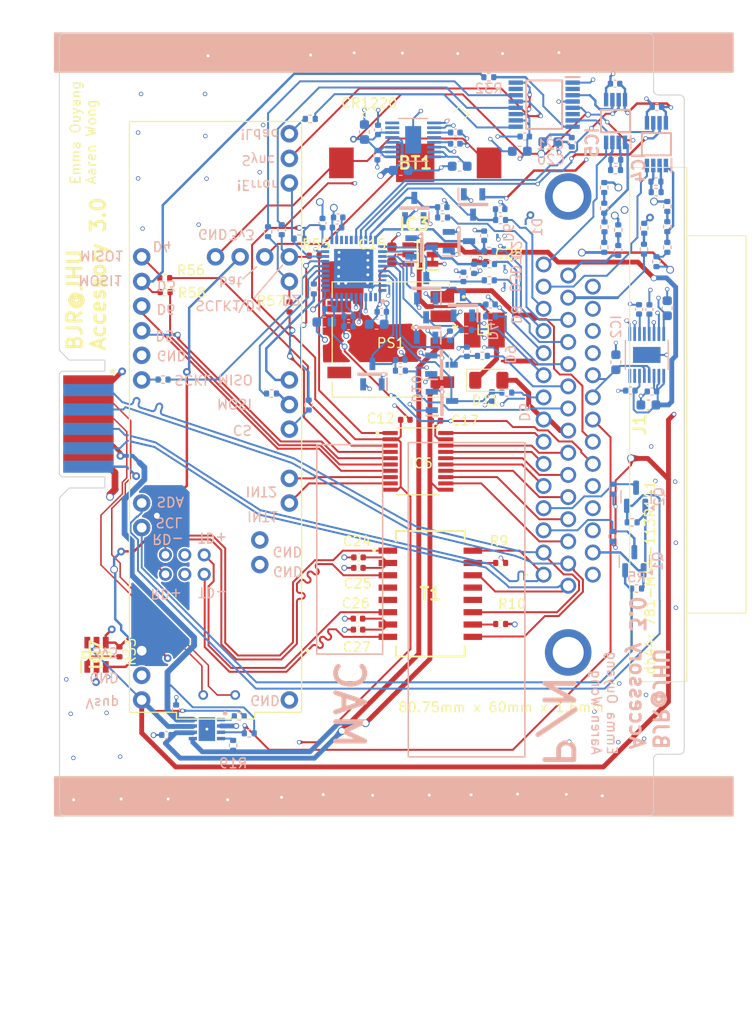
<source format=kicad_pcb>
(kicad_pcb (version 20240108) (generator "pcbnew") (generator_version "8.0")
  (layers (0 "F.Cu" signal) (1 "In1.Cu" signal) (2 "In2.Cu" signal) (31 "B.Cu" signal) (34 "B.Paste" user) (35 "F.Paste" user) (36 "B.SilkS" user "B.Silkscreen") (37 "F.SilkS" user "F.Silkscreen") (38 "B.Mask" user) (39 "F.Mask" user) (44 "Edge.Cuts" user))
  (net 0 "")
  (net 1 "Net-(IC1-BYPASS)")
  (net 2 "5v_buck")
  (net 3 "Net-(IC1-NR)")
  (net 4 "Net-(IC2-BYPASS)")
  (net 5 "Net-(IC2-NR)")
  (net 6 "Net-(BT1-+)")
  (net 7 "Net-(R13-Pad2)")
  (net 8 "5v_reful")
  (net 9 "5v_ref")
  (net 10 "Net-(T1-TCT)")
  (net 11 "Net-(T1-RCT)")
  (net 12 "Net-(IC9-REGCAPA)")
  (net 13 "Net-(IC9-REGCAPD)")
  (net 14 "5v_supply")
  (net 15 "12v_schot")
  (net 22 "2v5_ref")
  (net 23 "sg1-")
  (net 24 "Net-(IC5-RG_1)")
  (net 25 "Net-(IC5-RG_2)")
  (net 26 "3v3")
  (net 27 "sg1")
  (net 28 "2v5_reful_dev")
  (net 29 "5v_reful_dev")
  (net 30 "SCLK1")
  (net 31 "Net-(R15-Pad2)")
  (net 32 "Net-(R17-Pad2)")
  (net 33 "Net-(R49-Pad2)")
  (net 34 "AN3")
  (net 35 "sg2-")
  (net 36 "sg2")
  (net 37 "D4_3v3")
  (net 38 "D5_3v3")
  (net 39 "D6_3v3")
  (net 40 "Net-(R51-Pad2)")
  (net 41 "Net-(R53-Pad2)")
  (net 42 "SCLK")
  (net 43 "!CS")
  (net 44 "!ERROR")
  (net 45 "AN2")
  (net 48 "AN1")
  (net 49 "usb_d+")
  (net 50 "usb_d-")
  (net 51 "Rx-")
  (net 52 "Rx+")
  (net 53 "Tx-")
  (net 54 "Tx+")
  (net 57 "Net-(T1-TXCT)")
  (net 58 "Net-(T1-RXCT)")
  (net 59 "Rd+")
  (net 60 "AN4")
  (net 61 "Net-(IC4-RG_1)")
  (net 62 "Net-(IC4-RG_2)")
  (net 63 "QS1S")
  (net 64 "DAC_BIAS_A")
  (net 65 "QS2S")
  (net 66 "DAC_BIAS_B")
  (net 67 "Rd-")
  (net 68 "Td+")
  (net 69 "Td-")
  (net 70 "D1_3v3")
  (net 75 "D2_3v3")
  (net 76 "D3_3v3")
  (net 77 "GPIO{slash}INT2_3v3")
  (net 78 "GPIO{slash}INT1_3v3")
  (net 80 "D3")
  (net 84 "D2")
  (net 85 "D1")
  (net 87 "SCL")
  (net 88 "SDA")
  (net 89 "AN5")
  (net 90 "GPIO{slash}INT2")
  (net 91 "GPIO{slash}INT1")
  (net 92 "D6")
  (net 93 "D5")
  (net 94 "D4")
  (net 95 "AN10")
  (net 96 "AN9")
  (net 97 "AN8")
  (net 98 "AN7")
  (net 99 "AN6")
  (net 100 "2v5_reful")
  (net 103 "!LDAC")
  (net 104 "MOSI1")
  (net 106 "AN5_pre")
  (net 107 "AN4_pre")
  (net 108 "AN3_pre")
  (net 109 "AN2_pre")
  (net 110 "AN1_pre")
  (net 111 "QS1F")
  (net 112 "QS2F")
  (net 113 "AN10_pre")
  (net 114 "AN9_pre")
  (net 115 "AN8_pre")
  (net 116 "AN7_pre")
  (net 117 "AN6_pre")
  (net 118 "LS_EN")
  (net 119 "SCL_3v3")
  (net 120 "SDA_3v3")
  (net 121 "Net-(IC10-STAT)")
  (net 122 "Net-(IC9-DOUT{slash}~{RDY})")
  (net 123 "MISO")
  (net 124 "Net-(U1-MOSI)")
  (net 125 "MOSI")
  (net 126 "Net-(U1-SCK)")
  (net 127 "Net-(U1-CS1)")
  (net 128 "5v_usb")
  (net 129 "Net-(IC6-A1)")
  (net 130 "Net-(IC6-A2)")
  (net 131 "Net-(IC6-A3)")
  (net 132 "Net-(IC6-A5)")
  (net 133 "Net-(U1-OUT1B)")
  (net 134 "SYNC")
  (net 136 "12v B+")
  (net 137 "B-")
  (net 139 "Net-(IC10-ILIM)")
  (net 140 "usb_gnd")
  (net 141 "Net-(PS1-+VIN_(VCC))")
  (net 142 "Net-(IC8-SDO)")
  (net 143 "Net-(IC7-OUTA)")
  (net 144 "3v3_pre")
  (footprint "Capacitor_SMD:C_0402_1005Metric" (layer "F.Cu") (at 31.3 60.41 180)
    (property "Reference" "C26")
    (property "Value" "0.1uF")
  )
  (footprint "Capacitor_SMD:C_0402_1005Metric" (layer "F.Cu") (at 44.5478 23.0886 -90)
    (property "Reference" "C28")
    (property "Value" "1uF")
  )
  (footprint "21xt_footprints:aaren_mouser_db44_screws" (layer "F.Cu") (at 50.46 55.869 90)
    (property "Reference" "J1")
    (property "Value" "Conn_02x23_Counter_Clockwise" (hide yes))
  )
  (footprint "21xt_footprints:SOP65P640X120-20N" (layer "F.Cu") (at 37.495 44.18)
    (property "Reference" "IC6")
    (property "Value" "TXB0108PWR")
  )
  (footprint "Capacitor_SMD:C_0402_1005Metric" (layer "F.Cu") (at 31.35 55.17 180)
    (property "Reference" "C25")
    (property "Value" "0.1uF")
  )
  (footprint "Capacitor_SMD:C_0402_1005Metric" (layer "F.Cu") (at 43.3578 23.0586 -90)
    (property "Reference" "C16" (hide yes))
    (property "Value" "0.1uF")
  )
  (footprint "21xt_footprints:REF3450IDBVR" (layer "F.Cu") (at 37.74 22.84 180)
    (property "Reference" "IC3")
    (property "Value" "REF3450IDBVR" (hide yes))
  )
  (footprint "21xt_footprints:Double Sided Mezzanine Card Edge_Edge Side" (layer "F.Cu") (at 0.4798 34.8294)
    (property "Reference" "J2" (hide yes))
    (property "Value" "Mezzanine Edge")
  )
  (footprint "Resistor_SMD:R_0402_1005Metric" (layer "F.Cu") (at 11.4 26.72)
    (property "Reference" "R58")
    (property "Value" "20R")
  )
  (footprint "21xt_footprints:CONV_TRS_2-2419" (layer "F.Cu") (at 34.69 31.61)
    (property "Reference" "PS1")
    (property "Value" "TRS_2-1211")
  )
  (footprint "Resistor_SMD:R_0402_1005Metric" (layer "F.Cu") (at 46.03 54.66)
    (property "Reference" "R9")
    (property "Value" "52.5")
  )
  (footprint "21xt_footprints:1220 holder" (layer "F.Cu") (at 37.211 13.3858)
    (property "Reference" "BT1")
    (property "Value" "Battery_Cell" (hide yes))
  )
  (footprint "Capacitor_SMD:C_0402_1005Metric" (layer "F.Cu") (at 39.35 39.98 180)
    (property "Reference" "C17")
    (property "Value" "0.1uF")
  )
  (footprint "Capacitor_SMD:C_0402_1005Metric" (layer "F.Cu") (at 36.19 39.89)
    (property "Reference" "C12")
    (property "Value" "0.1uF")
  )
  (footprint "Resistor_SMD:R_0402_1005Metric" (layer "F.Cu") (at 26.78 22.96)
    (property "Reference" "R55")
    (property "Value" "20R")
  )
  (footprint "Resistor_SMD:R_0402_1005Metric" (layer "F.Cu") (at 46.03 60.96)
    (property "Reference" "R10")
    (property "Value" "52.5")
  )
  (footprint "21xt_footprints:749013011" (layer "F.Cu") (at 38.77 57.84 -90)
    (property "Reference" "T1")
    (property "Value" "749013011" (hide yes))
  )
  (footprint "Resistor_SMD:R_0402_1005Metric" (layer "F.Cu") (at 11.36 25.27)
    (property "Reference" "R56")
    (property "Value" "20R")
  )
  (footprint "21xt_footprints:SOT95P280X145-6N" (layer "F.Cu") (at 4.318 64.135 90)
    (property "Reference" "IC7")
    (property "Value" "AD8591ARTZ-REEL7" (hide yes))
  )
  (footprint "Capacitor_SMD:C_0603_1608Metric" (layer "F.Cu") (at 34.8 22.82 90)
    (property "Reference" "C15")
    (property "Value" "22uF")
  )
  (footprint "Capacitor_SMD:C_0402_1005Metric" (layer "F.Cu") (at 31.31 61.54 180)
    (property "Reference" "C27")
    (property "Value" "0.1uF")
  )
  (footprint "Capacitor_SMD:C_0402_1005Metric" (layer "F.Cu") (at 31.36 54.09 180)
    (property "Reference" "C24")
    (property "Value" "0.1uF")
  )
  (footprint "21xt_footprints:MODULE_DEV-16771" (layer "F.Cu") (at 16.6 42.38 90)
    (property "Reference" "U1" (hide yes))
    (property "Value" "DEV-16771")
  )
  (footprint "Diode_SMD:D_1206_3216Metric" (layer "F.Cu") (at 44.8056 35.814)
    (property "Reference" "D11")
    (property "Value" "D_Schottky")
  )
  (footprint "Resistor_SMD:R_0402_1005Metric" (layer "F.Cu") (at 6.6802 63.8302 -90)
    (property "Reference" "R33")
    (property "Value" "20")
  )
  (footprint "21xt_footprints:IND_TCK-147_TRP" (layer "F.Cu") (at 44.3484 30.6324)
    (property "Reference" "L1")
    (property "Value" "15u")
  )
  (footprint "Resistor_SMD:R_0402_1005Metric" (layer "F.Cu") (at 24.24 28.25 -90)
    (property "Reference" "R57")
    (property "Value" "20R")
  )
  (footprint "Resistor_SMD:R_0402_1005Metric" (layer "B.Cu") (at 56.7436 19.9868 90)
    (property "Reference" "R50" (hide yes))
    (property "Value" "20")
  )
  (footprint "Capacitor_SMD:C_0402_1005Metric" (layer "B.Cu") (at 40.7924 31.2166 90)
    (property "Reference" "C43" (hide yes))
    (property "Value" "22 nF")
  )
  (footprint "Resistor_SMD:R_0402_1005Metric" (layer "B.Cu") (at 44.831 22.479)
    (property "Reference" "R22" (hide yes))
    (property "Value" "82")
  )
  (footprint "Resistor_SMD:R_0402_1005Metric" (layer "B.Cu") (at 57.565548 51.9179 90)
    (property "Reference" "R11" (hide yes))
    (property "Value" "10k")
  )
  (footprint "21xt_footprints:PESD5V0H1BSFYL_NEX" (layer "B.Cu") (at 45.6946 20.6121 90)
    (property "Reference" "D6")
    (property "Value" "D_TVS")
  )
  (footprint "21xt_footprints:PESD5V0H1BSFYL_NEX" (layer "B.Cu") (at 46.4312 23.7871 90)
    (property "Reference" "D7")
    (property "Value" "D_TVS")
  )
  (footprint "21xt_footprints:PESD5V0H1BSFYL_NEX" (layer "B.Cu") (at 48.6156 19.8882 -90)
    (property "Reference" "D1")
    (property "Value" "D_TVS")
  )
  (footprint "Capacitor_SMD:C_0402_1005Metric" (layer "B.Cu") (at 59.42 36.88)
    (property "Reference" "C66" (hide yes))
    (property "Value" "0.1uF")
  )
  (footprint "21xt_footprints:SOP50P490X110-17N" (layer "B.Cu") (at 37 11.01 180)
    (property "Reference" "IC1" (hide yes))
    (property "Value" "LT6658AHMSE-2.5#PBF")
  )
  (footprint "21xt_footprints:SOT96P237X111-3N" (layer "B.Cu") (at 39.971 37.9476)
    (property "Reference" "U6" (hide yes))
    (property "Value" "BAT54SLT1G" (hide yes))
  )
  (footprint "Resistor_SMD:R_0402_1005Metric" (layer "B.Cu") (at 44.8056 4.5466)
    (property "Reference" "R32")
    (property "Value" "43R")
  )
  (footprint "Capacitor_SMD:C_0603_1608Metric" (layer "B.Cu") (at 63.22 28.38 -90)
    (property "Reference" "C18" (hide yes))
    (property "Value" "10uF")
  )
  (footprint "Capacitor_SMD:C_0603_1608Metric" (layer "B.Cu") (at 35.72 14.16 180)
    (property "Reference" "C3" (hide yes))
    (property "Value" "10uF")
  )
  (footprint "21xt_footprints:PESD5V0H1BSFYL_NEX" (layer "B.Cu") (at 46.5582 29.0449 -90)
    (property "Reference" "D8")
    (property "Value" "D_TVS")
  )
  (footprint "21xt_footprints:TPS2113ADRBR" (layer "B.Cu") (at 15.71 71.8075 180)
    (property "Reference" "IC10" (hide yes))
    (property "Value" "TPS2113ADRBR" (hide yes))
  )
  (footprint "Resistor_SMD:R_0402_1005Metric" (layer "B.Cu") (at 60.82 22.29 90)
    (property "Reference" "R17" (hide yes))
    (property "Value" "330")
  )
  (footprint "Capacitor_SMD:C_0402_1005Metric" (layer "B.Cu") (at 44.9834 27.9908)
    (property "Reference" "C50" (hide yes))
    (property "Value" "22 nF")
  )
  (footprint "Resistor_SMD:R_0402_1005Metric" (layer "B.Cu") (at 22.02 20.49 90)
    (property "Reference" "R46" (hide yes))
    (property "Value" "43R")
  )
  (footprint "Capacitor_SMD:C_0402_1005Metric" (layer "B.Cu") (at 41.35 10.25 180)
    (property "Reference" "C1" (hide yes))
    (property "Value" "1uF")
  )
  (footprint "21xt_footprints:SOT96P237X111-3N" (layer "B.Cu") (at 32.7914 35.1876 90)
    (property "Reference" "U11" (hide yes))
    (property "Value" "BAT54SLT1G" (hide yes))
  )
  (footprint "Resistor_SMD:R_0402_1005Metric" (layer "B.Cu") (at 19.05 70.48 180)
    (property "Reference" "R8" (hide yes))
    (property "Value" "100k")
  )
  (footprint "Capacitor_SMD:C_0402_1005Metric" (layer "B.Cu") (at 61.64 36.97)
    (property "Reference" "C7" (hide yes))
    (property "Value" "0.1uF")
  )
  (footprint "Capacitor_SMD:C_0402_1005Metric" (layer "B.Cu") (at 30.33 30.23)
    (property "Reference" "C33" (hide yes))
    (property "Value" "1uF")
  )
  (footprint "Resistor_SMD:R_0402_1005Metric" (layer "B.Cu") (at 11.185 35.74 180)
    (property "Reference" "R43" (hide yes))
    (property "Value" "43R")
  )
  (footprint "21xt_footprints:SOT96P237X111-3N" (layer "B.Cu") (at 42.1234 28.0838 90)
    (property "Reference" "U9" (hide yes))
    (property "Value" "BAT54SLT1G" (hide yes))
  )
  (footprint "Resistor_SMD:R_0402_1005Metric" (layer "B.Cu") (at 42.4942 30.6324)
    (property "Reference" "R24" (hide yes))
    (property "Value" "82")
  )
  (footprint "Capacitor_SMD:C_0603_1608Metric" (layer "B.Cu") (at 41.8 13.73)
    (property "Reference" "C13" (hide yes))
    (property "Value" "10uF")
  )
  (footprint "Resistor_SMD:R_0402_1005Metric" (layer "B.Cu") (at 35.6784 34.8234)
    (property "Reference" "R29" (hide yes))
    (property "Value" "82")
  )
  (footprint "Capacitor_SMD:C_0402_1005Metric" (layer "B.Cu") (at 44.323 20.9016 90)
    (property "Reference" "C11" (hide yes))
    (property "Value" "22 nF")
  )
  (footprint "Resistor_SMD:R_0402_1005Metric" (layer "B.Cu") (at 62.11 23.58 90)
    (property "Reference" "R13" (hide yes))
    (property "Value" "330")
  )
  (footprint "21xt_footprints:SOT96P237X111-3N" (layer "B.Cu") (at 38.354 26.323 90)
    (property "Reference" "U4" (hide yes))
    (property "Value" "BAT54SLT1G" (hide yes))
  )
  (footprint "21xt_footprints:PESD5V0H1BSFYL_NEX" (layer "B.Cu") (at 45.7962 33.1597 -90)
    (property "Reference" "D9")
    (property "Value" "D_TVS")
  )
  (footprint "Capacitor_SMD:C_0402_1005Metric" (layer "B.Cu") (at 11.53 72.41 180)
    (property "Reference" "C44" (hide yes))
    (property "Value" "0.1uF")
  )
  (footprint "Capacitor_SMD:C_0402_1005Metric" (layer "B.Cu") (at 60.31 28.5 -90)
    (property "Reference" "C5" (hide yes))
    (property "Value" "1uF")
  )
  (footprint "Resistor_SMD:R_0402_1005Metric" (layer "B.Cu") (at 57.8872 14.1264 180)
    (property "Reference" "R2" (hide yes))
    (property "Value" "R")
  )
  (footprint "Resistor_SMD:R_0402_1005Metric" (layer "B.Cu") (at 26.21 38.37 90)
    (property "Reference" "R48" (hide yes))
    (property "Value" "43R")
  )
  (footprint "21xt_footprints:SOP65P490X110-8N" (layer "B.Cu") (at 62.105 11.455 90)
    (property "Reference" "IC4")
    (property "Value" "INA827AIDGK" (hide yes))
  )
  (footprint "Capacitor_SMD:C_0603_1608Metric" (layer "B.Cu") (at 48.006 12.192 180)
    (property "Reference" "C23" (hide yes))
    (property "Value" "10uF")
  )
  (footprint "Resistor_SMD:R_0402_1005Metric" (layer "B.Cu") (at 58.166 22.4242 90)
    (property "Reference" "R53" (hide yes))
    (property "Value" "330")
  )
  (footprint "Resistor_SMD:R_0402_1005Metric" (layer "B.Cu") (at 63.2308 17.881 90)
    (property "Reference" "R16" (hide yes))
    (property "Value" "20")
  )
  (footprint "21xt_footprints:SOT96P237X111-3N" (layer "B.Cu") (at 37.8714 22.1132)
    (property "Reference" "U8" (hide yes))
    (property "Value" "BAT54SLT1G" (hide yes))
  )
  (footprint "Capacitor_SMD:C_0402_1005Metric" (layer "B.Cu") (at 43.2816 24.3078 -90)
    (property "Reference" "C47" (hide yes))
    (property "Value" "22 nF")
  )
  (footprint "Capacitor_SMD:C_0402_1005Metric" (layer "B.Cu") (at 12.53 69.79 -90)
    (property "Reference" "C22" (hide yes))
    (property "Value" "0.1uF")
  )
  (footprint "Resistor_SMD:R_0402_1005Metric" (layer "B.Cu") (at 44.8818 23.8252)
    (property "Reference" "R27" (hide yes))
    (property "Value" "82")
  )
  (footprint "Capacitor_SMD:C_0402_1005Metric" (layer "B.Cu") (at 41.35 11.4 180)
    (property "Reference" "C4" (hide yes))
    (property "Value" "0.1uF")
  )
  (footprint "Resistor_SMD:R_0402_1005Metric" (layer "B.Cu") (at 44.9834 29.2354)
    (property "Reference" "R30" (hide yes))
    (property "Value" "82")
  )
  (footprint "21xt_footprints:PESD5V0H1BSFYL_NEX" (layer "B.Cu") (at 46.4566 22.3012 -90)
    (property "Reference" "D2")
    (property "Value" "D_TVS")
  )
  (footprint "21xt_footprints:SOP65P640X120-16N" (layer "B.Cu") (at 50.52 7.38 180)
    (property "Reference" "IC8" (hide yes))
    (property "Value" "AD5689RARUZ-RL7" (hide yes))
  )
  (footprint "21xt_footprints:PESD5V0H1BSFYL_NEX" (layer "B.Cu") (at 44.0944 30.734 90)
    (property "Reference" "D4")
    (property "Value" "D_TVS")
  )
  (footprint "Capacitor_SMD:C_0603_1608Metric" (layer "B.Cu") (at 51.15 11.22)
    (property "Reference" "C20")
    (property "Value" "10uF")
  )
  (footprint "Capacitor_SMD:C_0603_1608Metric" (layer "B.Cu") (at 27.83 29.81 180)
    (property "Reference" "C31" (hide yes))
    (property "Value" "10uF")
  )
  (footprint "21xt_footprints:SOT96P237X111-3N" (layer "B.Cu") (at 39.9202 34.2138)
    (property "Reference" "U10" (hide yes))
    (property "Value" "BAT54SLT1G" (hide yes))
  )
  (footprint "Resistor_SMD:R_0402_1005Metric" (layer "B.Cu") (at 56.7182 22.099 90)
    (property "Reference" "R49" (hide yes))
    (property "Value" "330")
  )
  (footprint "Capacitor_SMD:C_0402_1005Metric" (layer "B.Cu") (at 29.14 20.06 180)
    (property "Reference" "C39" (hide yes))
    (property "Value" "0.1uF")
  )
  (footprint "21xt_footprints:SOT96P237X111-3N" (layer "B.Cu") (at 43.18 17.6784 -90)
    (property "Reference" "U2" (hide yes))
    (property "Value" "BAT54SLT1G" (hide yes))
  )
  (footprint "21xt_footprints:PESD5V0H1BSFYL_NEX" (layer "B.Cu") (at 46.4312 25.6286 90)
    (property "Reference" "D3")
    (property "Value" "D_TVS")
  )
  (footprint "Capacitor_SMD:C_0603_1608Metric" (layer "B.Cu") (at 57.92 33.95 -90)
    (property "Reference" "C8" (hide yes))
    (property "Value" "10uF")
  )
  (footprint "Resistor_SMD:R_0402_1005Metric" (layer "B.Cu") (at 26.7462 26.3906 90)
    (property "Reference" "R31" (hide yes))
    (property "Value" "20R")
  )
  (footprint "21xt_footprints:SOT96P237X111-3N" (layer "B.Cu") (at 37.1148 18.048 90)
    (property "Reference" "U7" (hide yes))
    (property "Value" "BAT54SLT1G" (hide yes))
  )
  (footprint "Capacitor_SMD:C_0402_1005Metric" (layer "B.Cu") (at 62.1532 7.6196 180)
    (property "Reference" "C14" (hide yes))
    (property "Value" "0.1uF")
  )
  (footprint "21xt_footprints:SOP50P490X110-17N" (layer "B.Cu") (at 61.11 33.2 -90)
    (property "Reference" "IC2")
    (property "Value" "LT6658AHMSE-5#PBF")
  )
  (footprint "Resistor_SMD:R_0402_1005Metric" (layer "B.Cu") (at 59.601348 50.4721 180)
    (property "Reference" "R6" (hide yes))
    (property "Value" "10k")
  )
  (footprint "Package_TO_SOT_SMD:SOT-23" (layer "B.Cu") (at 60.005748 47.8305 90)
    (property "Reference" "Q2")
    (property "Value" "BSS138")
  )
  (footprint "Resistor_SMD:R_0402_1005Metric" (layer "B.Cu") (at 63.2308 22.0974 90)
    (property "Reference" "R14" (hide yes))
    (property "Value" "20")
  )
  (footprint "21xt_footprints:SOP65P490X110-8N" (layer "B.Cu") (at 57.8866 9.0678 90)
    (property "Reference" "IC5")
    (property "Value" "INA827AIDGK" (hide yes))
  )
  (footprint "Resistor_SMD:R_0402_1005Metric" (layer "B.Cu") (at 58.166 20.2926 90)
    (property "Reference" "R54" (hide yes))
    (property "Value" "20")
  )
  (footprint "Resistor_SMD:R_0402_1005Metric" (layer "B.Cu") (at 18.42 73.48 -90)
    (property "Reference" "R19")
    (property "Value" "200R")
  )
  (footprint "Resistor_SMD:R_0402_1005Metric" (layer "B.Cu") (at 25.22 21.2 180)
    (property "Reference" "R7" (hide yes))
    (property "Value" "10k")
  )
  (footprint "Resistor_SMD:R_0402_1005Metric" (layer "B.Cu") (at 26.38 8.85 180)
    (property "Reference" "R47" (hide yes))
    (property "Value" "43R")
  )
  (footprint "Capacitor_SMD:C_0402_1005Metric" (layer "B.Cu") (at 27.64 19.6 90)
    (property "Reference" "C37" (hide yes))
    (property "Value" "0.1uF")
  )
  (footprint "Resistor_SMD:R_0402_1005Metric" (layer "B.Cu") (at 56.7182 15.9248 90)
    (property "Reference" "R52" (hide yes))
    (property "Value" "20")
  )
  (footprint "Capacitor_SMD:C_0603_1608Metric" (layer "B.Cu") (at 33.23 30.03)
    (property "Reference" "C35" (hide yes))
    (property "Value" "10uF")
  )
  (footprint "Capacitor_SMD:C_0402_1005Metric" (layer "B.Cu") (at 53.3654 11.2548 -90)
    (property "Reference" "C21")
    (property "Value" "0.1uF")
  )
  (footprint "Capacitor_SMD:C_0402_1005Metric" (layer "B.Cu") (at 45.1358 37.4904 -90)
    (property "Reference" "C45" (hide yes))
    (property "Value" "22 nF")
  )
  (footprint "Resistor_SMD:R_0402_1005Metric" (layer "B.Cu") (at 57.9126 13.0596 180)
    (property "Reference" "R4" (hide yes))
    (property "Value" "18")
  )
  (footprint "Resistor_SMD:R_0402_1005Metric" (layer "B.Cu") (at 62.0542 15.3158 180)
    (property "Reference" "R1" (hide yes))
    (property "Value" "R")
  )
  (footprint "21xt_footprints:PESD5V0H1BSFYL_NEX" (layer "B.Cu") (at 37.3548 34.7091 -90)
    (property "Reference" "D10")
    (property "Value" "D_TVS")
  )
  (footprint "Capacitor_SMD:C_0603_1608Metric" (layer "B.Cu") (at 31.97 10.2 -90)
    (property "Reference" "C30" (hide yes))
    (property "Value" "10uF")
  )
  (footprint "Resistor_SMD:R_0402_1005Metric" (layer "B.Cu") (at 44.8544 25.5016)
    (property "Reference" "R23" (hide yes))
    (property "Value" "82")
  )
  (footprint "Capacitor_SMD:C_0402_1005Metric" (layer "B.Cu") (at 39.9996 17.9524)
    (property "Reference" "C46" (hide yes))
    (property "Value" "22 nF")
  )
  (footprint "Resistor_SMD:R_0402_1005Metric" (layer "B.Cu") (at 57.655548 47.0479 90)
    (property "Reference" "R12" (hide yes))
    (property "Value" "10k")
  )
  (footprint "Resistor_SMD:R_0402_1005Metric" (layer "B.Cu") (at 63.2308 19.9638 90)
    (property "Reference" "R15" (hide yes))
    (property "Value" "330")
  )
  (footprint "Capacitor_SMD:C_0402_1005Metric" (layer "B.Cu") (at 48.514 10.668 180)
    (property "Reference" "C42" (hide yes))
    (property "Value" "0.1uF")
  )
  (footprint "Resistor_SMD:R_0402_1005Metric" (layer "B.Cu") (at 22.3774 37.1856 180)
    (property "Reference" "R42" (hide yes))
    (property "Value" "43R")
  )
  (footprint "Capacitor_SMD:C_0402_1005Metric" (layer "B.Cu") (at 42.545 32.8702 90)
    (property "Reference" "C48" (hide yes))
    (property "Value" "22 nF")
  )
  (footprint "Capacitor_SMD:C_0402_1005Metric" (layer "B.Cu") (at 30.33 29.19)
    (property "Reference" "C34" (hide yes))
    (property "Value" "0.1uF")
  )
  (footprint "Capacitor_SMD:C_0402_1005Metric" (layer "B.Cu") (at 29.26 19.01 180)
    (property "Reference" "C40" (hide yes))
    (property "Value" "1uF")
  )
  (footprint "Resistor_SMD:R_0402_1005Metric" (layer "B.Cu") (at 20.08 72.24)
    (property "Reference" "R20" (hide yes))
    (property "Value" "100k")
  )
  (footprint "Capacitor_SMD:C_0402_1005Metric" (layer "B.Cu") (at 57.841 5.2168 180)
    (property "Reference" "C19" (hide yes))
    (property "Value" "0.1uF")
  )
  (footprint "Capacitor_SMD:C_0402_1005Metric" (layer "B.Cu") (at 35.6784 33.7058)
    (property "Reference" "C49" (hide yes))
    (property "Value" "22 nF")
  )
  (footprint "21xt_footprints:SOT96P237X111-3N" (layer "B.Cu") (at 38.3388 30.3698 90)
    (property "Reference" "U5" (hide yes))
    (property "Value" "BAT54SLT1G" (hide yes))
  )
  (footprint "Capacitor_SMD:C_0603_1608Metric" (layer "B.Cu") (at 61.28 38.36)
    (property "Reference" "C41" (hide yes))
    (property "Value" "10uF")
  )
  (footprint "Capacitor_SMD:C_0402_1005Metric" (layer "B.Cu") (at 33.37 9.98 -90)
    (property "Reference" "C64" (hide yes))
    (property "Value" "0.1uF")
  )
  (footprint "Resistor_SMD:R_0402_1005Metric" (layer "B.Cu") (at 60.056548 57.3047 180)
    (property "Reference" "R5")
    (property "Value" "10k")
  )
  (footprint "Resistor_SMD:R_0402_1005Metric" (layer "B.Cu") (at 60.8454 20.131 90)
    (property "Reference" "R18" (hide yes))
    (property "Value" "20")
  )
  (footprint "Resistor_SMD:R_0402_1005Metric" (layer "B.Cu") (at 62.0796 16.408 180)
    (property "Reference" "R3" (hide yes))
    (property "Value" "18")
  )
  (footprint "Resistor_SMD:R_0402_1005Metric" (layer "B.Cu") (at 56.7182 18.0584 90)
    (property "Reference" "R51" (hide yes))
    (property "Value" "330")
  )
  (footprint "Capacitor_SMD:C_0402_1005Metric" (layer "B.Cu") (at 61.38 28.51 -90)
    (property "Reference" "C6" (hide yes))
    (property "Value" "0.1uF")
  )
  (footprint "Capacitor_SMD:C_0402_1005Metric" (layer "B.Cu") (at 42.1894 25.146 90)
    (property "Reference" "C29" (hide yes))
    (property "Value" "22 nF")
  )
  (footprint "Resistor_SMD:R_0402_1005Metric" (layer "B.Cu") (at 23.43 20.28 90)
    (property "Reference" "R45" (hide yes))
    (property "Value" "43R")
  )
  (footprint "Capacitor_SMD:C_0402_1005Metric" (layer "B.Cu") (at 45.9766 18.161)
    (property "Reference" "C10" (hide yes))
    (property "Value" "22 nF")
  )
  (footprint "Capacitor_SMD:C_0402_1005Metric" (layer "B.Cu") (at 28.36 28.45 180)
    (property "Reference" "C32" (hide yes))
    (property "Value" "0.1uF")
  )
  (footprint "Package_TO_SOT_SMD:SOT-23" (layer "B.Cu") (at 59.827948 54.4853 90)
    (property "Reference" "Q1")
    (property "Value" "BSS138")
  )
  (footprint "21xt_footprints:AD7175-8BCPZ-RL7" (layer "B.Cu") (at 30.86 24.29 90)
    (property "Reference" "IC9" (hide yes))
    (property "Value" "AD7175-8BCPZ-RL7" (hide yes))
  )
  (footprint "Resistor_SMD:R_0402_1005Metric" (layer "B.Cu") (at 46.6598 37.084)
    (property "Reference" "R25" (hide yes))
    (property "Value" "82")
  )
  (footprint "21xt_footprints:SOT96P237X111-3N" (layer "B.Cu") (at 41.7236 21.463)
    (property "Reference" "U3" (hide yes))
    (property "Value" "BAT54SLT1G" (hide yes))
  )
  (footprint "Capacitor_SMD:C_0402_1005Metric" (layer "B.Cu") (at 33.31 12.59 90)
    (property "Reference" "C2" (hide yes))
    (property "Value" "0.1uF")
  )
  (footprint "Resistor_SMD:R_0402_1005Metric" (layer "B.Cu") (at 44.1452 33.2994)
    (property "Reference" "R28" (hide yes))
    (property "Value" "82")
  )
  (footprint "Resistor_SMD:R_0402_1005Metric" (layer "B.Cu") (at 46.0228 19.2786)
    (property "Reference" "R21" (hide yes))
    (property "Value" "82")
  )
  (footprint "Resistor_SMD:R_0402_1005Metric" (layer "B.Cu") (at 40.0358 19.0218)
    (property "Reference" "R26" (hide yes))
    (property "Value" "82")
  )
  (footprint "21xt_footprints:PESD5V0H1BSFYL_NEX" (layer "B.Cu") (at 48.4378 37.5285 90)
    (property "Reference" "D5")
    (property "Value" "D_TVS")
  )
  (footprint "Capacitor_SMD:C_0402_1005Metric" (layer "B.Cu") (at 33.76 28.75)
    (property "Reference" "C36" (hide yes))
    (property "Value" "0.1uF")
  )
  (gr_rect (start 0 76.75) (end 70 80.75) (stroke (width 0.15)) (fill solid) (layer "B.SilkS"))
  (gr_rect (start 36.49 42.24) (end 48.53 74.67) (stroke (width 0.15)) (fill none) (layer "B.SilkS"))
  (gr_line (start 23.5 23.94) (end 20.59 27.33) (stroke (width 0.15)) (layer "B.SilkS"))
  (gr_rect (start 27.05 42.45) (end 33.85 64.07) (stroke (width 0.15)) (fill none) (layer "B.SilkS"))
  (gr_line (start 19.43 25.35) (end 20.82 24.12) (stroke (width 0.15)) (layer "B.SilkS"))
  (gr_line (start 19.7 27.46) (end 19.02 28.8) (stroke (width 0.15)) (layer "B.SilkS"))
  (gr_rect (start 0 0) (end 70 4) (stroke (width 0.15)) (fill solid) (layer "B.SilkS"))
  (gr_rect (start 0 0) (end 70 4) (stroke (width 0.15)) (fill solid) (layer "F.SilkS"))
  (gr_rect (start 0 76.75) (end 70 80.75) (stroke (width 0.15)) (fill solid) (layer "F.SilkS"))
  (gr_line (start 1.13 0.03) (end 0.973553 0.03) (stroke (width 0.1)) (layer "Edge.Cuts"))
  (gr_line (start 62.31 74.4) (end 64.48 74.4) (stroke (width 0.1)) (layer "Edge.Cuts"))
  (gr_line (start 5.1798 34.8794) (end 5.1798 33.7294) (stroke (width 0.1)) (layer "Edge.Cuts"))
  (gr_line (start 1.63 80.75) (end 1.29 80.75) (stroke (width 0.1)) (layer "Edge.Cuts"))
  (gr_line (start 0.4798 45.5294) (end 0.4798 35.1294) (stroke (width 0.1)) (layer "Edge.Cuts"))
  (gr_arc (start 1.000071 80.75) (mid 0.65 80.60446) (end 0.500071 80.256247) (stroke (width 0.1)) (layer "Edge.Cuts"))
  (gr_line (start 1.477107 0.03) (end 1.13 0.03) (stroke (width 0.1)) (layer "Edge.Cuts"))
  (gr_line (start 1.500707 46.9294) (end 5.1798 46.9294) (stroke (width 0.1)) (layer "Edge.Cuts"))
  (gr_line (start 61.81 0.53) (end 61.81 5.9) (stroke (width 0.1)) (layer "Edge.Cuts"))
  (gr_line (start 62.31 6.38) (end 64.48 6.38) (stroke (width 0.1)) (layer "Edge.Cuts"))
  (gr_line (start 5.1798 46.9294) (end 5.1798 45.7794) (stroke (width 0.1)) (layer "Edge.Cuts"))
  (gr_arc (start 61.81 80.25) (mid 61.663553 80.603553) (end 61.31 80.75) (stroke (width 0.1)) (layer "Edge.Cuts"))
  (gr_line (start 5.1798 33.7294) (end 1.4798 33.7294) (stroke (width 0.1)) (layer "Edge.Cuts"))
  (gr_arc (start 62.31 6.38) (mid 61.960588 6.243554) (end 61.81 5.9) (stroke (width 0.1)) (layer "Edge.Cuts"))
  (gr_arc (start 61.31 0.03) (mid 61.663553 0.176447) (end 61.81 0.53) (stroke (width 0.1)) (layer "Edge.Cuts"))
  (gr_line (start 1.276518 80.75) (end 1.000071 80.75) (stroke (width 0.1)) (layer "Edge.Cuts"))
  (gr_line (start 0.500707 79.72) (end 0.500707 47.93) (stroke (width 0.1)) (layer "Edge.Cuts"))
  (gr_line (start 5.1798 45.7794) (end 0.7298 45.7794) (stroke (width 0.1)) (layer "Edge.Cuts"))
  (gr_arc (start 61.81 74.88) (mid 61.960589 74.536447) (end 62.31 74.4) (stroke (width 0.1)) (layer "Edge.Cuts"))
  (gr_line (start 64.98 6.86) (end 64.98 73.9) (stroke (width 0.1)) (layer "Edge.Cuts"))
  (gr_line (start 0.5 80.09646) (end 0.5 80.252907) (stroke (width 0.1)) (layer "Edge.Cuts"))
  (gr_line (start 61.81 80.25) (end 61.81 74.88) (stroke (width 0.1)) (layer "Edge.Cuts"))
  (gr_line (start 0.4798 35.1294) (end 0.7298 34.8794) (stroke (width 0.1)) (layer "Edge.Cuts"))
  (gr_line (start 0.500707 79.72) (end 0.500707 79.98) (stroke (width 0.1)) (layer "Edge.Cuts"))
  (gr_arc (start 64.48 6.38) (mid 64.82941 6.516447) (end 64.98 6.86) (stroke (width 0.1)) (layer "Edge.Cuts"))
  (gr_arc (start 0.4798 0.523553) (mid 0.624417 0.174417) (end 0.973553 0.023553) (stroke (width 0.1)) (layer "Edge.Cuts"))
  (gr_line (start 2.4638 80.75) (end 1.63 80.75) (stroke (width 0.1)) (layer "Edge.Cuts"))
  (gr_line (start 0.500707 47.93) (end 1.500707 46.9294) (stroke (width 0.1)) (layer "Edge.Cuts"))
  (gr_line (start 1.477107 0.03) (end 61.31 0.03) (stroke (width 0.1)) (layer "Edge.Cuts"))
  (gr_line (start 0.500707 79.98) (end 0.500707 80.1) (stroke (width 0.1)) (layer "Edge.Cuts"))
  (gr_line (start 0.4798 0.8) (end 0.4798 0.523553) (stroke (width 0.1)) (layer "Edge.Cuts"))
  (gr_arc (start 64.98 73.9) (mid 64.833553 74.253553) (end 64.48 74.4) (stroke (width 0.1)) (layer "Edge.Cuts"))
  (gr_line (start 1.4798 33.7294) (end 0.4798 32.7294) (stroke (width 0.1)) (layer "Edge.Cuts"))
  (gr_line (start 0.4798 1) (end 0.4798 0.8) (stroke (width 0.1)) (layer "Edge.Cuts"))
  (gr_line (start 0.7298 34.8794) (end 5.1798 34.8794) (stroke (width 0.1)) (layer "Edge.Cuts"))
  (gr_line (start 2.4638 80.75) (end 61.31 80.75) (stroke (width 0.1)) (layer "Edge.Cuts"))
  (gr_line (start 1.29 80.75) (end 1.276518 80.75) (stroke (width 0.01)) (layer "Edge.Cuts"))
  (gr_line (start 0.4798 32.73) (end 0.4798 1) (stroke (width 0.1)) (layer "Edge.Cuts"))
  (gr_line (start 0.7298 45.7794) (end 0.4798 45.5294) (stroke (width 0.1)) (layer "Edge.Cuts"))
  (gr_text "3v3" (at 3.79 63.3 180) (layer "B.SilkS") (effects (font (size 1 1)) (justify left bottom mirror)))
  (gr_text "TD+" (at 14.71 51.48 180) (layer "B.SilkS") (effects (font (size 1 1)) (justify left bottom mirror)))
  (gr_text "D1" (at 19.58 27.5 180) (layer "B.SilkS") (effects (font (size 1 1)) (justify left bottom mirror)))
  (gr_text "D3" (at 10.45 25.45 180) (layer "B.SilkS") (effects (font (size 1 1)) (justify left bottom mirror)))
  (gr_text "TD-" (at 14.71 57.11 180) (layer "B.SilkS") (effects (font (size 1 1)) (justify left bottom mirror)))
  (gr_text "!Error" (at 18.69 15.08 180) (layer "B.SilkS") (effects (font (size 1 1)) (justify left bottom mirror)))
  (gr_text "SDA" (at 10.43 47.76 180) (layer "B.SilkS") (effects (font (size 1 1)) (justify left bottom mirror)))
  (gr_text "Emma Ouyang\nAaren Wong" (at 55.32 74.55 -90) (layer "B.SilkS") (effects (font (size 1 1)) (justify left bottom mirror)))
  (gr_text "BJR@JHU\nAccessory 3.0" (at 59.2328 74.041 270) (layer "B.SilkS") (effects (font (size 1.5 1.5) (thickness 0.3)) (justify left bottom mirror)))
  (gr_text "INT2" (at 19.61 46.71 180) (layer "B.SilkS") (effects (font (size 1 1)) (justify left bottom mirror)))
  (gr_text "3v3" (at 17.87 20.18 180) (layer "B.SilkS") (effects (font (size 1 1)) (justify left bottom mirror)))
  (gr_text "GND" (at 20.08 68.24 180) (layer "B.SilkS") (effects (font (size 1 1)) (justify left bottom mirror)))
  (gr_text "bat" (at 16.84 25.05 180) (layer "B.SilkS") (effects (font (size 1 1)) (justify left bottom mirror)))
  (gr_text "SCL" (at 10.31 49.9 180) (layer "B.SilkS") (effects (font (size 1 1)) (justify left bottom mirror)))
  (gr_text "Sync" (at 19.19 12.52 180) (layer "B.SilkS") (effects (font (size 1 1)) (justify left bottom mirror)))
  (gr_text "GND" (at 22.43 54.94 180) (layer "B.SilkS") (effects (font (size 1 1)) (justify left bottom mirror)))
  (gr_text "D6" (at 10.42 27.88 180) (layer "B.SilkS") (effects (font (size 1 1)) (justify left bottom mirror)))
  (gr_text "P/N" (at 50.19 75.99 270) (layer "B.SilkS") (effects (font (size 3 3) (thickness 0.5)) (justify left bottom mirror)))
  (gr_text "GND" (at 10.43 32.67 180) (layer "B.SilkS") (effects (font (size 1 1)) (justify left bottom mirror)))
  (gr_text "D4" (at 10.01 21.4 180) (layer "B.SilkS") (effects (font (size 1 1)) (justify left bottom mirror)))
  (gr_text "!Ldac" (at 19.07 9.83 180) (layer "B.SilkS") (effects (font (size 1 1)) (justify left bottom mirror)))
  (gr_text "MISO1" (at 2.48 22.37 180) (layer "B.SilkS") (effects (font (size 1 1)) (justify left bottom mirror)))
  (gr_text "RD+" (at 9.79 57.25 180) (layer "B.SilkS") (effects (font (size 1 1)) (justify left bottom mirror)))
  (gr_text "MISO" (at 16.73 35.16 180) (layer "B.SilkS") (effects (font (size 1 1)) (justify left bottom mirror)))
  (gr_text "D5" (at 10.29 30.61 180) (layer "B.SilkS") (effects (font (size 1 1)) (justify left bottom mirror)))
  (gr_text "Vsup" (at 3.08 68.55 180) (layer "B.SilkS") (effects (font (size 1 1)) (justify left bottom mirror)))
  (gr_text "SCLK1" (at 14.43 27.5 180) (layer "B.SilkS") (effects (font (size 1 1)) (justify left bottom mirror)))
  (gr_text "MAC" (at 28.6 74.08 -90) (layer "B.SilkS") (effects (font (size 3 3) (thickness 0.5) (bold yes)) (justify left bottom mirror)))
  (gr_text "RD-" (at 9.97 51.61 180) (layer "B.SilkS") (effects (font (size 1 1)) (justify left bottom mirror)))
  (gr_text "MOSI1\n" (at 2.36 24.91 180) (layer "B.SilkS") (effects (font (size 1 1)) (justify left bottom mirror)))
  (gr_text "GND" (at 14.69 20.14 180) (layer "B.SilkS") (effects (font (size 1 1)) (justify left bottom mirror)))
  (gr_text "MOSI" (at 16.65 37.66 180) (layer "B.SilkS") (effects (font (size 1 1)) (justify left bottom mirror)))
  (gr_text "INT1" (at 19.77 49.26 180) (layer "B.SilkS") (effects (font (size 1 1)) (justify left bottom mirror)))
  (gr_text "CS" (at 18.29 40.36 180) (layer "B.SilkS") (effects (font (size 1 1)) (justify left bottom mirror)))
  (gr_text "SCKL" (at 12.26 35.19 180) (layer "B.SilkS") (effects (font (size 1 1)) (justify left bottom mirror)))
  (gr_text "D2" (at 23.32 26.93 180) (layer "B.SilkS") (effects (font (size 1 1)) (justify left bottom mirror)))
  (gr_text "GND" (at 3.47 65.89 180) (layer "B.SilkS") (effects (font (size 1 1)) (justify left bottom mirror)))
  (gr_text "GND" (at 22.4 52.91 180) (layer "B.SilkS") (effects (font (size 1 1)) (justify left bottom mirror)))
  (gr_text "db44: 781-M44-113R141" (at 62.03 66.28 90) (layer "F.SilkS") (effects (font (size 1 1)) (justify left bottom)))
  (gr_text "80.75mm x 60mm x 1.6mm" (at 35.37 70.14 0) (layer "F.SilkS") (effects (font (size 1 1)) (justify left bottom)))
  (gr_text "BJR@JHU\nAccessory 3.0" (at 5.36 32.89 90) (layer "F.SilkS") (effects (font (size 1.5 1.5) (thickness 0.3)) (justify left bottom)))
  (gr_text "Emma Ouyang\nAaren Wong" (at 4.344 15.6942 90) (layer "F.SilkS") (effects (font (size 1 1)) (justify left bottom)))
  (gr_text "CR1220" (at 29.46 7.81 0) (layer "F.SilkS") (effects (font (size 1 1)) (justify left bottom)))
  (segment (start 40.86 10.26) (end 40.87 10.25) (width 0.2) (layer "B.Cu") (net 1))
  (segment (start 39.16 10.26) (end 40.86 10.26) (width 0.2) (layer "B.Cu") (net 1))
  (segment (start 37.58 64.04) (end 37.58 34.44) (width 0.5) (layer "F.Cu") (net 2))
  (segment (start 29.63 71.99) (end 37.58 64.04) (width 0.5) (layer "F.Cu") (net 2))
  (segment (start 37.58 34.44) (end 40.01 32.01) (width 0.5) (layer "F.Cu") (net 2))
  (via (at 29.63 71.99) (size 0.8) (drill 0.6) (layers "F.Cu" "B.Cu") (net 2))
  (segment (start 29.63 71.99) (end 26.82 74.8) (width 0.5) (layer "B.Cu") (net 2))
  (segment (start 12.5075 72.1825) (end 14.26 72.1825) (width 0.5) (layer "B.Cu") (net 2))
  (segment (start 26.82 74.8) (end 12.95 74.8) (width 0.5) (layer "B.Cu") (net 2))
  (segment (start 12.95 74.8) (end 11.42 73.27) (width 0.5) (layer "B.Cu") (net 2))
  (segment (start 11.42 73.27) (end 12.5075 72.1825) (width 0.5) (layer "B.Cu") (net 2))
  (segment (start 40.87 11.4) (end 40.73 11.26) (width 0.2) (layer "B.Cu") (net 3))
  (segment (start 40.73 11.26) (end 39.16 11.26) (width 0.2) (layer "B.Cu") (net 3))
  (segment (start 60.385 31.015) (end 60.385 29.055) (width 0.2) (layer "B.Cu") (net 4))
  (segment (start 60.385 29.055) (end 60.31 28.98) (width 0.2) (layer "B.Cu") (net 4))
  (segment (start 60.36 31.04) (end 60.385 31.015) (width 0.2) (layer "B.Cu") (net 4))
  (segment (start 61.31 29.06) (end 61.38 28.99) (width 0.2) (layer "B.Cu") (net 5))
  (segment (start 61.31 30.99) (end 61.31 29.06) (width 0.2) (layer "B.Cu") (net 5))
  (segment (start 61.36 31.04) (end 61.31 30.99) (width 0.2) (layer "B.Cu") (net 5))
  (segment (start 36.81 13.19) (end 36.34 13.19) (width 0.2) (layer "F.Cu") (net 6))
  (segment (start 23.02 21.74) (end 21.68 23.08) (width 0.2) (layer "F.Cu") (net 6))
  (segment (start 27.79 21.74) (end 23.02 21.74) (width 0.2) (layer "F.Cu") (net 6))
  (segment (start 36.34 13.19) (end 27.79 21.74) (width 0.2) (layer "F.Cu") (net 6))
  (segment (start 63.2328 22.6094) (end 63.2308 22.6074) (width 0.25) (layer "B.Cu") (net 7))
  (segment (start 62.11 23.07) (end 62.7682 23.07) (width 0.2) (layer "B.Cu") (net 7))
  (segment (start 62.7682 23.07) (end 63.2308 22.6074) (width 0.2) (layer "B.Cu") (net 7))
  (via (at 32.11 28.702) (size 0.4) (drill 0.3) (layers "F.Cu" "B.Cu") (net 8))
  (segment (start 61.135 34.335) (end 60.604732 34.335) (width 0.2) (layer "B.Cu") (net 8))
  (segment (start 55.54 35.295) (end 55.932 35.687) (width 0.2) (layer "B.Cu") (net 8))
  (segment (start 60.86 35.36) (end 60.86 34.590268) (width 0.2) (layer "B.Cu") (net 8))
  (segment (start 32.11 28.702) (end 32.11 27.24) (width 0.2) (layer "B.Cu") (net 8))
  (segment (start 55.54 37.105) (end 55.54 37.581) (width 0.2) (layer "B.Cu") (net 8))
  (segment (start 55.932 35.687) (end 56.958 35.687) (width 0.2) (layer "B.Cu") (net 8))
  (segment (start 60.86 34.590268) (end 60.604732 34.335) (width 0.2) (layer "B.Cu") (net 8))
  (segment (start 56.958 35.687) (end 57.34 35.305) (width 0.2) (layer "B.Cu") (net 8))
  (segment (start 61.36 35.36) (end 61.36 34.56) (width 0.2) (layer "B.Cu") (net 8))
  (segment (start 60.604732 34.335) (end 58.31 34.335) (width 0.2) (layer "B.Cu") (net 8))
  (segment (start 57.34 35.305) (end 55.54 37.105) (width 0.2) (layer "B.Cu") (net 8))
  (segment (start 58.31 34.335) (end 57.34 35.305) (width 0.2) (layer "B.Cu") (net 8))
  (segment (start 61.36 34.56) (end 61.135 34.335) (width 0.2) (layer "B.Cu") (net 8))
  (segment (start 35.21 22.84) (end 36.49 22.84) (width 0.2) (layer "F.Cu") (net 9))
  (segment (start 34.8 23.25) (end 35.21 22.84) (width 0.2) (layer "F.Cu") (net 9))
  (segment (start 34.8 23.595) (end 34.8 23.25) (width 0.2) (layer "F.Cu") (net 9))
  (segment (start 34.995 23.79) (end 34.8 23.595) (width 0.2) (layer "F.Cu") (net 9))
  (segment (start 33.56 24.835) (end 33.56 28) (width 0.2) (layer "F.Cu") (net 9))
  (segment (start 34.8 23.595) (end 33.56 24.835) (width 0.2) (layer "F.Cu") (net 9))
  (segment (start 36.49 23.79) (end 34.995 23.79) (width 0.2) (layer "F.Cu") (net 9))
  (via (at 33.56 28) (size 0.4) (drill 0.3) (layers "F.Cu" "B.Cu") (net 9))
  (segment (start 33.28 28.28) (end 33.28 28.75) (width 0.2) (layer "B.Cu") (net 9))
  (segment (start 33.56 26.79) (end 33.56 28) (width 0.2) (layer "B.Cu") (net 9))
  (segment (start 33.56 28) (end 33.28 28.28) (width 0.2) (layer "B.Cu") (net 9))
  (segment (start 33.28 29.205) (end 33.28 28.75) (width 0.2) (layer "B.Cu") (net 9))
  (segment (start 33.81 26.54) (end 33.56 26.79) (width 0.2) (layer "B.Cu") (net 9))
  (segment (start 32.455 30.03) (end 33.28 29.205) (width 0.2) (layer "B.Cu") (net 9))
  (segment (start 33.86 61.54) (end 34.385 61.015) (width 0.2) (layer "F.Cu") (net 10))
  (segment (start 31.78 60.41) (end 33.78 60.41) (width 0.2) (layer "F.Cu") (net 10))
  (segment (start 33.78 60.41) (end 34.385 61.015) (width 0.2) (layer "F.Cu") (net 10))
  (segment (start 31.79 61.54) (end 33.86 61.54) (width 0.2) (layer "F.Cu") (net 10))
  (segment (start 31.83 55.17) (end 33.88 55.17) (width 0.2) (layer "F.Cu") (net 11))
  (segment (start 31.84 54.09) (end 33.81 54.09) (width 0.2) (layer "F.Cu") (net 11))
  (segment (start 33.81 54.09) (end 34.385 54.665) (width 0.2) (layer "F.Cu") (net 11))
  (segment (start 33.88 55.17) (end 34.385 54.665) (width 0.2) (layer "F.Cu") (net 11))
  (segment (start 30.11 28.21) (end 30.11 27.24) (width 0.2) (layer "B.Cu") (net 12))
  (segment (start 30.82 29.96) (end 30.82 28.92) (width 0.2) (layer "B.Cu") (net 12))
  (segment (start 30.11 28.21) (end 30.82 28.92) (width 0.2) (layer "B.Cu") (net 12))
  (segment (start 29.62 19.13) (end 29.74 19.01) (width 0.2) (layer "B.Cu") (net 13))
  (segment (start 29.11 20.57) (end 29.62 20.06) (width 0.2) (layer "B.Cu") (net 13))
  (segment (start 29.11 21.34) (end 29.11 20.57) (width 0.2) (layer "B.Cu") (net 13))
  (segment (start 29.62 20.06) (end 29.62 19.13) (width 0.2) (layer "B.Cu") (net 13))
  (segment (start 57.880548 48.858652) (end 57.880548 53.0779) (width 0.2) (layer "F.Cu") (net 14))
  (segment (start 52.049 42.129) (end 53.415505 42.129) (width 0.2) (layer "F.Cu") (net 14))
  (segment (start 57.895 51.54) (end 57.895 46.155) (width 0.2) (layer "F.Cu") (net 14))
  (segment (start 46.67 40.02) (end 47.29 40.64) (width 0.2) (layer "F.Cu") (net 14))
  (segment (start 29.924 32.805552) (end 29.924 32.33) (width 0.2) (layer "F.Cu") (net 14))
  (segment (start 57.895 48.8442) (end 57.880548 48.858652) (width 0.2) (layer "F.Cu") (net 14))
  (segment (start 34.481848 37.3634) (end 29.924 32.805552) (width 0.2) (layer "F.Cu") (net 14))
  (segment (start 39.629336 41.905) (end 40.365 41.905) (width 0.2) (layer "F.Cu") (net 14))
  (segment (start 12.49005 75.71) (end 56.624 75.71) (width 0.5) (layer "F.Cu") (net 14))
  (segment (start 8.98 72.19995) (end 12.49005 75.71) (width 0.5) (layer "F.Cu") (net 14))
  (segment (start 31.132463 10.94) (end 30.84 10.94) (width 0.2) (layer "F.Cu") (net 14))
  (segment (start 54.35 43.063495) (end 54.35 43.249) (width 0.2) (layer "F.Cu") (net 14))
  (segment (start 13.19 69.91) (end 13.17 69.93) (width 0.2) (layer "F.Cu") (net 14))
  (segment (start 34.7218 37.3634) (end 34.481848 37.3634) (width 0.2) (layer "F.Cu") (net 14))
  (segment (start 59.48 44.57) (end 59.48 43.86) (width 0.2) (layer "F.Cu") (net 14))
  (segment (start 48.240463 12.446) (end 42.114463 6.32) (width 0.2) (layer "F.Cu") (net 14))
  (segment (start 42.114463 6.32) (end 35.752463 6.32) (width 0.2) (layer "F.Cu") (net 14))
  (segment (start 61.21 43.88) (end 59.5 43.88) (width 0.5) (layer "F.Cu") (net 14))
  (segment (start 58.905352 11.051752) (end 59.6976 11.051752) (width 0.2) (layer "F.Cu") (net 14))
  (segment (start 55.54 44.439) (end 54.35 43.249) (width 0.2) (layer "F.Cu") (net 14))
  (segment (start 54.74 8.405) (end 55.05 8.405) (width 0.2) (layer "F.Cu") (net 14))
  (segment (start 63.35 46.02) (end 63.35 39.89) (width 0.5) (layer "F.Cu") (net 14))
  (segment (start 39.87 40.02) (end 40.8686 40.02) (width 0.2) (layer "F.Cu") (net 14))
  (segment (start 39.83 39.98) (end 39.28 40.53) (width 0.2) (layer "F.Cu") (net 14))
  (segment (start 63.35 39.89) (end 63.92 39.32) (width 0.5) (layer "F.Cu") (net 14))
  (segment (start 50.2158 12.446) (end 48.240463 12.446) (width 0.2) (layer "F.Cu") (net 14))
  (segment (start 13.17 69.93) (end 10.11 69.93) (width 0.2) (layer "F.Cu") (net 14))
  (segment (start 35.752463 6.32) (end 31.132463 10.94) (width 0.2) (layer "F.Cu") (net 14))
  (segment (start 10.11 69.93) (end 8.98 68.8) (width 0.2) (layer "F.Cu") (net 14))
  (segment (start 47.29 40.64) (end 49.533 40.64) (width 0.2) (layer "F.Cu") (net 14))
  (segment (start 50.699 12.446) (end 54.74 8.405) (width 0.2) (layer "F.Cu") (net 14))
  (segment (start 57.023 9.1694) (end 58.905352 11.051752) (width 0.2) (layer "F.Cu") (net 14))
  (segment (start 49.879 40.986) (end 50.906 40.986) (width 0.2) (layer "F.Cu") (net 14))
  (segment (start 40.8686 40.02) (end 46.67 40.02) (width 0.2) (layer "F.Cu") (net 14))
  (segment (start 39.28 41.555664) (end 39.629336 41.905) (width 0.2) (layer "F.Cu") (net 14))
  (segment (start 50.906 40.986) (end 52.049 42.129) (width 0.2) (layer "F.Cu") (net 14))
  (segment (start 63.35 46.02) (end 61.21 43.88) (width 0.5) (layer "F.Cu") (net 14))
  (segment (start 57.895 46.155) (end 59.48 44.57) (width 0.2) (layer "F.Cu") (net 14))
  (segment (start 50.2158 12.446) (end 50.699 12.446) (width 0.2) (layer "F.Cu") (net 14))
  (segment (start 8.98 68.8) (end 8.98 72.19995) (width 0.5) (layer "F.Cu") (net 14))
  (segment (start 39.28 40.53) (end 39.28 41.555664) (width 0.2) (layer "F.Cu") (net 14))
  (segment (start 59.5 43.88) (end 59.48 43.86) (width 0.5) (layer "F.Cu") (net 14))
  (segment (start 39.83 39.98) (end 39.87 40.02) (width 0.2) (layer "F.Cu") (net 14))
  (segment (start 3.368 62.885) (end 4.318 62.885) (width 0.25) (layer "F.Cu") (net 14))
  (segment (start 63.35 68.984) (end 63.35 46.02) (width 0.5) (layer "F.Cu") (net 14))
  (segment (start 49.533 40.64) (end 49.879 40.986) (width 0.2) (layer "F.Cu") (net 14))
  (segment (start 56.624 75.71) (end 63.35 68.984) (width 0.5) (layer "F.Cu") (net 14))
  (segment (start 53.415505 42.129) (end 54.35 43.063495) (width 0.2) (layer "F.Cu") (net 14))
  (via (at 13.19 69.91) (size 0.45) (drill 0.3) (layers "F.Cu" "B.Cu") (net 14))
  (via (at 30.84 10.94) (size 0.7) (drill 0.4) (layers "F.Cu" "B.Cu") (net 14))
  (via (at 3.8608 63.2206) (size 0.8) (drill 0.4) (layers "F.Cu" "B.Cu") (net 14))
  (via (at 57.023 9.1694) (size 0.45) (drill 0.3) (layers "F.Cu" "B.Cu") (net 14))
  (via (at 40.8686 40.02) (size 0.45) (drill 0.3) (layers "F.Cu" "B.Cu") (net 14))
  (via (at 29.924 32.33) (size 0.6) (drill 0.4) (layers "F.Cu" "B.Cu") (net 14))
  (via (at 50.2158 12.446) (size 0.8) (drill 0.6) (layers "F.Cu" "B.Cu") (net 14))
  (via (at 59.6976 11.051752) (size 0.45) (drill 0.3) (layers "F.Cu" "B.Cu") (net 14))
  (via (at 57.895 48.8442) (size 0.4) (drill 0.3) (layers "F.Cu" "B.Cu") (net 14))
  (via (at 59.48 43.86) (size 0.8) (drill 0.6) (layers "F.Cu" "B.Cu") (net 14))
  (via (at 34.7218 37.3634) (size 0.45) (drill 0.3) (layers "F.Cu" "B.Cu") (net 14))
  (via (at 57.880548 53.0779) (size 0.45) (drill 0.3) (layers "F.Cu" "B.Cu") (net 14))
  (via (at 55.05 8.405) (size 0.6) (drill 0.4) (layers "F.Cu" "B.Cu") (net 14))
  (via (at 63.92 39.32) (size 0.45) (drill 0.3) (layers "F.Cu" "B.Cu") (net 14))
  (segment (start 28.605 31.011) (end 28.605 29.81) (width 0.2) (layer "B.Cu") (net 14))
  (segment (start 33.97 11.76) (end 34.84 11.76) (width 0.2) (layer "B.Cu") (net 14))
  (segment (start 28.6 28.21) (end 28.6 27.25) (width 0.2) (layer "B.Cu") (net 14))
  (segment (start 29.924 32.33) (end 28.605 31.011) (width 0.2) (layer "B.Cu") (net 14))
  (segment (start 34.06 12.76) (end 34.84 12.76) (width 0.2) (layer "B.Cu") (net 14))
  (segment (start 28.6 27.25) (end 28.61 27.24) (width 0.2) (layer "B.Cu") (net 14))
  (segment (start 31.97 10.975) (end 32.855 10.975) (width 0.2) (layer "B.Cu") (net 14))
  (segment (start 28.84 28.45) (end 29.11 28.18) (width 0.2) (layer "B.Cu") (net 14))
  (segment (start 28.605 29.81) (end 28.83 29.585) (width 0.2) (layer "B.Cu") (net 14))
  (segment (start 56.2586 8.405) (end 55.05 8.405) (width 0.2) (layer "B.Cu") (net 14))
  (segment (start 50.375 12.2868) (end 50.375 11.22) (width 0.25) (layer "B.Cu") (net 14))
  (segment (start 14.26 71.5325) (end 11.7125 71.5325) (width 0.5) (layer "B.Cu") (net 14))
  (segment (start 57.565548 52.4279) (end 57.565548 52.7629) (width 0.2) (layer "B.Cu") (net 14))
  (segment (start 54.35 7.705) (end 53.458 7.705) (width 0.2) (layer "B.Cu") (net 14))
  (segment (start 33.41 12.11) (end 34.06 12.76) (width 0.2) (layer "B.Cu") (net 14))
  (segment (start 34.7218 37.3634) (end 35.066048 37.3634) (width 0.2) (layer "B.Cu") (net 14))
  (segment (start 53.0606 10.47) (end 53.3654 10.7748) (width 0.25) (layer "B.Cu") (net 14))
  (segment (start 28.83 29.585) (end 28.83 28.46) (width 0.2) (layer "B.Cu") (net 14))
  (segment (start 13.19 69.91) (end 18.99 69.91) (width 0.2) (layer "B.Cu") (net 14))
  (segment (start 8.98 68.8) (end 3.8608 63.6808) (width 0.2) (layer "B.Cu") (net 14))
  (segment (start 28.84 28.45) (end 28.6 28.21) (width 0.2) (layer "B.Cu") (net 14))
  (segment (start 51.125 10.47) (end 53.0606 10.47) (width 0.25) (layer "B.Cu") (net 14))
  (segment (start 33.57 10.26) (end 34.84 10.26) (width 0.2) (layer "B.Cu") (net 14))
  (segment (start 32.175 10.975) (end 33.31 12.11) (width 0.2) (layer "B.Cu") (net 14))
  (segment (start 33.31 12.11) (end 33.41 12.11) (width 0.2) (layer "B.Cu") (net 14))
  (segment (start 11.7125 71.5325) (end 8.98 68.8) (width 0.5) (layer "B.Cu") (net 14))
  (segment (start 50.375 11.22) (end 51.125 10.47) (width 0.25) (layer "B.Cu") (net 14))
  (segment (start 57.023 9.1694) (end 56.2586 8.405) (width 0.2) (layer "B.Cu") (net 14))
  (segment (start 57.895 48.8442) (end 57.655548 48.604748) (width 0.2) (layer "B.Cu") (net 14))
  (segment (start 54.35 7.705) (end 55.05 8.405) (width 0.2) (layer "B.Cu") (net 14))
  (segment (start 33.46 12.26) (end 34.84 12.26) (width 0.2) (layer "B.Cu") (net 14))
  (segment (start 37.722648 40.02) (end 40.8686 40.02) (width 0.2) (layer "B.Cu") (net 14))
  (segment (start 35.066048 37.3634) (end 37.722648 40.02) (width 0.2) (layer "B.Cu") (net 14))
  (segment (start 57.565548 52.7629) (end 57.880548 53.0779) (width 0.2) (layer "B.Cu") (net 14))
  (segment (start 28.83 28.46) (end 28.84 28.45) (width 0.2) (layer "B.Cu") (net 14))
  (segment (start 3.8608 63.6808) (end 3.8608 63.2206) (width 0.2) (layer "B.Cu") (net 14))
  (segment (start 33.31 12.11) (end 33.62 12.11) (width 0.2) (layer "B.Cu") (net 14))
  (segment (start 18.99 69.91) (end 19.56 70.48) (width 0.2) (layer "B.Cu") (net 14))
  (segment (start 57.655548 48.604748) (end 57.655548 47.5579) (width 0.2) (layer "B.Cu") (net 14))
  (segment (start 32.855 10.975) (end 33.37 10.46) (width 0.2) (layer "B.Cu") (net 14))
  (segment (start 33.37 10.46) (end 33.57 10.26) (width 0.2) (layer "B.Cu") (net 14))
  (segment (start 33.31 12.11) (end 33.46 12.26) (width 0.2) (layer "B.Cu") (net 14))
  (segment (start 50.2158 12.446) (end 50.375 12.2868) (width 0.25) (layer "B.Cu") (net 14))
  (segment (start 30.84 10.94) (end 31.935 10.94) (width 0.2) (layer "B.Cu") (net 14))
  (segment (start 29.11 28.18) (end 29.11 27.24) (width 0.2) (layer "B.Cu") (net 14))
  (segment (start 31.935 10.94) (end 31.97 10.975) (width 0.2) (layer "B.Cu") (net 14))
  (segment (start 33.62 12.11) (end 33.97 11.76) (width 0.2) (layer "B.Cu") (net 14))
  (segment (start 31.97 10.975) (end 32.175 10.975) (width 0.2) (layer "B.Cu") (net 14))
  (segment (start 50.924927 22.606) (end 42.319675 22.606) (width 0.5) (layer "F.Cu") (net 15))
  (segment (start 37.846 24.2106) (end 37.6174 24.4392) (width 0.5) (layer "F.Cu") (net 15))
  (segment (start 38.9636 28.21) (end 41.3108 28.21) (width 0.3) (layer "F.Cu") (net 15))
  (segment (start 37.846 22.484) (end 37.846 24.2106) (width 0.5) (layer "F.Cu") (net 15))
  (segment (start 37.846 22.484) (end 38.44 21.89) (width 0.5) (layer "F.Cu") (net 15))
  (segment (start 45.5984 31.376) (end 45.5984 30.6324) (width 0.4) (layer "F.Cu") (net 15))
  (segment (start 41.3108 28.21) (end 41.53 27.9908) (width 0.3) (layer "F.Cu") (net 15))
  (segment (start 38.39 28.21) (end 38.9636 28.21) (width 0.5) (layer "F.Cu") (net 15))
  (segment (start 51.940927 23.622) (end 50.924927 22.606) (width 0.5) (layer "F.Cu") (net 15))
  (segment (start 45.5984 33.6212) (end 45.5984 30.6324) (width 0.5) (layer "F.Cu") (net 15))
  (segment (start 60.192 23.622) (end 51.940927 23.622) (width 0.5) (layer "F.Cu") (net 15))
  (segment (start 37.532 21.89) (end 36.49 21.89) (width 0.5) (layer "F.Cu") (net 15))
  (segment (start 61.84 25.27) (end 60.192 23.622) (width 0.5) (layer "F.Cu") (net 15))
  (segment (start 38.99 21.89) (end 41.607556 21.89) (width 0.5) (layer "F.Cu") (net 15))
  (segment (start 41.53 27.9908) (end 43.9093 27.9908) (width 0.3) (layer "F.Cu") (net 15))
  (segment (start 37.846 22.204) (end 37.532 21.89) (width 0.5) (layer "F.Cu") (net 15))
  (segment (start 45.5984 30.6324) (end 45.5984 30.042248) (width 0.2) (layer "F.Cu") (net 15))
  (segment (start 45.5984 29.6799) (end 45.5984 30.6324) (width 0.3) (layer "F.Cu") (net 15))
  (segment (start 44.9704 34.2492) (end 43.4056 35.814) (width 0.5) (layer "F.Cu") (net 15))
  (segment (start 43.9093 27.9908) (end 45.5984 29.6799) (width 0.3) (layer "F.Cu") (net 15))
  (segment (start 41.607556 21.89) (end 42.32 22.602444) (width 0.5) (layer "F.Cu") (net 15))
  (segment (start 37.6174 27.4374) (end 38.39 28.21) (width 0.5) (layer "F.Cu") (net 15))
  (segment (start 37.846 22.484) (end 37.846 22.204) (width 0.5) (layer "F.Cu") (net 15))
  (segment (start 37.6174 24.4392) (end 37.6174 27.4374) (width 0.5) (layer "F.Cu") (net 15))
  (segment (start 44.9704 34.2492) (end 45.5984 33.6212) (width 0.5) (layer "F.Cu") (net 15))
  (segment (start 38.44 21.89) (end 38.99 21.89) (width 0.5) (layer "F.Cu") (net 15))
  (via (at 61.84 25.27) (size 0.65) (drill 0.5) (layers "F.Cu" "B.Cu") (net 15))
  (segment (start 63.69 33.719) (end 64.095 33.314) (width 0.5) (layer "B.Cu") (net 15))
  (segment (start 64.095 26.202537) (end 63.142463 25.25) (width 0.5) (layer "B.Cu") (net 15))
  (segment (start 59.755 37.025) (end 59.755 38.833696) (width 0.2) (layer "B.Cu") (net 15))
  (segment (start 62.86 36.19) (end 62.86 35.36) (width 0.2) (layer "B.Cu") (net 15))
  (segment (start 60.056304 39.135) (end 61.28 39.135) (width 0.2) (layer "B.Cu") (net 15))
  (segment (start 62.235 37.045) (end 62.13 36.94) (width 0.2) (layer "B.Cu") (net 15))
  (segment (start 62.235 38.24) (end 62.235 37.045) (width 0.2) (layer "B.Cu") (net 15))
  (segment (start 61.86 36.67) (end 61.86 35.36) (width 0.2) (layer "B.Cu") (net 15))
  (segment (start 62.055 38.36) (end 63.35 38.36) (width 0.5) (layer "B.Cu") (net 15))
  (segment (start 59.755 38.833696) (end 60.056304 39.135) (width 0.2) (layer "B.Cu") (net 15))
  (segment (start 62.37 36.17) (end 62.37 35.37) (width 0.2) (layer "B.Cu") (net 15))
  (segment (start 62.18 36.89) (end 62.18 36.36) (width 0.2) (layer "B.Cu") (net 15))
  (segment (start 61.83 25.26) (end 61.84 25.27) (width 0.2) (layer "B.Cu") (net 15))
  (segment (start 59.9 36.88) (end 59.755 37.025) (width 0.2) (layer "B.Cu") (net 15))
  (segment (start 62.13 36.92) (end 62.86 36.19) (width 0.2) (layer "B.Cu") (net 15))
  (segment (start 62.13 36.94) (end 62.18 36.89) (width 0.2) (layer "B.Cu") (net 15))
  (segment (start 60.36 36.42) (end 60.36 35.36) (width 0.2) (layer "B.Cu") (net 15))
  (segment (start 63.69 38.02) (end 63.69 33.719) (width 0.5) (layer "B.Cu") (net 15))
  (segment (start 59.9 36.88) (end 60.36 36.42) (width 0.2) (layer "B.Cu") (net 15))
  (segment (start 64.095 33.314) (end 64.095 26.202537) (width 0.5) (layer "B.Cu") (net 15))
  (segment (start 63.35 38.36) (end 63.69 38.02) (width 0.5) (layer "B.Cu") (net 15))
  (segment (start 62.13 36.94) (end 62.13 36.92) (width 0.2) (layer "B.Cu") (net 15))
  (segment (start 62.18 36.36) (end 62.37 36.17) (width 0.2) (layer "B.Cu") (net 15))
  (segment (start 62.37 35.37) (end 62.36 35.36) (width 0.2) (layer "B.Cu") (net 15))
  (segment (start 63.142463 25.25) (end 61.83 25.25) (width 0.5) (layer "B.Cu") (net 15))
  (segment (start 61.28 39.135) (end 62.055 38.36) (width 0.2) (layer "B.Cu") (net 15))
  (segment (start 62.13 36.94) (end 61.86 36.67) (width 0.2) (layer "B.Cu") (net 15))
  (segment (start 61.83 25.25) (end 61.83 25.26) (width 0.2) (layer "B.Cu") (net 15))
  (via (at 31.385589 29.828411) (size 0.4) (drill 0.3) (layers "F.Cu" "B.Cu") (net 22))
  (via (at 55.57 4.8) (size 0.45) (drill 0.3) (layers "F.Cu" "B.Cu") (net 22))
  (segment (start 31.47 29.84) (end 31.47 28.902053) (width 0.2) (layer "B.Cu") (net 22))
  (segment (start 31.63 27.26) (end 31.61 27.24) (width 0.2) (layer "B.Cu") (net 22))
  (segment (start 31.47 28.902053) (end 31.63 28.742053) (width 0.2) (layer "B.Cu") (net 22))
  (segment (start 55.265 5.105) (end 53.458 5.105) (width 0.2) (layer "B.Cu") (net 22))
  (segment (start 55.57 4.8) (end 55.265 5.105) (width 0.2) (layer "B.Cu") (net 22))
  (segment (start 31.63 28.742053) (end 31.63 27.26) (width 0.2) (layer "B.Cu") (net 22))
  (segment (start 63.8258 14.4008) (end 63.8258 19.8788) (width 0.25) (layer "B.Cu") (net 23))
  (segment (start 63.8258 19.8788) (end 63.2308 20.4738) (width 0.25) (layer "B.Cu") (net 23))
  (segment (start 63.08 13.655) (end 63.8258 14.4008) (width 0.25) (layer "B.Cu") (net 23))
  (segment (start 63.2308 21.5874) (end 63.2308 20.4738) (width 0.25) (layer "B.Cu") (net 23))
  (segment (start 58.4226 12.4394) (end 58.4226 13.0596) (width 0.25) (layer "B.Cu") (net 24))
  (segment (start 58.357 11.6914) (end 58.357 12.3738) (width 0.25) (layer "B.Cu") (net 24))
  (segment (start 58.3972 14.1264) (end 58.3972 13.085) (width 0.25) (layer "B.Cu") (net 24))
  (segment (start 58.3972 13.085) (end 58.4226 13.0596) (width 0.25) (layer "B.Cu") (net 24))
  (segment (start 58.357 12.3738) (end 58.4226 12.4394) (width 0.25) (layer "B.Cu") (net 24))
  (segment (start 57.4026 13.0596) (end 57.3792 13.0362) (width 0.25) (layer "B.Cu") (net 25))
  (segment (start 57.3792 12.4246) (end 57.5616 12.2422) (width 0.25) (layer "B.Cu") (net 25))
  (segment (start 57.5616 12.2422) (end 57.5616 11.2678) (width 0.25) (layer "B.Cu") (net 25))
  (segment (start 57.3772 14.1264) (end 57.3772 13.085) (width 0.25) (layer "B.Cu") (net 25))
  (segment (start 57.3772 13.085) (end 57.4026 13.0596) (width 0.25) (layer "B.Cu") (net 25))
  (segment (start 57.3792 13.0362) (end 57.3792 12.4246) (width 0.25) (layer "B.Cu") (net 25))
  (segment (start 5.268 62.1436) (end 5.8928 61.5188) (width 0.25) (layer "F.Cu") (net 26))
  (segment (start 27.11 73.16) (end 25.23 73.16) (width 0.2) (layer "F.Cu") (net 26))
  (segment (start 36.72 63.55) (end 27.11 73.16) (width 0.2) (layer "F.Cu") (net 26))
  (segment (start 24.312182 31.22) (end 20.3708 27.278618) (width 0.2) (layer "F.Cu") (net 26))
  (segment (start 31.025 41.905) (end 26.89 37.77) (width 0.2) (layer "F.Cu") (net 26))
  (segment (start 25.26 20.09) (end 25.25 20.09) (width 0.2) (layer "F.Cu") (net 26))
  (segment (start 35.71 42.205001) (end 35.409999 41.905) (width 0.2) (layer "F.Cu") (net 26))
  (segment (start 20.3708 27.278618) (end 20.3708 21.8492) (width 0.2) (layer "F.Cu") (net 26))
  (segment (start 23.588 20.1) (end 22.12 20.1) (width 0.2) (layer "F.Cu") (net 26))
  (segment (start 7.4554 62.545) (end 9.713 62.545) (width 0.25) (layer "F.Cu") (net 26))
  (segment (start 5.268 62.885) (end 5.268 62.1436) (width 0.25) (layer "F.Cu") (net 26))
  (segment (start 6.6802 63.3202) (end 7.4554 62.545) (width 0.25) (layer "F.Cu") (net 26))
  (segment (start 4.6994 43.8294) (end 3.4798 43.8294) (width 0.7) (layer "F.Cu") (net 26))
  (segment (start 36.72 47.814999) (end 36.72 63.55) (width 0.2) (layer "F.Cu") (net 26))
  (segment (start 5.71 47.5954) (end 6.2484 47.057) (width 0.7) (layer "F.Cu") (net 26))
  (segment (start 24.6414 31.22) (end 24.312182 31.22) (width 0.2) (layer "F.Cu") (net 26))
  (segment (start 35.71 46.804999) (end 36.72 47.814999) (width 0.2) (layer "F.Cu") (net 26))
  (segment (start 34.625 47.105) (end 35.409999 47.105) (width 0.2) (layer "F.Cu") (net 26))
  (segment (start 35.409999 47.105) (end 35.71 46.804999) (width 0.2) (layer "F.Cu") (net 26))
  (segment (start 5.268 62.885) (end 6.245 62.885) (width 0.25) (layer "F.Cu") (net 26))
  (segment (start 26.89 37.77) (end 26.89 33.4686) (width 0.2) (layer "F.Cu") (net 26))
  (segment (start 35.72 41.594999) (end 35.72 40.09) (width 0.2) (layer "F.Cu") (net 26))
  (segment (start 5.71 47.84) (end 5.71 47.5954) (width 0.7) (layer "F.Cu") (net 26))
  (segment (start 26.89 33.4686) (end 24.6414 31.22) (width 0.2) (layer "F.Cu") (net 26))
  (segment (start 49.022 7.778) (end 48.958768 7.841232) (width 0.2) (layer "F.Cu") (net 26))
  (segment (start 25.27 20.1) (end 22.12 20.1) (width 0.2) (layer "F.Cu") (net 26))
  (segment (start 6.2484 47.057) (end 6.223 47.0316) (width 0.7) (layer "F.Cu") (net 26))
  (segment (start 6.223 45.353) (end 4.6994 43.8294) (width 0.7) (layer "F.Cu") (net 26))
  (segment (start 28.194 15.494) (end 23.588 20.1) (width 0.2) (layer "F.Cu") (net 26))
  (segment (start 30.988 15.494) (end 28.194 15.494) (width 0.2) (layer "F.Cu") (net 26))
  (segment (start 49.022 6.35) (end 49.022 7.778) (width 0.2) (layer "F.Cu") (net 26))
  (segment (start 6.245 62.885) (end 6.731 63.371) (width 0.25) (layer "F.Cu") (net 26))
  (segment (start 34.625 41.905) (end 31.025 41.905) (width 0.2) (layer "F.Cu") (net 26))
  (segment (start 20.3708 21.8492) (end 22.12 20.1) (width 0.2) (layer "F.Cu") (net 26))
  (segment (start 35.409999 41.905) (end 35.72 41.594999) (width 0.2) (layer "F.Cu") (net 26))
  (segment (start 6.223 47.0316) (end 6.223 45.353) (width 0.7) (layer "F.Cu") (net 26))
  (segment (start 35.409999 41.905) (end 34.625 41.905) (width 0.2) (layer "F.Cu") (net 26))
  (segment (start 9.713 62.545) (end 11.6586 64.4906) (width 0.25) (layer "F.Cu") (net 26))
  (segment (start 25.27 20.1) (end 25.26 20.09) (width 0.2) (layer "F.Cu") (net 26))
  (segment (start 35.71 46.804999) (end 35.71 42.205001) (width 0.2) (layer "F.Cu") (net 26))
  (via (at 5.8928 61.5188) (size 0.8) (drill 0.4) (layers "F.Cu" "B.Cu") (net 26))
  (via (at 48.958768 7.841232) (size 0.45) (drill 0.3) (layers "F.Cu" "B.Cu") (net 26))
  (via (at 11.6586 64.4906) (size 0.8) (drill 0.4) (layers "F.Cu" "B.Cu") (net 26))
  (via (at 48.006 12.954) (size 0.45) (drill 0.3) (layers "F.Cu" "B.Cu") (net 26))
  (via (at 49.022 6.35) (size 0.45) (drill 0.3) (layers "F.Cu" "B.Cu") (net 26))
  (via (at 30.988 15.494) (size 0.45) (drill 0.3) (layers "F.Cu" "B.Cu") (net 26))
  (via (at 25.25 20.09) (size 0.6) (drill 0.4) (layers "F.Cu" "B.Cu") (net 26))
  (via (at 5.71 47.84) (size 0.8) (drill 0.6) (layers "F.Cu" "B.Cu") (net 26))
  (via (at 25.23 73.16) (size 0.45) (drill 0.3) (layers "F.Cu" "B.Cu") (net 26))
  (segment (start 48.994 9.4795) (end 48.5195 9.005) (width 0.2) (layer "B.Cu") (net 26))
  (segment (start 48.768 12.192) (end 48.006 12.954) (width 0.2) (layer "B.Cu") (net 26))
  (segment (start 60.515748 57.4063) (end 60.767748 57.1543) (width 0.25) (layer "B.Cu") (net 26))
  (segment (start 48.55925 8.355) (end 47.582 8.355) (width 0.2) (layer "B.Cu") (net 26))
  (segment (start 60.220644 55.4228) (end 58.375744 53.5779) (width 0.25) (layer "B.Cu") (net 26))
  (segment (start 25.25 20.09) (end 26.035 20.09) (width 0.2) (layer "B.Cu") (net 26))
  (segment (start 27.365 19.805) (end 27.64 20.08) (width 0.2) (layer "B.Cu") (net 26))
  (segment (start 48.781 10.881) (end 48.994 10.668) (width 0.2) (layer "B.Cu") (net 26))
  (segment (start 48.781 12.192) (end 48.768 12.192) (width 0.2) (layer "B.Cu") (net 26))
  (segment (start 26.035 20.09) (end 26.32 19.805) (width 0.2) (layer "B.Cu") (net 26))
  (segment (start 48.994 9.4795) (end 48.994 8.78975) (width 0.2) (layer "B.Cu") (net 26))
  (segment (start 27.64 21.77) (end 27.91 22.04) (width 0.2) (layer "B.Cu") (net 26))
  (segment (start 49.022 5.6075) (end 49.022 6.35) (width 0.2) (layer "B.Cu") (net 26))
  (segment (start 48.5195 5.105) (end 49.022 5.6075) (width 0.2) (layer "B.Cu") (net 26))
  (segment (start 25.73 21.2) (end 25.73 20.395) (width 0.2) (layer "B.Cu") (net 26))
  (segment (start 48.958768 7.955482) (end 48.958768 7.841232) (width 0.2) (layer "B.Cu") (net 26))
  (segment (start 60.777948 55.4228) (end 60.220644 55.4228) (width 0.25) (layer "B.Cu") (net 26))
  (segment (start 48.781 12.192) (end 48.781 10.881) (width 0.2) (layer "B.Cu") (net 26))
  (segment (start 48.55925 8.355) (end 48.958768 7.955482) (width 0.2) (layer "B.Cu") (net 26))
  (segment (start 55.5451 53.5779) (end 55.54 53.583) (width 0.25) (layer "B.Cu") (net 26))
  (segment (start 60.955748 49.6277) (end 60.111348 50.4721) (width 0.25) (layer "B.Cu") (net 26))
  (segment (start 48.994 8.78975) (end 48.55925 8.355) (width 0.2) (layer "B.Cu") (net 26))
  (segment (start 58.375744 53.5779) (end 55.5451 53.5779) (width 0.25) (layer "B.Cu") (net 26))
  (segment (start 27.64 20.08) (end 27.64 21.77) (width 0.2) (layer "B.Cu") (net 26))
  (segment (start 60.955748 55.245) (end 60.777948 55.4228) (width 0.25) (layer "B.Cu") (net 26))
  (segment (start 60.955748 48.768) (end 60.955748 49.6277) (width 0.25) (layer "B.Cu") (net 26))
  (segment (start 60.955748 48.768) (end 60.955748 55.245) (width 0.25) (layer "B.Cu") (net 26))
  (segment (start 48.5195 9.005) (end 47.582 9.005) (width 0.2) (layer "B.Cu") (net 26))
  (segment (start 26.32 19.805) (end 27.365 19.805) (width 0.2) (layer "B.Cu") (net 26))
  (segment (start 60.566548 57.3047) (end 60.617348 57.3047) (width 0.25) (layer "B.Cu") (net 26))
  (segment (start 48.994 10.668) (end 48.994 9.4795) (width 0.2) (layer "B.Cu") (net 26))
  (segment (start 60.767748 57.1543) (end 60.767748 55.433) (width 0.25) (layer "B.Cu") (net 26))
  (segment (start 25.73 20.395) (end 26.32 19.805) (width 0.2) (layer "B.Cu") (net 26))
  (segment (start 60.617348 57.3047) (end 60.767748 57.1543) (width 0.25) (layer "B.Cu") (net 26))
  (segment (start 47.582 5.105) (end 48.5195 5.105) (width 0.2) (layer "B.Cu") (net 26))
  (segment (start 60.767748 55.433) (end 60.777948 55.4228) (width 0.25) (layer "B.Cu") (net 26))
  (segment (start 59.3344 12.5222) (end 53.7464 12.5222) (width 0.25) (layer "F.Cu") (net 27))
  (segment (start 53.7464 12.5222) (end 53.34 12.9286) (width 0.25) (layer "F.Cu") (net 27))
  (segment (start 53.34 12.9286) (end 53.34 12.935) (width 0.25) (layer "F.Cu") (net 27))
  (segment (start 60.9854 10.8712) (end 59.3344 12.5222) (width 0.25) (layer "F.Cu") (net 27))
  (segment (start 60.9854 10.855) (end 60.9854 10.8712) (width 0.25) (layer "F.Cu") (net 27))
  (via (at 60.9854 10.855) (size 0.45) (drill 0.3) (layers "F.Cu" "B.Cu") (net 27))
  (via (at 53.34 12.935) (size 0.45) (drill 0.3) (layers "F.Cu" "B.Cu") (net 27))
  (via (at 49.855213 15.568383) (size 0.45) (drill 0.3) (layers "F.Cu" "B.Cu") (net 27))
  (segment (start 53.34 13.310974) (end 52.401574 14.2494) (width 0.2) (layer "B.Cu") (net 27))
  (segment (start 62.43 10.205) (end 62.43 9.255) (width 0.25) (layer "B.Cu") (net 27))
  (segment (start 31.61 20.32) (end 36.39 15.54) (width 0.2) (layer "B.Cu") (net 27))
  (segment (start 51.174196 14.2494) (end 49.855213 15.568383) (width 0.2) (layer "B.Cu") (net 27))
  (segment (start 36.39 15.54) (end 49.82683 15.54) (width 0.2) (layer "B.Cu") (net 27))
  (segment (start 31.61 21.34) (end 31.61 20.32) (width 0.2) (layer "B.Cu") (net 27))
  (segment (start 60.9854 10.855) (end 61.78 10.855) (width 0.25) (layer "B.Cu") (net 27))
  (segment (start 52.401574 14.2494) (end 51.174196 14.2494) (width 0.2) (layer "B.Cu") (net 27))
  (segment (start 49.82683 15.54) (end 49.855213 15.568383) (width 0.2) (layer "B.Cu") (net 27))
  (segment (start 53.34 12.935) (end 53.34 13.310974) (width 0.2) (layer "B.Cu") (net 27))
  (segment (start 61.78 10.855) (end 62.43 10.205) (width 0.25) (layer "B.Cu") (net 27))
  (segment (start 40.565 12.755) (end 41.6 12.755) (width 0.2) (layer "B.Cu") (net 28))
  (segment (start 40.07 12.26) (end 40.44 12.63) (width 0.2) (layer "B.Cu") (net 28))
  (segment (start 40.44 12.63) (end 40.565 12.755) (width 0.2) (layer "B.Cu") (net 28))
  (segment (start 40.31 12.76) (end 40.44 12.63) (width 0.2) (layer "B.Cu") (net 28))
  (segment (start 41.6 12.755) (end 42.575 13.73) (width 0.2) (layer "B.Cu") (net 28))
  (segment (start 39.16 12.76) (end 40.31 12.76) (width 0.2) (layer "B.Cu") (net 28))
  (segment (start 39.16 12.26) (end 40.07 12.26) (width 0.2) (layer "B.Cu") (net 28))
  (segment (start 46.5582 17.0942) (end 46.609 17.0434) (width 0.25) (layer "F.Cu") (net 29))
  (segment (start 60.0964 7.2644) (end 59.1312 8.2296) (width 0.25) (layer "F.Cu") (net 29))
  (segment (start 63.6016 7.6708) (end 63.1952 7.2644) (width 0.25) (layer "F.Cu") (net 29))
  (segment (start 63.1952 7.2644) (end 60.0964 7.2644) (width 0.25) (layer "F.Cu") (net 29))
  (segment (start 53.7401 14.1795) (end 54.864 13.0556) (width 0.25) (layer "F.Cu") (net 29))
  (segment (start 46.5582 17.0942) (end 49.4729 14.1795) (width 0.25) (layer "F.Cu") (net 29))
  (segment (start 49.4729 14.1795) (end 52.9019 14.1795) (width 0.25) (layer "F.Cu") (net 29))
  (segment (start 52.705 14.1795) (end 53.7401 14.1795) (width 0.25) (layer "F.Cu") (net 29))
  (via (at 62.32 27.32) (size 0.45) (drill 0.3) (layers "F.Cu" "B.Cu") (net 29))
  (via (at 37.719 20.9804) (size 0.45) (drill 0.3) (layers "F.Cu" "B.Cu") (net 29))
  (via (at 59.1312 8.2296) (size 0.45) (drill 0.3) (layers "F.Cu" "B.Cu") (net 29))
  (via (at 39.9796 33.5026) (size 0.45) (drill 0.3) (layers "F.Cu" "B.Cu") (net 29))
  (via (at 41.656 20.2946) (size 0.45) (drill 0.3) (layers "F.Cu" "B.Cu") (net 29))
  (via (at 46.609 17.0434) (size 0.45) (drill 0.3) (layers "F.Cu" "B.Cu") (net 29))
  (via (at 63.6016 7.6708) (size 0.45) (drill 0.3) (layers "F.Cu" "B.Cu") (net 29))
  (via (at 54.864 13.0556) (size 0.45) (drill 0.3) (layers "F.Cu" "B.Cu") (net 29))
  (via (at 41.8592 28.7528) (size 0.45) (drill 0.3) (layers "F.Cu" "B.Cu") (net 29))
  (via (at 62.22 28.86) (size 0.45) (drill 0.3) (layers "F.Cu" "B.Cu") (net 29))
  (via (at 37.617258 28.321142) (size 0.45) (drill 0.3) (layers "F.Cu" "B.Cu") (net 29))
  (via (at 37.7952 32.9692) (size 0.45) (drill 0.3) (layers "F.Cu" "B.Cu") (net 29))
  (via (at 39.9796 37.0078) (size 0.45) (drill 0.3) (layers "F.Cu" "B.Cu") (net 29))
  (via (at 37.2872 30.3276) (size 0.45) (drill 0.3) (layers "F.Cu" "B.Cu") (net 29))
  (via (at 37.2926 18.209) (size 0.45) (drill 0.3) (layers "F.Cu" "B.Cu") (net 29))
  (via (at 46.4312 20.9212) (size 0.45) (drill 0.3) (layers "F.Cu" "B.Cu") (net 29))
  (via (at 32.512 36.703) (size 0.45) (drill 0.3) (layers "F.Cu" "B.Cu") (net 29))
  (segment (start 38.4302 36.8808) (end 39.8526 36.8808) (width 0.2) (layer "B.Cu") (net 29))
  (segment (start 36.7112 21.1582) (end 37.5412 21.1582) (width 0.2) (layer "B.Cu") (net 29))
  (segment (start 63.5504 7.6196) (end 62.6332 7.6196) (width 0.25) (layer "B.Cu") (net 29))
  (segment (start 38.8702 33.2588) (end 39.7358 33.2588) (width 0.2) (layer "B.Cu") (net 29))
  (segment (start 37.2872 31.3232) (end 37.3838 31.4198) (width 0.2) (layer "B.Cu") (net 29))
  (segment (start 58.8616 5.7574) (end 58.8616 6.8678) (width 0.25) (layer "B.Cu") (net 29))
  (segment (start 62.86 31.04) (end 62.86 29.55) (width 0.2) (layer "B.Cu") (net 29))
  (segment (start 58.8316 6.990686) (end 58.8362 6.986086) (width 0.25) (layer "B.Cu") (net 29))
  (segment (start 46.49 16.9244) (end 46.609 17.0434) (width 0.25) (layer "B.Cu") (net 29))
  (segment (start 31.8364 36.2376) (end 32.0466 36.2376) (width 0.2) (layer "B.Cu") (net 29))
  (segment (start 44.2896 16.9244) (end 46.49 16.9244) (width 0.25) (layer "B.Cu") (net 29))
  (segment (start 38.0848 33.2588) (end 37.7952 32.9692) (width 0.2) (layer "B.Cu") (net 29))
  (segment (start 59.1312 8.2296) (end 58.8316 7.93) (width 0.25) (layer "B.Cu") (net 29))
  (segment (start 63.08 8.14) (end 62.585 7.645) (width 0.25) (layer "B.Cu") (net 29))
  (segment (start 58.321 5.2168) (end 58.8616 5.7574) (width 0.25) (layer "B.Cu") (net 29))
  (segment (start 40.6736 20.508) (end 41.4426 20.508) (width 0.25) (layer "B.Cu") (net 29))
  (segment (start 41.4426 20.508) (end 41.656 20.2946) (width 0.25) (layer "B.Cu") (net 29))
  (segment (start 58.8316 7.93) (end 58.8316 6.990686) (width 0.25) (layer "B.Cu") (net 29))
  (segment (start 63.08 9.255) (end 63.08 8.14) (width 0.25) (layer "B.Cu") (net 29))
  (segment (start 39.7358 33.2588) (end 39.9796 33.5026) (width 0.2) (layer "B.Cu") (net 29))
  (segment (start 62.22 28.86) (end 62.36 29) (width 0.2) (layer "B.Cu") (net 29))
  (segment (start 62.36 29) (end 62.36 31.04) (width 0.2) (layer "B.Cu") (net 29))
  (segment (start 62.32 28.255) (end 63.22 29.155) (width 0.2) (layer "B.Cu") (net 29))
  (segment (start 41.4782 29.1338) (end 41.8592 28.7528) (width 0.2) (layer "B.Cu") (net 29))
  (segment (start 63.6016 7.6708) (end 63.5504 7.6196) (width 0.25) (layer "B.Cu") (net 29))
  (segment (start 37.5412 21.1582) (end 37.719 20.9804) (width 0.2) (layer "B.Cu") (net 29))
  (segment (start 41.1684 29.1338) (end 41.4782 29.1338) (width 0.2) (layer "B.Cu") (net 29))
  (segment (start 37.2872 30.3276) (end 37.2872 31.3232) (width 0.2) (layer "B.Cu") (net 29))
  (segment (start 37.399 27.373) (end 37.399 28.102884) (width 0.2) (layer "B.Cu") (net 29))
  (segment (start 38.8702 33.2588) (end 38.0848 33.2588) (width 0.2) (layer "B.Cu") (net 29))
  (segment (start 36.4036 19.098) (end 37.2926 18.209) (width 0.25) (layer "B.Cu") (net 29))
  (segment (start 36.1598 19.098) (end 36.4036 19.098) (width 0.25) (layer "B.Cu") (net 29))
  (segment (start 32.0466 36.2376) (end 32.512 36.703) (width 0.2) (layer "B.Cu") (net 29))
  (segment (start 62.32 27.32) (end 62.32 28.255) (width 0.2) (layer "B.Cu") (net 29))
  (segment (start 37.399 28.102884) (end 37.617258 28.321142) (width 0.2) (layer "B.Cu") (net 29))
  (segment (start 39.8526 36.8808) (end 39.9796 37.0078) (width 0.2) (layer "B.Cu") (net 29))
  (segment (start 23.02 9.882943) (end 27.292943 5.61) (width 0.2) (layer "B.Cu") (net 30))
  (segment (start 42.545 7.705) (end 47.582 7.705) (width 0.2) (layer "B.Cu") (net 30))
  (segment (start 23.43 19.77) (end 23.02 19.36) (width 0.2) (layer "B.Cu") (net 30))
  (segment (start 27.292943 5.61) (end 40.45 5.61) (width 0.2) (layer "B.Cu") (net 30))
  (segment (start 40.45 5.61) (end 42.545 7.705) (width 0.2) (layer "B.Cu") (net 30))
  (segment (start 23.02 19.36) (end 23.02 9.882943) (width 0.2) (layer "B.Cu") (net 30))
  (segment (start 63.2308 19.4538) (end 63.2308 18.391) (width 0.25) (layer "B.Cu") (net 31))
  (segment (start 60.82 21.78) (end 60.82 20.6664) (width 0.25) (layer "B.Cu") (net 32))
  (segment (start 60.82 20.6664) (end 60.8454 20.641) (width 0.25) (layer "B.Cu") (net 32))
  (segment (start 56.7436 20.4968) (end 56.7436 21.5636) (width 0.25) (layer "B.Cu") (net 33))
  (segment (start 56.7182 21.589) (end 56.7182 20.5222) (width 0.25) (layer "B.Cu") (net 33))
  (segment (start 56.7182 20.5222) (end 56.7436 20.4968) (width 0.25) (layer "B.Cu") (net 33))
  (segment (start 35.6718 22.54) (end 35.6936 22.5182) (width 0.2) (layer "B.Cu") (net 34))
  (segment (start 38.354 25.273) (end 38.4556 25.273) (width 0.2) (layer "B.Cu") (net 34))
  (segment (start 44.22 25.626) (end 44.3444 25.5016) (width 0.2) (layer "B.Cu") (net 34))
  (segment (start 42.1894 25.626) (end 44.22 25.626) (width 0.2) (layer "B.Cu") (net 34))
  (segment (start 37.6964 22.5182) (end 38.354 23.1758) (width 0.2) (layer "B.Cu") (net 34))
  (segment (start 38.4556 25.273) (end 38.8086 25.626) (width 0.2) (layer "B.Cu") (net 34))
  (segment (start 35.6936 22.5182) (end 37.6964 22.5182) (width 0.2) (layer "B.Cu") (net 34))
  (segment (start 33.81 22.54) (end 35.6718 22.54) (width 0.2) (layer "B.Cu") (net 34))
  (segment (start 38.8086 25.626) (end 42.1894 25.626) (width 0.2) (layer "B.Cu") (net 34))
  (segment (start 38.354 23.1758) (end 38.354 25.273) (width 0.2) (layer "B.Cu") (net 34))
  (segment (start 59.1364 11.5426) (end 58.8616 11.2678) (width 0.25) (layer "B.Cu") (net 35))
  (segment (start 56.7182 18.5254) (end 56.6928 18.5) (width 0.25) (layer "B.Cu") (net 35))
  (segment (start 59.1396 14.90047) (end 59.1364 14.89727) (width 0.25) (layer "B.Cu") (net 35))
  (segment (start 59.1396 16.147) (end 59.1396 14.90047) (width 0.25) (layer "B.Cu") (net 35))
  (segment (start 59.1364 14.89727) (end 59.1364 11.5426) (width 0.25) (layer "B.Cu") (net 35))
  (segment (start 56.7182 18.5684) (end 56.7182 19.4514) (width 0.25) (layer "B.Cu") (net 35))
  (segment (start 59.1396 16.147) (end 56.7182 18.5684) (width 0.25) (layer "B.Cu") (net 35))
  (segment (start 57.577316 8.31454) (end 56.88726 8.31454) (width 0.2) (layer "F.Cu") (net 36))
  (segment (start 56.88726 8.31454) (end 55.3974 9.8044) (width 0.2) (layer "F.Cu") (net 36))
  (via (at 55.3974 9.8044) (size 0.45) (drill 0.3) (layers "F.Cu" "B.Cu") (net 36))
  (via (at 57.577316 8.31454) (size 0.45) (drill 0.3) (layers "F.Cu" "B.Cu") (net 36))
  (segment (start 49.65 15.14) (end 51.14 13.65) (width 0.2) (layer "B.Cu") (net 36))
  (segment (start 57.577316 8.31454) (end 57.625553 8.31454) (width 0.25) (layer "B.Cu") (net 36))
  (segment (start 53.2164 12.2648) (end 53.700824 12.2648) (width 0.2) (layer "B.Cu") (net 36))
  (segment (start 36.224315 15.14) (end 49.65 15.14) (width 0.2) (layer "B.Cu") (net 36))
  (segment (start 51.8312 13.65) (end 53.2164 12.2648) (width 0.2) (layer "B.Cu") (net 36))
  (segment (start 31.11 20.254314) (end 36.224315 15.14) (width 0.2) (layer "B.Cu") (net 36))
  (segment (start 53.9254 11.2764) (end 55.372 9.8298) (width 0.2) (layer "B.Cu") (net 36))
  (segment (start 51.14 13.65) (end 51.8312 13.65) (width 0.2) (layer "B.Cu") (net 36))
  (segment (start 53.700824 12.2648) (end 53.9254 12.040224) (width 0.2) (layer "B.Cu") (net 36))
  (segment (start 53.9254 12.040224) (end 53.9254 11.2764) (width 0.2) (layer "B.Cu") (net 36))
  (segment (start 31.11 21.34) (end 31.11 20.254314) (width 0.2) (layer "B.Cu") (net 36))
  (segment (start 58.2116 7.728493) (end 58.2116 6.8678) (width 0.25) (layer "B.Cu") (net 36))
  (segment (start 55.372 9.8298) (end 55.3974 9.8044) (width 0.2) (layer "B.Cu") (net 36))
  (segment (start 57.625553 8.31454) (end 58.2116 7.728493) (width 0.25) (layer "B.Cu") (net 36))
  (segment (start 10.85 24.950001) (end 10.85 25.27) (width 0.2) (layer "F.Cu") (net 37))
  (segment (start 8.98 23.08) (end 10.85 24.950001) (width 0.2) (layer "F.Cu") (net 37))
  (segment (start 12.7 31.49) (end 23.338287 42.128287) (width 0.2) (layer "F.Cu") (net 38))
  (segment (start 23.338287 42.128287) (end 27.523287 42.128287) (width 0.2) (layer "F.Cu") (net 38))
  (segment (start 29.25 43.855) (end 34.625 43.855) (width 0.2) (layer "F.Cu") (net 38))
  (segment (start 27.523287 42.128287) (end 29.25 43.855) (width 0.2) (layer "F.Cu") (net 38))
  (segment (start 12.7 31.115) (end 12.7 31.49) (width 0.2) (layer "F.Cu") (net 38))
  (via (at 12.7 31.115) (size 0.6) (drill 0.4) (layers "F.Cu" "B.Cu") (net 38))
  (segment (start 9.395 31.115) (end 8.98 30.7) (width 0.2) (layer "B.Cu") (net 38))
  (segment (start 12.7 31.115) (end 9.395 31.115) (width 0.2) (layer "B.Cu") (net 38))
  (segment (start 8.98 28.829974) (end 8.98 28.16) (width 0.2) (layer "F.Cu") (net 39))
  (segment (start 29.560052 45.155) (end 27.278662 42.87361) (width 0.2) (layer "F.Cu") (net 39))
  (segment (start 34.625 45.155) (end 29.560052 45.155) (width 0.2) (layer "F.Cu") (net 39))
  (segment (start 23.023636 42.87361) (end 8.98 28.829974) (width 0.2) (layer "F.Cu") (net 39))
  (segment (start 27.278662 42.87361) (end 23.023636 42.87361) (width 0.2) (layer "F.Cu") (net 39))
  (segment (start 56.6928 16.4132) (end 56.7182 16.3878) (width 0.25) (layer "B.Cu") (net 40))
  (segment (start 56.7182 16.4348) (end 56.7182 17.5484) (width 0.25) (layer "B.Cu") (net 40))
  (segment (start 58.166 20.8026) (end 58.166 21.9142) (width 0.25) (layer "B.Cu") (net 41))
  (segment (start 26.82 24.04) (end 25.53 25.33) (width 0.2) (layer "B.Cu") (net 42))
  (segment (start 16.76 35.74) (end 11.695 35.74) (width 0.2) (layer "B.Cu") (net 42))
  (segment (start 27.91 24.04) (end 26.82 24.04) (width 0.2) (layer "B.Cu") (net 42))
  (segment (start 25.53 26.97) (end 16.76 35.74) (width 0.2) (layer "B.Cu") (net 42))
  (segment (start 25.53 25.33) (end 25.53 26.97) (width 0.2) (layer "B.Cu") (net 42))
  (segment (start 25.6794 30.1244) (end 25.96 29.8438) (width 0.2) (layer "F.Cu") (net 43))
  (segment (start 25.96 29.8438) (end 25.96 24.02) (width 0.2) (layer "F.Cu") (net 43))
  (segment (start 25.96 24.02) (end 25.94 24) (width 0.2) (layer "F.Cu") (net 43))
  (via (at 25.6794 30.1244) (size 0.6) (drill 0.4) (layers "F.Cu" "B.Cu") (net 43))
  (via (at 25.94 24) (size 0.6) (drill 0.4) (layers "F.Cu" "B.Cu") (net 43))
  (segment (start 25.6794 30.1244) (end 25.43 30.3738) (width 0.2) (layer "B.Cu") (net 43))
  (segment (start 25.43 34.18) (end 26.21 34.96) (width 0.2) (layer "B.Cu") (net 43))
  (segment (start 25.43 30.3738) (end 25.43 34.18) (width 0.2) (layer "B.Cu") (net 43))
  (segment (start 26.4 23.54) (end 27.91 23.54) (width 0.2) (layer "B.Cu") (net 43))
  (segment (start 26.21 34.96) (end 26.21 37.86) (width 0.2) (layer "B.Cu") (net 43))
  (segment (start 25.94 24) (end 26.4 23.54) (width 0.2) (layer "B.Cu") (net 43))
  (segment (start 26.14 23.04) (end 24.49 21.39) (width 0.2) (layer "B.Cu") (net 44))
  (segment (start 24.49 21.39) (end 24.49 15.73) (width 0.2) (layer "B.Cu") (net 44))
  (segment (start 27.91 23.04) (end 26.14 23.04) (width 0.2) (layer "B.Cu") (net 44))
  (segment (start 24.49 15.73) (end 24.22 15.46) (width 0.2) (layer "B.Cu") (net 44))
  (segment (start 43.7896 22.479) (end 42.7736 21.463) (width 0.25) (layer "B.Cu") (net 45))
  (segment (start 42.7736 21.463) (end 40.259 21.463) (width 0.25) (layer "B.Cu") (net 45))
  (segment (start 33.11 21.0936) (end 33.9598 20.2438) (width 0.25) (layer "B.Cu") (net 45))
  (segment (start 33.9598 20.2438) (end 39.0652 20.2438) (width 0.25) (layer "B.Cu") (net 45))
  (segment (start 44.321 21.3836) (end 44.323 21.3816) (width 0.25) (layer "B.Cu") (net 45))
  (segment (start 39.0906 20.2946) (end 40.259 21.463) (width 0.25) (layer "B.Cu") (net 45))
  (segment (start 44.321 22.479) (end 43.7896 22.479) (width 0.25) (layer "B.Cu") (net 45))
  (segment (start 33.11 21.34) (end 33.11 21.0936) (width 0.25) (layer "B.Cu") (net 45))
  (segment (start 44.321 22.479) (end 44.321 21.3836) (width 0.25) (layer "B.Cu") (net 45))
  (segment (start 39.929 16.0274) (end 42.63 18.7284) (width 0.2) (layer "B.Cu") (net 48))
  (segment (start 42.63 18.7284) (end 43.18 18.7284) (width 0.2) (layer "B.Cu") (net 48))
  (segment (start 32.11 20.385686) (end 36.468286 16.0274) (width 0.2) (layer "B.Cu") (net 48))
  (segment (start 45.5128 19.2786) (end 43.7302 19.2786) (width 0.25) (layer "B.Cu") (net 48))
  (segment (start 45.5128 19.2786) (end 45.5128 18.1772) (width 0.25) (layer "B.Cu") (net 48))
  (segment (start 45.5128 18.1772) (end 45.4966 18.161) (width 0.25) (layer "B.Cu") (net 48))
  (segment (start 43.7302 19.2786) (end 43.18 18.7284) (width 0.25) (layer "B.Cu") (net 48))
  (segment (start 32.11 21.34) (end 32.11 20.385686) (width 0.2) (layer "B.Cu") (net 48))
  (segment (start 36.468286 16.0274) (end 39.929 16.0274) (width 0.2) (layer "B.Cu") (net 48))
  (segment (start 6.7564 54.6862) (end 6.7564 56.1164) (width 0.15) (layer "F.Cu") (net 49))
  (segment (start 7.285 46.458884) (end 7.285 47.649264) (width 0.15) (layer "F.Cu") (net 49))
  (segment (start 7.285 47.649264) (end 5.8928 49.041464) (width 0.15) (layer "F.Cu") (net 49))
  (segment (start 15.86 65.22) (end 15.86 67.36) (width 0.15) (layer "F.Cu") (net 49))
  (segment (start 15.86 67.36) (end 16.788 68.288) (width 0.15) (layer "F.Cu") (net 49))
  (segment (start 7.8486 39.9886) (end 5.6894 37.8294) (width 0.15) (layer "F.Cu") (net 49))
  (segment (start 7.8486 45.377516) (end 7.785 45.441116) (width 0.15) (layer "F.Cu") (net 49))
  (segment (start 5.8928 53.8226) (end 6.7564 54.6862) (width 0.15) (layer "F.Cu") (net 49))
  (segment (start 16.788 68.288) (end 18.632 68.288) (width 0.15) (layer "F.Cu") (net 49))
  (segment (start 5.6894 37.8294) (end 3.4798 37.8294) (width 0.15) (layer "F.Cu") (net 49))
  (segment (start 6.7564 56.1164) (end 15.86 65.22) (width 0.15) (layer "F.Cu") (net 49))
  (segment (start 7.785 45.958884) (end 7.285 46.458884) (width 0.15) (layer "F.Cu") (net 49))
  (segment (start 5.8928 49.041464) (end 5.8928 53.8226) (width 0.15) (layer "F.Cu") (net 49))
  (segment (start 7.8486 39.9886) (end 7.8486 45.377516) (width 0.15) (layer "F.Cu") (net 49))
  (segment (start 7.785 45.441116) (end 7.785 45.958884) (width 0.15) (layer "F.Cu") (net 49))
  (segment (start 15.2 67.78) (end 15.2 65.29) (width 0.15) (layer "F.Cu") (net 50))
  (segment (start 7.4422 45.87742) (end 7.4422 41.1226) (width 0.15) (layer "F.Cu") (net 50))
  (segment (start 4.7752 54.8652) (end 4.7752 49.7348) (width 0.15) (layer "F.Cu") (net 50))
  (segment (start 7.4422 41.1226) (end 6.149 39.8294) (width 0.15) (layer "F.Cu") (net 50))
  (segment (start 6.985 47.525) (end 6.985 46.33462) (width 0.15) (layer "F.Cu") (net 50))
  (segment (start 4.7752 49.7348) (end 6.985 47.525) (width 0.15) (layer "F.Cu") (net 50))
  (segment (start 15.2 65.29) (end 4.7752 54.8652) (width 0.15) (layer "F.Cu") (net 50))
  (segment (start 6.985 46.33462) (end 7.4422 45.87742) (width 0.15) (layer "F.Cu") (net 50))
  (segment (start 15.33 68.288) (end 15.33 67.91) (width 0.15) (layer "F.Cu") (net 50))
  (segment (start 15.33 67.91) (end 15.2 67.78) (width 0.15) (layer "F.Cu") (net 50))
  (segment (start 6.149 39.8294) (end 3.4798 39.8294) (width 0.15) (layer "F.Cu") (net 50))
  (segment (start 45.465 57.61) (end 52.402 57.61) (width 0.2) (layer "F.Cu") (net 51))
  (segment (start 43.79 55.935) (end 45.465 57.61) (width 0.2) (layer "F.Cu") (net 51))
  (segment (start 43.155 55.935) (end 43.79 55.935) (width 0.2) (layer "F.Cu") (net 51))
  (segment (start 52.402 57.61) (end 53 57.012) (width 0.2) (layer "F.Cu") (net 51))
  (segment (start 10.379222 42.750215) (end 10.29943 42.698684) (width 0.2) (layer "B.Cu") (net 51))
  (segment (start 8.243611 42.216938) (end 8.227067 42.212979) (width 0.2) (layer "B.Cu") (net 51))
  (segment (start 7.499862 42.055538) (end 7.5692 42.055538) (width 0.2) (layer "B.Cu") (net 51))
  (segment (start 8.227067 42.212979) (end 8.223872 42.212214) (width 0.2) (layer "B.Cu") (net 51))
  (segment (start 51.8414 57.1754) (end 51.8668 57.15) (width 0.2) (layer "B.Cu") (net 51))
  (segment (start 7.866514 42.12669) (end 7.866514 42.126691) (width 0.2) (layer "B.Cu") (net 51))
  (segment (start 8.223872 42.212214) (end 8.211093 42.209156) (width 0.2) (layer "B.Cu") (net 51))
  (segment (start 8.413389 42.257569) (end 8.326903 42.236871) (width 0.2) (layer "B.Cu") (net 51))
  (segment (start 7.986659 42.155444) (end 7.946611 42.14586) (width 0.2) (layer "B.Cu") (net 51))
  (segment (start 6.392914 42.8294) (end 3.4798 42.8294) (width 0.2) (layer "B.Cu") (net 51))
  (segment (start 8.06881 42.175104) (end 8.065616 42.17434) (width 0.2) (layer "B.Cu") (net 51))
  (segment (start 10.29943 42.698684) (end 8.631641 42.309801) (width 0.2) (layer "B.Cu") (net 51))
  (segment (start 52.968 56.98) (end 53 57.012) (width 0.2) (layer "B.Cu") (net 51))
  (segment (start 6.5278 42.8294) (end 6.726 42.8294) (width 0.2) (layer "B.Cu") (net 51))
  (segment (start 7.828115 42.117502) (end 7.822364 42.116125) (width 0.2) (layer "B.Cu") (net 51))
  (segment (start 8.198313 42.206097) (end 8.188729 42.203803) (width 0.2) (layer "B.Cu") (net 51))
  (segment (start 21.107509 49.678714) (end 44.4808 55.1264) (width 0.2) (layer "B.Cu") (net 51))
  (segment (start 46.5582 56.8452) (end 46.8884 57.1754) (width 0.2) (layer "B.Cu") (net 51))
  (segment (start 8.000009 42.158639) (end 7.986659 42.155444) (width 0.2) (layer "B.Cu") (net 51))
  (segment (start 8.052266 42.171145) (end 8.049071 42.17038) (width 0.2) (layer "B.Cu") (net 51))
  (segment (start 52.1318 57.012) (end 53 57.012) (width 0.2) (layer "B.Cu") (net 51))
  (segment (start 51.9938 57.15) (end 52.1318 57.012) (width 0.2) (layer "B.Cu") (net 51))
  (segment (start 7.919912 42.13947) (end 7.906563 42.136275) (width 0.2) (layer "B.Cu") (net 51))
  (segment (start 7.834889 42.119123) (end 7.82914 42.117747) (width 0.2) (layer "B.Cu") (net 51))
  (segment (start 6.726 42.8294) (end 7.499862 42.055538) (width 0.2) (layer "B.Cu") (net 51))
  (segment (start 8.045877 42.169616) (end 8.039487 42.168087) (width 0.2) (layer "B.Cu") (net 51))
  (segment (start 8.065616 42.17434) (end 8.052266 42.171145) (width 0.2) (layer "B.Cu") (net 51))
  (segment (start 7.906563 42.136275) (end 7.879863 42.129885) (width 0.2) (layer "B.Cu") (net 51))
  (segment (start 7.853164 42.123496) (end 7.834889 42.119123) (width 0.2) (layer "B.Cu") (net 51))
  (segment (start 7.879863 42.129885) (end 7.866514 42.12669) (width 0.2) (layer "B.Cu") (net 51))
  (segment (start 8.613366 42.305428) (end 8.612335 42.305181) (width 0.2) (layer "B.Cu") (net 51))
  (segment (start 8.588311 42.299432) (end 8.413389 42.257569) (width 0.2) (layer "B.Cu") (net 51))
  (segment (start 6.5278 42.8294) (end 6.392914 42.8294) (width 0.2) (layer "B.Cu") (net 51))
  (segment (start 10.393355 42.759342) (end 10.379222 42.750215) (width 0.2) (layer "B.Cu") (net 51))
  (segment (start 46.8884 57.1754) (end 51.8414 57.1754) (width 0.2) (layer "B.Cu") (net 51))
  (segment (start 10.29943 42.698684) (end 10.272491 42.681286) (width 0.2) (layer "B.Cu") (net 51))
  (segment (start 8.091744 42.180593) (end 8.072005 42.175869) (width 0.2) (layer "B.Cu") (net 51))
  (segment (start 8.606587 42.303806) (end 8.588311 42.299432) (width 0.2) (layer "B.Cu") (net 51))
  (segment (start 7.82914 42.117747) (end 7.828115 42.117502) (width 0.2) (layer "B.Cu") (net 51))
  (segment (start 8.619115 42.306804) (end 8.613366 42.305428) (width 0.2) (layer "B.Cu") (net 51))
  (segment (start 8.631641 42.309801) (end 9.9568 42.6212) (width 0.2) (layer "B.Cu") (net 51))
  (segment (start 44.4808 55.1264) (end 46.5582 56.8452) (width 0.2) (layer "B.Cu") (net 51))
  (segment (start 8.188729 42.203803) (end 8.137042 42.191433) (width 0.2) (layer "B.Cu") (net 51))
  (segment (start 51.8668 57.15) (end 51.9938 57.15) (width 0.2) (layer "B.Cu") (net 51))
  (segment (start 7.946611 42.14586) (end 7.919912 42.13947) (width 0.2) (layer "B.Cu") (net 51))
  (segment (start 8.016553 42.162598) (end 8.000009 42.158639) (width 0.2) (layer "B.Cu") (net 51))
  (segment (start 7.791567 42.108755) (end 7.5692 42.055538) (width 0.2) (layer "B.Cu") (net 51))
  (segment (start 7.809841 42.113128) (end 7.791567 42.108755) (width 0.2) (layer "B.Cu") (net 51))
  (segment (start 8.137042 42.191433) (end 8.137042 42.191434) (width 0.2) (layer "B.Cu") (net 51))
  (segment (start 7.822364 42.116125) (end 7.816614 42.114749) (width 0.2) (layer "B.Cu") (net 51))
  (segment (start 8.072005 42.175869) (end 8.06881 42.175104) (width 0.2) (layer "B.Cu") (net 51))
  (segment (start 8.036292 42.167322) (end 8.019748 42.163363) (width 0.2) (layer "B.Cu") (net 51))
  (segment (start 8.137042 42.191434) (end 8.091744 42.180593) (width 0.2) (layer "B.Cu") (net 51))
  (segment (start 7.816614 42.114749) (end 7.815591 42.114504) (width 0.2) (layer "B.Cu") (net 51))
  (segment (start 7.815591 42.114504) (end 7.809841 42.113128) (width 0.2) (layer "B.Cu") (net 51))
  (segment (start 8.211093 42.209156) (end 8.198313 42.206097) (width 0.2) (layer "B.Cu") (net 51))
  (segment (start 8.624862 42.308179) (end 8.619115 42.306804) (width 0.2) (layer "B.Cu") (net 51))
  (segment (start 8.039487 42.168087) (end 8.036292 42.167322) (width 0.2) (layer "B.Cu") (net 51))
  (segment (start 8.625891 42.308425) (end 8.624862 42.308179) (width 0.2) (layer "B.Cu") (net 51))
  (segment (start 8.326903 42.236871) (end 8.243611 42.216938) (width 0.2) (layer "B.Cu") (net 51))
  (segment (start 8.049071 42.17038) (end 8.045877 42.169616) (width 0.2) (layer "B.Cu") (net 51))
  (segment (start 8.019748 42.163363) (end 8.016553 42.162598) (width 0.2) (layer "B.Cu") (net 51))
  (segment (start 8.612335 42.305181) (end 8.606587 42.303806) (width 0.2) (layer "B.Cu") (net 51))
  (segment (start 8.631641 42.309801) (end 8.625891 42.308425) (width 0.2) (layer "B.Cu") (net 51))
  (segment (start 10.393355 42.759342) (end 21.107509 49.678714) (width 0.2) (layer "B.Cu") (net 51))
  (segment (start 7.866514 42.126691) (end 7.853164 42.123496) (width 0.2) (layer "B.Cu") (net 51))
  (segment (start 47.986 53.395) (end 50.46 55.869) (width 0.2) (layer "F.Cu") (net 52))
  (segment (start 43.155 53.395) (end 47.986 53.395) (width 0.2) (layer "F.Cu") (net 52))
  (segment (start 44.9326 54.7878) (end 45.085 54.9402) (width 0.2) (layer "B.Cu") (net 52))
  (segment (start 3.4798 40.8294) (end 6.6194 40.8294) (width 0.2) (layer "B.Cu") (net 52))
  (segment (start 48.45298 55.7804) (end 48.45298 56.3004) (width 0.2) (layer "B.Cu") (net 52))
  (segment (start 7.26 41.47) (end 7.4848 41.47) (width 0.2) (layer "B.Cu") (net 52))
  (segment (start 49.2506 56.5404) (end 49.7886 56.5404) (width 0.2) (layer "B.Cu") (net 52))
  (segment (start 48.69298 56.5404) (end 48.81298 56.5404) (width 0.2) (layer "B.Cu") (net 52))
  (segment (start 45.085 54.9402) (end 46.9646 56.5404) (width 0.2) (layer "B.Cu") (net 52))
  (segment (start 50.46 55.869) (end 49.961 55.869) (width 0.2) (layer "B.Cu") (net 52))
  (segment (start 6.6194 40.8294) (end 7.26 41.47) (width 0.2) (layer "B.Cu") (net 52))
  (segment (start 21.224154 49.220157) (end 44.9326 54.7878) (width 0.2) (layer "B.Cu") (net 52))
  (segment (start 47.85298 56.3004) (end 47.85298 55.7804) (width 0.2) (layer "B.Cu") (net 52))
  (segment (start 10.384982 42.212572) (end 21.22 49.21) (width 0.2) (layer "B.Cu") (net 52))
  (segment (start 7.4848 41.47) (end 10.384982 42.212572) (width 0.2) (layer "B.Cu") (net 52))
  (segment (start 48.09298 55.5404) (end 48.21298 55.5404) (width 0.2) (layer "B.Cu") (net 52))
  (segment (start 46.9646 56.5404) (end 47.61298 56.5404) (width 0.2) (layer "B.Cu") (net 52))
  (segment (start 48.81298 56.5404) (end 49.2506 56.5404) (width 0.2) (layer "B.Cu") (net 52))
  (segment (start 49.7886 56.5404) (end 50.46 55.869) (width 0.2) (layer "B.Cu") (net 52))
  (arc (start 47.85298 55.7804) (mid 47.923274 55.610694) (end 48.09298 55.5404) (width 0.2) (layer "B.Cu") (net 52))
  (arc (start 47.61298 56.5404) (mid 47.782686 56.470106) (end 47.85298 56.3004) (width 0.2) (layer "B.Cu") (net 52))
  (arc (start 48.21298 55.5404) (mid 48.382686 55.610694) (end 48.45298 55.7804) (width 0.2) (layer "B.Cu") (net 52))
  (arc (start 48.45298 56.3004) (mid 48.523274 56.470106) (end 48.69298 56.5404) (width 0.2) (layer "B.Cu") (net 52))
  (segment (start 53.590686 55.445) (end 54.519 56.373315) (width 0.2) (layer "F.Cu") (net 53))
  (segment (start 54.519 57.641191) (end 52.01519 60.145) (width 0.2) (layer "F.Cu") (net 53))
  (segment (start 54.519 56.373315) (end 54.519 57.641191) (width 0.2) (layer "F.Cu") (net 53))
  (segment (start 53.590686 55.316686) (end 53 54.726) (width 0.2) (layer "F.Cu") (net 53))
  (segment (start 50.585 60.145) (end 48.48 62.25) (width 0.2) (layer "F.Cu") (net 53))
  (segment (start 53.590686 55.445) (end 53.590686 55.316686) (width 0.2) (layer "F.Cu") (net 53))
  (segment (start 52.01519 60.145) (end 50.585 60.145) (width 0.2) (layer "F.Cu") (net 53))
  (segment (start 48.48 62.25) (end 43.19 62.25) (width 0.2) (layer "F.Cu") (net 53))
  (segment (start 43.19 62.25) (end 43.155 62.285) (width 0.2) (layer "F.Cu") (net 53))
  (segment (start 47.54 53.93) (end 49.13 54.55) (width 0.2) (layer "B.Cu") (net 53))
  (segment (start 7.076444 38.8294) (end 7.315844 38.59) (width 0.2) (layer "B.Cu") (net 53))
  (segment (start 49.13 54.55) (end 49.306 54.726) (width 0.2) (layer "B.Cu") (net 53))
  (segment (start 49.306 54.726) (end 53 54.726) (width 0.2) (layer "B.Cu") (net 53))
  (segment (start 3.4798 38.8294) (end 7.076444 38.8294) (width 0.2) (layer "B.Cu") (net 53))
  (segment (start 7.315844 38.59) (end 24.47 44.34) (width 0.2) (layer "B.Cu") (net 53))
  (segment (start 36.74 51.27) (end 36.98 51.4) (width 0.2) (layer "B.Cu") (net 53))
  (segment (start 24.47 44.34) (end 36.74 51.27) (width 0.2) (layer "B.Cu") (net 53))
  (segment (start 36.98 51.4) (end 47.54 53.93) (width 0.2) (layer "B.Cu") (net 53))
  (segment (start 54.119 56.539) (end 53.425 55.845) (width 0.2) (layer "F.Cu") (net 54))
  (segment (start 54.119 57.475505) (end 54.119 56.539) (width 0.2) (layer "F.Cu") (net 54))
  (segment (start 53.425 55.845) (end 52.536495 55.845) (width 0.2) (layer "F.Cu") (net 54))
  (segment (start 52.536495 55.845) (end 50.46 53.768505) (width 0.2) (layer "F.Cu") (net 54))
  (segment (start 50.46 53.768505) (end 50.46 53.583) (width 0.2) (layer "F.Cu") (net 54))
  (segment (start 51.849505 59.745) (end 54.119 57.475505) (width 0.2) (layer "F.Cu") (net 54))
  (segment (start 43.155 59.745) (end 51.849505 59.745) (width 0.2) (layer "F.Cu") (net 54))
  (segment (start 24.7 43.87) (end 37.22 50.86) (width 0.2) (layer "B.Cu") (net 54))
  (segment (start 8.094216 38.094777) (end 8.169039 37.848344) (width 0.2) (layer "B.Cu") (net 54))
  (segment (start 48.29 53.53) (end 50.46 53.583) (width 0.2) (layer "B.Cu") (net 54))
  (segment (start 8.743159 38.022659) (end 8.668335 38.269093) (width 0.2) (layer "B.Cu") (net 54))
  (segment (start 8.868239 38.643311) (end 8.868239 38.64331) (width 0.2) (layer "B.Cu") (net 54))
  (segment (start 8.094218 38.094776) (end 8.094216 38.094777) (width 0.2) (layer "B.Cu") (net 54))
  (segment (start 8.868239 38.64331) (end 10.016479 38.99194) (width 0.2) (layer "B.Cu") (net 54))
  (segment (start 11.091268 38.611383) (end 10.96516 38.990984) (width 0.2) (layer "B.Cu") (net 54))
  (segment (start 5.7394 36.8294) (end 3.4798 36.8294) (width 0.2) (layer "B.Cu") (net 54))
  (segment (start 6.98 38.07) (end 7.72 38.29468) (width 0.2) (layer "B.Cu") (net 54))
  (segment (start 10.395759 38.80182) (end 10.39576 38.801821) (width 0.2) (layer "B.Cu") (net 54))
  (segment (start 11.155279 39.370265) (end 11.155278 39.370266) (width 0.2) (layer "B.Cu") (net 54))
  (segment (start 8.743158 38.02266) (end 8.743159 38.022659) (width 0.2) (layer "B.Cu") (net 54))
  (segment (start 37.22 50.86) (end 48.29 53.53) (width 0.2) (layer "B.Cu") (net 54))
  (segment (start 11.155278 39.370266) (end 11.322355 39.425769) (width 0.2) (layer "B.Cu") (net 54))
  (segment (start 11.322355 39.425769) (end 24.7 43.87) (width 0.2) (layer "B.Cu") (net 54))
  (segment (start 6.98 38.07) (end 5.7394 36.8294) (width 0.2) (layer "B.Cu") (net 54))
  (segment (start 8.543255 37.64844) (end 8.543256 37.648442) (width 0.2) (layer "B.Cu") (net 54))
  (segment (start 11.091269 38.611383) (end 11.091268 38.611383) (width 0.2) (layer "B.Cu") (net 54))
  (segment (start 10.39576 38.801821) (end 10.521867 38.422221) (width 0.2) (layer "B.Cu") (net 54))
  (arc (start 8.543256 37.648442) (mid 8.72071 37.794149) (end 8.743158 38.02266) (width 0.2) (layer "B.Cu") (net 54))
  (arc (start 10.96516 38.990984) (mid 10.981668 39.219999) (end 11.155279 39.370265) (width 0.2) (layer "B.Cu") (net 54))
  (arc (start 10.901149 38.232101) (mid 11.074761 38.382367) (end 11.091269 38.611383) (width 0.2) (layer "B.Cu") (net 54))
  (arc (start 10.521867 38.422221) (mid 10.672133 38.248609) (end 10.901149 38.232101) (width 0.2) (layer "B.Cu") (net 54))
  (arc (start 8.169039 37.848344) (mid 8.314745 37.67089) (end 8.543255 37.64844) (width 0.2) (layer "B.Cu") (net 54))
  (arc (start 10.016479 38.99194) (mid 10.245494 38.975432) (end 10.395759 38.80182) (width 0.2) (layer "B.Cu") (net 54))
  (arc (start 7.72 38.29468) (mid 7.94851 38.272232) (end 8.094218 38.094776) (width 0.2) (layer "B.Cu") (net 54))
  (arc (start 8.668335 38.269093) (mid 8.690785 38.497603) (end 8.868239 38.643311) (width 0.2) (layer "B.Cu") (net 54))
  (segment (start 45.465 61.015) (end 45.52 60.96) (width 0.2) (layer "F.Cu") (net 57))
  (segment (start 43.155 61.015) (end 45.465 61.015) (width 0.2) (layer "F.Cu") (net 57))
  (segment (start 43.155 54.665) (end 45.515 54.665) (width 0.2) (layer "F.Cu") (net 58))
  (segment (start 45.515 54.665) (end 45.52 54.66) (width 0.2) (layer "F.Cu") (net 58))
  (segment (start 26.86 54.38) (end 28.751471 54.38) (width 0.2) (layer "F.Cu") (net 59))
  (segment (start 23.23 64.21) (end 24.6 62.84) (width 0.2) (layer "F.Cu") (net 59))
  (segment (start 24.6 62.84) (end 24.6 56.64) (width 0.2) (layer "F.Cu") (net 59))
  (segment (start 28.751471 54.38) (end 29.736471 53.395) (width 0.2) (layer "F.Cu") (net 59))
  (segment (start 11.87 51.84) (end 16.29 51.84) (width 0.2) (layer "F.Cu") (net 59))
  (segment (start 18.91 64.21) (end 23.23 64.21) (width 0.2) (layer "F.Cu") (net 59))
  (segment (start 17.6 62.9) (end 18.91 64.21) (width 0.2) (layer "F.Cu") (net 59))
  (segment (start 29.736471 53.395) (end 34.385 53.395) (width 0.2) (layer "F.Cu") (net 59))
  (segment (start 24.6 56.64) (end 26.86 54.38) (width 0.2) (layer "F.Cu") (net 59))
  (segment (start 10.455 54.855) (end 10.455 53.255) (width 0.2) (layer "F.Cu") (net 59))
  (segment (start 11.43 55.83) (end 10.455 54.855) (width 0.2) (layer "F.Cu") (net 59))
  (segment (start 16.29 51.84) (end 17.6 53.15) (width 0.2) (layer "F.Cu") (net 59))
  (segment (start 17.6 53.15) (end 17.6 62.9) (width 0.2) (layer "F.Cu") (net 59))
  (segment (start 10.455 53.255) (end 11.87 51.84) (width 0.2) (layer "F.Cu") (net 59))
  (segment (start 33.81 23.54) (end 35.224 23.54) (width 0.2) (layer "B.Cu") (net 60))
  (segment (start 37.944164 29.3198) (end 38.3388 29.3198) (width 0.2) (layer "B.Cu") (net 60))
  (segment (start 41.5584 30.2066) (end 41.9842 30.6324) (width 0.2) (layer "B.Cu") (net 60))
  (segment (start 35.99 27.365636) (end 37.944164 29.3198) (width 0.2) (layer "B.Cu") (net 60))
  (segment (start 35.99 24.306) (end 35.99 27.365636) (width 0.2) (layer "B.Cu") (net 60))
  (segment (start 35.224 23.54) (end 35.99 24.306) (width 0.2) (layer "B.Cu") (net 60))
  (segment (start 38.3388 29.3198) (end 39.2256 30.2066) (width 0.2) (layer "B.Cu") (net 60))
  (segment (start 41.8566 30.6324) (end 40.7924 31.6966) (width 0.2) (layer "B.Cu") (net 60))
  (segment (start 39.2256 30.2066) (end 41.5584 30.2066) (width 0.2) (layer "B.Cu") (net 60))
  (segment (start 41.9842 30.6324) (end 41.8566 30.6324) (width 0.2) (layer "B.Cu") (net 60))
  (segment (start 62.5896 15.3412) (end 62.5642 15.3158) (width 0.25) (layer "B.Cu") (net 61))
  (segment (start 62.5896 16.408) (end 62.5896 15.3412) (width 0.25) (layer "B.Cu") (net 61))
  (segment (start 62.5642 15.3158) (end 62.5642 13.7892) (width 0.25) (layer "B.Cu") (net 61))
  (segment (start 62.5642 13.7892) (end 62.43 13.655) (width 0.25) (layer "B.Cu") (net 61))
  (segment (start 61.5696 15.3412) (end 61.5442 15.3158) (width 0.25) (layer "B.Cu") (net 62))
  (segment (start 61.5442 15.3158) (end 61.78 15.08) (width 0.25) (layer "B.Cu") (net 62))
  (segment (start 61.78 15.08) (end 61.78 13.655) (width 0.25) (layer "B.Cu") (net 62))
  (segment (start 61.5696 16.408) (end 61.5696 15.3412) (width 0.25) (layer "B.Cu") (net 62))
  (segment (start 61.13 14.7414) (end 60.5048 15.3666) (width 0.2) (layer "B.Cu") (net 63))
  (segment (start 61.13 13.655) (end 61.13 14.7414) (width 0.2) (layer "B.Cu") (net 63))
  (segment (start 59.5122 22.5044) (end 56.9846 25.032) (width 0.2) (layer "B.Cu") (net 63))
  (segment (start 60.1472 16.8418) (end 60.1472 21.082) (width 0.2) (layer "B.Cu") (net 63))
  (segment (start 59.5122 21.717) (end 59.5122 22.5044) (width 0.2) (layer "B.Cu") (net 63))
  (segment (start 60.5048 15.3666) (end 60.5048 16.4842) (width 0.2) (layer "B.Cu") (net 63))
  (segment (start 60.1472 21.082) (end 59.5122 21.717) (width 0.2) (layer "B.Cu") (net 63))
  (segment (start 60.5048 16.4842) (end 60.1472 16.8418) (width 0.2) (layer "B.Cu") (net 63))
  (segment (start 54.6732 25.032) (end 53.5542 26.151) (width 0.2) (layer "B.Cu") (net 63))
  (segment (start 56.9846 25.032) (end 54.6732 25.032) (width 0.2) (layer "B.Cu") (net 63))
  (segment (start 53.5542 26.151) (end 50.46 26.151) (width 0.2) (layer "B.Cu") (net 63))
  (segment (start 57.5616 6.8678) (end 57.5616 7.6928) (width 0.25) (layer "B.Cu") (net 64))
  (segment (start 56.2298 7.8428) (end 55.8038 7.4168) (width 0.25) (layer "B.Cu") (net 64))
  (segment (start 55.8038 6.968) (end 55.2408 6.405) (width 0.25) (layer "B.Cu") (net 64))
  (segment (start 57.5616 7.6928) (end 57.4116 7.8428) (width 0.25) (layer "B.Cu") (net 64))
  (segment (start 55.8038 7.4168) (end 55.8038 6.968) (width 0.25) (layer "B.Cu") (net 64))
  (segment (start 53.458 6.405) (end 55.2408 6.405) (width 0.2) (layer "B.Cu") (net 64))
  (segment (start 55.2408 6.405) (end 55.245 6.4008) (width 0.25) (layer "B.Cu") (net 64))
  (segment (start 57.4116 7.8428) (end 56.2298 7.8428) (width 0.25) (layer "B.Cu") (net 64))
  (segment (start 55.945 17.0546) (end 55.6006 17.399) (width 0.2) (layer "B.Cu") (net 65))
  (segment (start 50.684 23.865) (end 50.46 23.865) (width 0.2) (layer "B.Cu") (net 65))
  (segment (start 55.6006 17.399) (end 55.6006 18.9484) (width 0.2) (layer "B.Cu") (net 65))
  (segment (start 55.6006 18.9484) (end 50.684 23.865) (width 0.2) (layer "B.Cu") (net 65))
  (segment (start 55.945 13.648986) (end 55.945 17.0546) (width 0.2) (layer "B.Cu") (net 65))
  (segment (start 56.9116 10.9076) (end 56.9116 12.682386) (width 0.2) (layer "B.Cu") (net 65))
  (segment (start 56.9116 12.682386) (end 55.945 13.648986) (width 0.2) (layer "B.Cu") (net 65))
  (segment (start 61.655 10.205) (end 61.78 10.08) (width 0.2) (layer "B.Cu") (net 66))
  (segment (start 55.88 9.005) (end 53.458 9.005) (width 0.2) (layer "B.Cu") (net 66))
  (segment (start 55.88 9.005) (end 57.08 10.205) (width 0.2) (layer "B.Cu") (net 66))
  (segment (start 57.08 10.205) (end 61.655 10.205) (width 0.2) (layer "B.Cu") (net 66))
  (segment (start 61.78 9.255) (end 61.78 10.08) (width 0.25) (layer "B.Cu") (net 66))
  (segment (start 25 63.005685) (end 23.385686 64.62) (width 0.2) (layer "F.Cu") (net 67))
  (segment (start 26.177155 56.052796) (end 26.32268 56.198321) (width 0.2) (layer "F.Cu") (net 67))
  (segment (start 34.385 55.935) (end 29.806471 55.935) (width 0.2) (layer "F.Cu") (net 67))
  (segment (start 27.025685 55.204266) (end 27.171197 55.349778) (width 0.2) (layer "F.Cu") (net 67))
  (segment (start 26.177156 56.052796) (end 26.177155 56.052796) (width 0.2) (layer "F.Cu") (net 67))
  (segment (start 27.171198 55.774042) (end 27.171197 55.774044) (width 0.2) (layer "F.Cu") (net 67))
  (segment (start 25.328627 56.47706) (end 25 56.805686) (width 0.2) (layer "F.Cu") (net 67))
  (segment (start 11.43 52.92) (end 11.43 53.83) (width 0.2) (layer "F.Cu") (net 67))
  (segment (start 27.025686 55.204266) (end 27.025685 55.204266) (width 0.2) (layer "F.Cu") (net 67))
  (segment (start 25 58.655686) (end 25 63.005685) (width 0.2) (layer "F.Cu") (net 67))
  (segment (start 25 56.805686) (end 25 57.455686) (width 0.2) (layer "F.Cu") (net 67))
  (segment (start 26.177158 55.628532) (end 26.177156 55.62853) (width 0.2) (layer "F.Cu") (net 67))
  (segment (start 18.754314 64.62) (end 17.2 63.065685) (width 0.2) (layer "F.Cu") (net 67))
  (segment (start 12.11 52.24) (end 11.43 52.92) (width 0.2) (layer "F.Cu") (net 67))
  (segment (start 17.2 53.35) (end 16.09 52.24) (width 0.2) (layer "F.Cu") (net 67))
  (segment (start 26.177157 55.628532) (end 26.177158 55.628532) (width 0.2) (layer "F.Cu") (net 67))
  (segment (start 25.898417 56.622585) (end 25.752893 56.477061) (width 0.2) (layer "F.Cu") (net 67))
  (segment (start 28.651471 54.78) (end 27.025686 54.78) (width 0.2) (layer "F.Cu") (net 67))
  (segment (start 26.746933 55.774044) (end 26.601422 55.628533) (width 0.2) (layer "F.Cu") (net 67))
  (segment (start 27.171198 55.774043) (end 27.171198 55.774042) (width 0.2) (layer "F.Cu") (net 67))
  (segment (start 26.32268 56.622585) (end 26.322681 56.622585) (width 0.2) (layer "F.Cu") (net 67))
  (segment (start 25.328629 56.477061) (end 25.328627 56.47706) (width 0.2) (layer "F.Cu") (net 67))
  (segment (start 17.2 63.065685) (end 17.2 53.35) (width 0.2) (layer "F.Cu") (net 67))
  (segment (start 25.50581 58.355686) (end 25.3 58.355686) (width 0.2) (layer "F.Cu") (net 67))
  (segment (start 23.385686 64.62) (end 18.754314 64.62) (width 0.2) (layer "F.Cu") (net 67))
  (segment (start 29.806471 55.935) (end 28.651471 54.78) (width 0.2) (layer "F.Cu") (net 67))
  (segment (start 25.3 57.755686) (end 25.50581 57.755686) (width 0.2) (layer "F.Cu") (net 67))
  (segment (start 16.09 52.24) (end 12.11 52.24) (width 0.2) (layer "F.Cu") (net 67))
  (arc (start 27.171197 55.349778) (mid 27.259067 55.561909) (end 27.171198 55.774043) (width 0.2) (layer "F.Cu") (net 67))
  (arc (start 27.171197 55.774044) (mid 26.959065 55.861912) (end 26.746933 55.774044) (width 0.2) (layer "F.Cu") (net 67))
  (arc (start 26.177156 55.62853) (mid 26.089287 55.840664) (end 26.177156 56.052796) (width 0.2) (layer "F.Cu") (net 67))
  (arc (start 25.50581 57.755686) (mid 25.717942 57.843554) (end 25.80581 58.055686) (width 0.2) (layer "F.Cu") (net 67))
  (arc (start 25.80581 58.055686) (mid 25.717942 58.267818) (end 25.50581 58.355686) (width 0.2) (layer "F.Cu") (net 67))
  (arc (start 27.025686 54.78) (mid 26.937817 54.992134) (end 27.025686 55.204266) (width 0.2) (layer "F.Cu") (net 67))
  (arc (start 25.3 58.355686) (mid 25.087868 58.443554) (end 25 58.655686) (width 0.2) (layer "F.Cu") (net 67))
  (arc (start 25 57.455686) (mid 25.087868 57.667818) (end 25.3 57.755686) (width 0.2) (layer "F.Cu") (net 67))
  (arc (start 26.601422 55.628533) (mid 26.389291 55.540663) (end 26.177157 55.628532) (width 0.2) (layer "F.Cu") (net 67))
  (arc (start 25.752893 56.477061) (mid 25.540761 56.389193) (end 25.328629 56.477061) (width 0.2) (layer "F.Cu") (net 67))
  (arc (start 26.322681 56.622585) (mid 26.110549 56.710453) (end 25.898417 56.622585) (width 0.2) (layer "F.Cu") (net 67))
  (arc (start 26.32268 56.198321) (mid 26.410548 56.410453) (end 26.32268 56.622585) (width 0.2) (layer "F.Cu") (net 67))
  (segment (start 15.88 63.17) (end 18.2 65.49) (width 0.2) (layer "F.Cu") (net 68))
  (segment (start 15.88 57.07) (end 15.88 63.17) (width 0.2) (layer "F.Cu") (net 68))
  (segment (start 16.405 54.805) (end 16.405 56.545) (width 0.2) (layer "F.Cu") (net 68))
  (segment (start 16.405 56.545) (end 15.88 57.07) (width 0.2) (layer "F.Cu") (net 68))
  (segment (start 23.754314 65.49) (end 29.499314 59.745) (width 0.2) (layer "F.Cu") (net 68))
  (segment (start 18.2 65.49) (end 23.754314 65.49) (width 0.2) (layer "F.Cu") (net 68))
  (segment (start 29.499314 59.745) (end 34.385 59.745) (width 0.2) (layer "F.Cu") (net 68))
  (segment (start 15.43 53.83) (end 16.405 54.805) (width 0.2) (layer "F.Cu") (net 68))
  (segment (start 27.174134 63.353988) (end 27.027207 63.207061) (width 0.2) (layer "F.Cu") (net 69))
  (segment (start 26.602941 63.20706) (end 23.92 65.89) (width 0.2) (layer "F.Cu") (net 69))
  (segment (start 18.034315 65.89) (end 15.48 63.335686) (width 0.2) (layer "F.Cu") (net 69))
  (segment (start 28.022664 62.505458) (end 27.875737 62.358531) (width 0.2) (layer "F.Cu") (net 69))
  (segment (start 28.299999 61.934266) (end 28.446927 62.081194) (width 0.2) (layer "F.Cu") (net 69))
  (segment (start 27.598397 63.353988) (end 27.598398 63.353988) (width 0.2) (layer "F.Cu") (net 69))
  (segment (start 34.385 62.285) (end 29.806471 62.285) (width 0.2) (layer "F.Cu") (net 69))
  (segment (start 27.451469 62.782796) (end 27.598397 62.929724) (width 0.2) (layer "F.Cu") (net 69))
  (segment (start 26.602943 63.207061) (end 26.602941 63.20706) (width 0.2) (layer "F.Cu") (net 69))
  (segment (start 27.45147 62.782796) (end 27.451469 62.782796) (width 0.2) (layer "F.Cu") (net 69))
  (segment (start 15.48 63.335686) (end 15.48 55.88) (width 0.2) (layer "F.Cu") (net 69))
  (segment (start 23.92 65.89) (end 18.034315 65.89) (width 0.2) (layer "F.Cu") (net 69))
  (segment (start 15.48 55.88) (end 15.43 55.83) (width 0.2) (layer "F.Cu") (net 69))
  (segment (start 27.451471 62.35853) (end 27.45147 62.35853) (width 0.2) (layer "F.Cu") (net 69))
  (segment (start 29.806471 62.285) (end 29.031471 61.51) (width 0.2) (layer "F.Cu") (net 69))
  (segment (start 28.3 61.934266) (end 28.299999 61.934266) (width 0.2) (layer "F.Cu") (net 69))
  (segment (start 28.446927 62.505458) (end 28.446928 62.505458) (width 0.2) (layer "F.Cu") (net 69))
  (segment (start 29.031471 61.51) (end 28.3 61.51) (width 0.2) (layer "F.Cu") (net 69))
  (segment (start 27.451473 62.358531) (end 27.451471 62.35853) (width 0.2) (layer "F.Cu") (net 69))
  (arc (start 28.3 61.51) (mid 28.212131 61.722134) (end 28.3 61.934266) (width 0.2) (layer "F.Cu") (net 69))
  (arc (start 27.598397 62.929724) (mid 27.686265 63.141856) (end 27.598397 63.353988) (width 0.2) (layer "F.Cu") (net 69))
  (arc (start 27.45147 62.35853) (mid 27.363601 62.570664) (end 27.45147 62.782796) (width 0.2) (layer "F.Cu") (net 69))
  (arc (start 28.446928 62.505458) (mid 28.234796 62.593326) (end 28.022664 62.505458) (width 0.2) (layer "F.Cu") (net 69))
  (arc (start 27.027207 63.207061) (mid 26.815075 63.119193) (end 26.602943 63.207061) (width 0.2) (layer "F.Cu") (net 69))
  (arc (start 27.875737 62.358531) (mid 27.663605 62.270663) (end 27.451473 62.358531) (width 0.2) (layer "F.Cu") (net 69))
  (arc (start 27.598398 63.353988) (mid 27.386266 63.441856) (end 27.174134 63.353988) (width 0.2) (layer "F.Cu") (net 69))
  (arc (start 28.446927 62.081194) (mid 28.534795 62.293326) (end 28.446927 62.505458) (width 0.2) (layer "F.Cu") (net 69))
  (segment (start 26.15 23.08) (end 26.27 22.96) (width 0.2) (layer "F.Cu") (net 70))
  (segment (start 24.22 23.08) (end 26.15 23.08) (width 0.2) (layer "F.Cu") (net 70))
  (segment (start 24.22 23.08) (end 23.43 22.29) (width 0.2) (layer "B.Cu") (net 70))
  (segment (start 23.43 22.29) (end 23.43 20.79) (width 0.2) (layer "B.Cu") (net 70))
  (segment (start 24.22 25.62) (end 24.22 27.72) (width 0.2) (layer "F.Cu") (net 75))
  (segment (start 24.22 27.72) (end 24.24 27.74) (width 0.2) (layer "F.Cu") (net 75))
  (segment (start 23.02 24.42) (end 23.02 22) (width 0.2) (layer "B.Cu") (net 75))
  (segment (start 24.22 25.62) (end 23.02 24.42) (width 0.2) (layer "B.Cu") (net 75))
  (segment (start 23.02 22) (end 22.02 21) (width 0.2) (layer "B.Cu") (net 75))
  (segment (start 10.08 26.72) (end 10.89 26.72) (width 0.2) (layer "F.Cu") (net 76))
  (segment (start 8.98 25.62) (end 10.08 26.72) (width 0.2) (layer "F.Cu") (net 76))
  (segment (start 11.1506 24.5872) (end 10.1178 25.62) (width 0.25) (layer "B.Cu") (net 76))
  (segment (start 44.2956 4.5466) (end 43.944 4.195) (width 0.25) (layer "B.Cu") (net 76))
  (segment (start 43.944 4.195) (end 24.7102 4.195) (width 0.25) (layer "B.Cu") (net 76))
  (segment (start 8.98 25.62) (end 9.54 25.06) (width 0.2) (layer "B.Cu") (net 76))
  (segment (start 10.1178 25.62) (end 8.98 25.62) (width 0.25) (layer "B.Cu") (net 76))
  (segment (start 11.1506 17.7546) (end 11.1506 24.5872) (width 0.25) (layer "B.Cu") (net 76))
  (segment (start 24.7102 4.195) (end 11.1506 17.7546) (width 0.25) (layer "B.Cu") (net 76))
  (segment (start 34.625 46.455) (end 26.245 46.455) (width 0.2) (layer "F.Cu") (net 77))
  (segment (start 26.245 46.455) (end 24.22 48.48) (width 0.2) (layer "F.Cu") (net 77))
  (segment (start 24.22 48.45) (end 24.22 48.48) (width 0.2) (layer "F.Cu") (net 77))
  (segment (start 26.734 45.936) (end 24.22 45.936) (width 0.2) (layer "F.Cu") (net 78))
  (segment (start 26.865 45.805) (end 26.734 45.936) (width 0.2) (layer "F.Cu") (net 78))
  (segment (start 34.625 45.805) (end 26.865 45.805) (width 0.2) (layer "F.Cu") (net 78))
  (segment (start 40.365 44.505) (end 48.24 44.505) (width 0.2) (layer "F.Cu") (net 80))
  (segment (start 48.24 44.505) (end 50.46 46.725) (width 0.2) (layer "F.Cu") (net 80))
  (segment (start 49.226 43.205) (end 50.46 44.439) (width 0.2) (layer "F.Cu") (net 84))
  (segment (start 40.365 43.205) (end 49.226 43.205) (width 0.2) (layer "F.Cu") (net 84))
  (segment (start 40.365 41.255) (end 49.562 41.255) (width 0.2) (layer "F.Cu") (net 85))
  (segment (start 49.562 41.255) (end 50.46 42.153) (width 0.2) (layer "F.Cu") (net 85))
  (segment (start 50.46 51.297) (end 53.957495 51.297) (width 0.2) (layer "B.Cu") (net 87))
  (segment (start 57.565548 50.4449) (end 57.565548 51.4079) (width 0.2) (layer "B.Cu") (net 87))
  (segment (start 57.565548 51.4079) (end 59.098048 51.4079) (width 0.2) (layer "B.Cu") (net 87))
  (segment (start 59.827948 53.5478) (end 59.827948 52.1378) (width 0.25) (layer "B.Cu") (net 87))
  (segment (start 53.957495 51.297) (end 55.026495 50.228) (width 0.2) (layer "B.Cu") (net 87))
  (segment (start 59.827948 52.1378) (end 59.188048 51.4979) (width 0.25) (layer "B.Cu") (net 87))
  (segment (start 55.026495 50.228) (end 57.348648 50.228) (width 0.2) (layer "B.Cu") (net 87))
  (segment (start 57.348648 50.228) (end 57.565548 50.4449) (width 0.2) (layer "B.Cu") (net 87))
  (segment (start 59.098048 51.4079) (end 59.188048 51.4979) (width 0.2) (layer "B.Cu") (net 87))
  (segment (start 59.650648 46.5379) (end 60.005748 46.893) (width 0.2) (layer "B.Cu") (net 88))
  (segment (start 57.655548 46.5379) (end 59.650648 46.5379) (width 0.2) (layer "B.Cu") (net 88))
  (segment (start 53.439505 49.011) (end 54.656505 47.794) (width 0.2) (layer "B.Cu") (net 88))
  (segment (start 56.399448 47.794) (end 57.655548 46.5379) (width 0.2) (layer "B.Cu") (net 88))
  (segment (start 54.656505 47.794) (end 56.399448 47.794) (width 0.2) (layer "B.Cu") (net 88))
  (segment (start 50.46 49.011) (end 53.439505 49.011) (width 0.2) (layer "B.Cu") (net 88))
  (segment (start 45.2094 37.084) (end 45.1358 37.0104) (width 0.2) (layer "B.Cu") (net 89))
  (segment (start 46.1244 37.1094) (end 46.1498 37.084) (width 0.2) (layer "B.Cu") (net 89))
  (segment (start 39.2658 33.9344) (end 37.846 33.9344) (width 0.2) (layer "B.Cu") (net 89))
  (segment (start 46.1498 37.084) (end 45.2094 37.084) (width 0.2) (layer "B.Cu") (net 89))
  (segment (start 45.1358 37.0104) (end 44.1732 37.973) (width 0.2) (layer "B.Cu") (net 89))
  (segment (start 37.846 33.9344) (end 35.6362 31.7246) (width 0.2) (layer "B.Cu") (net 89))
  (segment (start 34.484975 24.54) (end 33.81 24.54) (width 0.2) (layer "B.Cu") (net 89))
  (segment (start 44.1732 37.973) (end 40.9448 37.973) (width 0.2) (layer "B.Cu") (net 89))
  (segment (start 40.9448 35.6134) (end 39.2658 33.9344) (width 0.2) (layer "B.Cu") (net 89))
  (segment (start 35.29 25.345025) (end 34.484975 24.54) (width 0.2) (layer "B.Cu") (net 89))
  (segment (start 35.6108 31.7246) (end 35.29 31.4038) (width 0.2) (layer "B.Cu") (net 89))
  (segment (start 40.9448 37.973) (end 40.9448 35.6134) (width 0.2) (layer "B.Cu") (net 89))
  (segment (start 35.6362 31.7246) (end 35.6108 31.7246) (width 0.2) (layer "B.Cu") (net 89))
  (segment (start 35.29 31.4038) (end 35.29 25.345025) (width 0.2) (layer "B.Cu") (net 89))
  (segment (start 40.365 46.455) (end 44.035495 46.455) (width 0.2) (layer "F.Cu") (net 90))
  (segment (start 44.035495 46.455) (end 50.020495 52.44) (width 0.2) (layer "F.Cu") (net 90))
  (segment (start 50.020495 52.44) (end 53 52.44) (width 0.2) (layer "F.Cu") (net 90))
  (segment (start 40.365 45.805) (end 45.671495 45.805) (width 0.2) (layer "F.Cu") (net 91))
  (segment (start 50.020495 50.154) (end 53 50.154) (width 0.2) (layer "F.Cu") (net 91))
  (segment (start 45.671495 45.805) (end 50.020495 50.154) (width 0.2) (layer "F.Cu") (net 91))
  (segment (start 40.365 45.155) (end 47.307495 45.155) (width 0.2) (layer "F.Cu") (net 92))
  (segment (start 50.020495 47.868) (end 53 47.868) (width 0.2) (layer "F.Cu") (net 92))
  (segment (start 47.307495 45.155) (end 50.020495 47.868) (width 0.2) (layer "F.Cu") (net 92))
  (segment (start 40.365 43.855) (end 48.293495 43.855) (width 0.2) (layer "F.Cu") (net 93))
  (segment (start 48.293495 43.855) (end 50.020495 45.582) (width 0.2) (layer "F.Cu") (net 93))
  (segment (start 50.020495 45.582) (end 53 45.582) (width 0.2) (layer "F.Cu") (net 93))
  (segment (start 49.972495 43.296) (end 53 43.296) (width 0.2) (layer "F.Cu") (net 94))
  (segment (start 49.231495 42.555) (end 49.972495 43.296) (width 0.2) (layer "F.Cu") (net 94))
  (segment (start 40.365 42.555) (end 49.231495 42.555) (width 0.2) (layer "F.Cu") (net 94))
  (segment (start 34.94 31.1254) (end 34.94 25.49) (width 0.2) (layer "B.Cu") (net 95))
  (segment (start 34.7351 25.2851) (end 34.885 25.435) (width 0.2) (layer "B.Cu") (net 95))
  (segment (start 34.8742 31.1404) (end 34.925 31.1404) (width 0.2) (layer "B.Cu") (net 95))
  (segment (start 32.7914 34.1376) (end 32.7914 33.2232) (width 0.2) (layer "B.Cu") (net 95))
  (segment (start 34.7666 34.1376) (end 35.1984 33.7058) (width 0.2) (layer "B.Cu") (net 95))
  (segment (start 34.49 25.04) (end 34.7351 25.2851) (width 0.2) (layer "B.Cu") (net 95))
  (segment (start 34.925 31.1404) (end 34.94 31.1254) (width 0.2) (layer "B.Cu") (net 95))
  (segment (start 32.7914 34.1376) (end 34.7666 34.1376) (width 0.2) (layer "B.Cu") (net 95))
  (segment (start 33.81 25.04) (end 34.49 25.04) (width 0.2) (layer "B.Cu") (net 95))
  (segment (start 32.7914 33.2232) (end 34.8742 31.1404) (width 0.2) (layer "B.Cu") (net 95))
  (segment (start 34.94 25.49) (end 34.7351 25.2851) (width 0.2) (layer "B.Cu") (net 95))
  (segment (start 35.1684 34.8234) (end 35.1684 33.7358) (width 0.2) (layer "B.Cu") (net 95))
  (segment (start 35.1684 33.7358) (end 35.1984 33.7058) (width 0.2) (layer "B.Cu") (net 95))
  (segment (start 35.64 24.6164) (end 35.0636 24.04) (width 0.2) (layer "B.Cu") (net 96))
  (segment (start 42.5958 33.2994) (end 42.545 33.3502) (width 0.2) (layer "B.Cu") (net 96))
  (segment (start 39.6414 32.385) (end 36.924 32.385) (width 0.2) (layer "B.Cu") (net 96))
  (segment (start 40.9702 34.2138) (end 40.9702 33.7138) (width 0.2) (layer "B.Cu") (net 96))
  (segment (start 43.6352 33.2994) (end 42.5958 33.2994) (width 0.2) (layer "B.Cu") (net 96))
  (segment (start 36.924 32.385) (end 35.64 31.101) (width 0.2) (layer "B.Cu") (net 96))
  (segment (start 35.64 31.101) (end 35.64 24.6164) (width 0.2) (layer "B.Cu") (net 96))
  (segment (start 42.545 33.3502) (end 41.8338 33.3502) (width 0.2) (layer "B.Cu") (net 96))
  (segment (start 35.0636 24.04) (end 33.81 24.04) (width 0.2) (layer "B.Cu") (net 96))
  (segment (start 40.9702 33.7138) (end 39.6414 32.385) (width 0.2) (layer "B.Cu") (net 96))
  (segment (start 41.8338 33.3502) (end 40.9702 34.2138) (width 0.2) (layer "B.Cu") (net 96))
  (segment (start 44.4734 29.2354) (end 44.4734 28.0208) (width 0.2) (layer "B.Cu") (net 97))
  (segment (start 41.3532 26.2636) (end 42.1234 27.0338) (width 0.2) (layer "B.Cu") (net 97))
  (segment (start 36.703 26.2636) (end 41.3532 26.2636) (width 0.2) (layer "B.Cu") (net 97))
  (segment (start 36.34 25.9006) (end 36.703 26.2636) (width 0.2) (layer "B.Cu") (net 97))
  (segment (start 33.81 23.04) (end 35.3682 23.04) (width 0.2) (layer "B.Cu") (net 97))
  (segment (start 44.4734 28.0208) (end 44.5034 27.9908) (width 0.2) (layer "B.Cu") (net 97))
  (segment (start 44.5034 27.9908) (end 43.0804 27.9908) (width 0.2) (layer "B.Cu") (net 97))
  (segment (start 43.0804 27.9908) (end 42.1234 27.0338) (width 0.2) (layer "B.Cu") (net 97))
  (segment (start 36.34 24.0118) (end 36.34 25.9006) (width 0.2) (layer "B.Cu") (net 97))
  (segment (start 35.3682 23.04) (end 36.34 24.0118) (width 0.2) (layer "B.Cu") (net 97))
  (segment (start 33.81 22.04) (end 35.255686 22.04) (width 0.2) (layer "B.Cu") (net 98))
  (segment (start 41.6078 23.8278) (end 43.2816 23.8278) (width 0.25) (layer "B.Cu") (net 98))
  (segment (start 38.8112 22.1132) (end 39.938 23.24) (width 0.25) (layer "B.Cu") (net 98))
  (segment (start 43.2816 23.8278) (end 44.3692 23.8278) (width 0.25) (layer "B.Cu") (net 98))
  (segment (start 39.938 23.24) (end 41.02 23.24) (width 0.25) (layer "B.Cu") (net 98))
  (segment (start 35.255686 22.04) (end 35.328886 22.1132) (width 0.2) (layer "B.Cu") (net 98))
  (segment (start 41.02 23.24) (end 41.6078 23.8278) (width 0.25) (layer "B.Cu") (net 98))
  (segment (start 35.328886 22.1132) (end 38.8112 22.1132) (width 0.2) (layer "B.Cu") (net 98))
  (segment (start 44.3692 23.8278) (end 44.3718 23.8252) (width 0.25) (layer "B.Cu") (net 98))
  (segment (start 33.3352 19.9748) (end 36.312 16.998) (width 0.25) (layer "B.Cu") (net 99))
  (segment (start 39.5258 17.9758) (end 39.5024 17.9524) (width 0.25) (layer "B.Cu") (net 99))
  (segment (start 32.61 20.7) (end 33.3352 19.9748) (width 0.2) (layer "B.Cu") (net 99))
  (segment (start 32.61 21.34) (end 32.61 20.7) (width 0.2) (layer "B.Cu") (net 99))
  (segment (start 38.0692 17.9524) (end 37.1148 16.998) (width 0.25) (layer "B.Cu") (net 99))
  (segment (start 33.3352 19.9748) (end 33.4056 19.9044) (width 0.2) (layer "B.Cu") (net 99))
  (segment (start 39.5258 19.0218) (end 39.5258 17.9758) (width 0.25) (layer "B.Cu") (net 99))
  (segment (start 36.312 16.998) (end 37.1148 16.998) (width 0.25) (layer "B.Cu") (net 99))
  (segment (start 39.5024 17.9524) (end 38.0692 17.9524) (width 0.25) (layer "B.Cu") (net 99))
  (segment (start 61.751252 22.641252) (end 63.52 24.41) (width 0.25) (layer "F.Cu") (net 100))
  (segment (start 54.412152 22.641252) (end 61.751252 22.641252) (width 0.25) (layer "F.Cu") (net 100))
  (via (at 33.618768 14.708768) (size 0.65) (drill 0.5) (layers "F.Cu" "B.Cu") (net 100))
  (via (at 58.819293 18.239293) (size 0.8) (drill 0.6) (layers "F.Cu" "B.Cu") (net 100))
  (via (at 31.0795 28.321) (size 0.4) (drill 0.3) (layers "F.Cu" "B.Cu") (net 100))
  (via (at 63.52 24.41) (size 0.8) (drill 0.6) (layers "F.Cu" "B.Cu") (net 100))
  (via (at 54.412152 22.641252) (size 0.8) (drill 0.6) (layers "F.Cu" "B.Cu") (net 100))
  (segment (start 54.444404 22.609) (end 54.412152 22.641252) (width 0.25) (layer "B.Cu") (net 100))
  (segment (start 35.609732 11.26) (end 34.84 11.26) (width 0.2) (layer "B.Cu") (net 100))
  (segment (start 31.0795 28.321) (end 31.11 28.2905) (width 0.25) (layer "B.Cu") (net 100))
  (segment (start 34.21 14.16) (end 33.64 14.73) (width 0.5) (layer "B.Cu") (net 100))
  (segment (start 35.865 11.155) (end 35.865 11.515268) (width 0.2) (layer "B.Cu") (net 100))
  (segment (start 34.945 14.16) (end 34.21 14.16) (width 0.5) (layer "B.Cu") (net 100))
  (segment (start 56.7182 22.609) (end 54.444404 22.609) (width 0.25) (layer "B.Cu") (net 100))
  (segment (start 62.11 24.09) (end 63.2 24.09) (width 0.2) (layer "B.Cu") (net 100))
  (segment (start 63.2 24.09) (end 63.52 24.41) (width 0.2) (layer "B.Cu") (net 100))
  (segment (start 35.47 10.76) (end 35.865 11.155) (width 0.2) (layer "B.Cu") (net 100))
  (segment (start 34.945 14.16) (end 35.865 13.24) (width 0.3) (layer "B.Cu") (net 100))
  (segment (start 33.64 14.73) (end 33.618768 14.708768) (width 0.5) (layer "B.Cu") (net 100))
  (segment (start 35.865 11.515268) (end 35.609732 11.26) (width 0.2) (layer "B.Cu") (net 100))
  (segment (start 35.865 13.24) (end 35.865 11.515268) (width 0.3) (layer "B.Cu") (net 100))
  (segment (start 34.84 10.76) (end 35.47 10.76) (width 0.2) (layer "B.Cu") (net 100))
  (segment (start 31.11 28.2905) (end 31.11 27.24) (width 0.25) (layer "B.Cu") (net 100))
  (segment (start 26.89 8.3) (end 28.89 6.3) (width 0.2) (layer "B.Cu") (net 103))
  (segment (start 47.507 9.73) (end 47.582 9.655) (width 0.2) (layer "B.Cu") (net 103))
  (segment (start 43.59 9.73) (end 47.507 9.73) (width 0.2) (layer "B.Cu") (net 103))
  (segment (start 40.16 6.3) (end 43.59 9.73) (width 0.2) (layer "B.Cu") (net 103))
  (segment (start 26.89 8.85) (end 26.89 8.3) (width 0.2) (layer "B.Cu") (net 103))
  (segment (start 28.89 6.3) (end 40.16 6.3) (width 0.2) (layer "B.Cu") (net 103))
  (segment (start 22.02 8.27) (end 25.32 4.97) (width 0.2) (layer "B.Cu") (net 104))
  (segment (start 25.32 4.97) (end 41.27 4.97) (width 0.2) (layer "B.Cu") (net 104))
  (segment (start 42.705 6.405) (end 47.582 6.405) (width 0.2) (layer "B.Cu") (net 104))
  (segment (start 41.27 4.97) (end 42.705 6.405) (width 0.2) (layer "B.Cu") (net 104))
  (segment (start 22.02 19.98) (end 22.02 8.27) (width 0.2) (layer "B.Cu") (net 104))
  (segment (start 48.841686 37.338) (end 49.084686 37.581) (width 0.2) (layer "B.Cu") (net 106))
  (segment (start 48.1838 37.084) (end 48.4378 37.338) (width 0.2) (layer "B.Cu") (net 106))
  (segment (start 50.46 37.581) (end 49.084686 37.581) (width 0.2) (layer "B.Cu") (net 106))
  (segment (start 48.4378 37.338) (end 48.841686 37.338) (width 0.2) (layer "B.Cu") (net 106))
  (segment (start 47.1698 37.084) (end 48.1838 37.084) (width 0.2) (layer "B.Cu") (net 106))
  (segment (start 43.0931 30.5435) (end 43.0042 30.6324) (width 0.2) (layer "B.Cu") (net 107))
  (segment (start 44.0944 30.5435) (end 45.7085 30.5435) (width 0.2) (layer "B.Cu") (net 107))
  (segment (start 44.0944 30.5435) (end 43.0931 30.5435) (width 0.2) (layer "B.Cu") (net 107))
  (segment (start 45.7085 30.5435) (end 50.46 35.295) (width 0.2) (layer "B.Cu") (net 107))
  (segment (start 45.3644 25.5016) (end 45.4279 25.4381) (width 0.2) (layer "B.Cu") (net 108))
  (segment (start 47.3 29.849) (end 50.46 33.009) (width 0.2) (layer "B.Cu") (net 108))
  (segment (start 46.4312 25.4381) (end 46.7582 25.4381) (width 0.2) (layer "B.Cu") (net 108))
  (segment (start 47.3 25.9799) (end 47.3 29.849) (width 0.2) (layer "B.Cu") (net 108))
  (segment (start 46.7582 25.4381) (end 47.3 25.9799) (width 0.2) (layer "B.Cu") (net 108))
  (segment (start 45.4279 25.4381) (end 46.4312 25.4381) (width 0.2) (layer "B.Cu") (net 108))
  (segment (start 48.1209 24.0925) (end 46.5201 22.4917) (width 0.2) (layer "B.Cu") (net 109))
  (segment (start 46.5201 22.4917) (end 46.4566 22.4917) (width 0.2) (layer "B.Cu") (net 109))
  (segment (start 48.1209 28.3839) (end 48.1209 24.0925) (width 0.2) (layer "B.Cu") (net 109))
  (segment (start 50.46 30.723) (end 48.1209 28.3839) (width 0.2) (layer "B.Cu") (net 109))
  (segment (start 45.3537 22.4917) (end 45.341 22.479) (width 0.2) (layer "B.Cu") (net 109))
  (segment (start 46.4566 22.4917) (end 45.3537 22.4917) (width 0.2) (layer "B.Cu") (net 109))
  (segment (start 49.28 27.257) (end 49.3014 27.2356) (width 0.2) (layer "B.Cu") (net 110))
  (segment (start 48.6156 20.0787) (end 48.0187 20.0787) (width 0.2) (layer "B.Cu") (net 110))
  (segment (start 47.2186 19.2786) (end 46.5328 19.2786) (width 0.2) (layer "B.Cu") (net 110))
  (segment (start 49.3014 27.2356) (end 49.3014 20.7754) (width 0.2) (layer "B.Cu") (net 110))
  (segment (start 49.3014 20.7754) (end 48.6156 20.0896) (width 0.2) (layer "B.Cu") (net 110))
  (segment (start 50.46 28.437) (end 49.28 27.257) (width 0.2) (layer "B.Cu") (net 110))
  (segment (start 48.6156 20.0896) (end 48.6156 20.0787) (width 0.2) (layer "B.Cu") (net 110))
  (segment (start 48.0187 20.0787) (end 47.2186 19.2786) (width 0.2) (layer "B.Cu") (net 110))
  (segment (start 60.82 24.5748) (end 58.1008 27.294) (width 0.2) (layer "B.Cu") (net 111))
  (segment (start 58.1008 27.294) (end 53 27.294) (width 0.3) (layer "B.Cu") (net 111))
  (segment (start 60.82 22.8) (end 60.82 24.5748) (width 0.2) (layer "B.Cu") (net 111))
  (segment (start 56.8706 23.5936) (end 54.4144 23.5936) (width 0.25) (layer "B.Cu") (net 112))
  (segment (start 56.8706 23.5936) (end 57.53 22.9342) (width 0.25) (layer "B.Cu") (net 112))
  (segment (start 57.53 22.9342) (end 58.166 22.9342) (width 0.25) (layer "B.Cu") (net 112))
  (segment (start 54.4144 23.5936) (end 53 25.008) (width 0.25) (layer "B.Cu") (net 112))
  (segment (start 40.653829 38.863129) (end 39.8907 38.1) (width 0.2) (layer "B.Cu") (net 113))
  (segment (start 36.2646 34.8996) (end 36.1884 34.8234) (width 0.2) (layer "B.Cu") (net 113))
  (segment (start 53 38.724) (end 48.946 38.724) (width 0.2) (layer "B.Cu") (net 113))
  (segment (start 38.5018 38.1) (end 37.3548 36.953) (width 0.2) (layer "B.Cu") (net 113))
  (segment (start 48.806871 38.863129) (end 40.653829 38.863129) (width 0.2) (layer "B.Cu") (net 113))
  (segment (start 37.3548 36.953) (end 37.3548 34.8996) (width 0.2) (layer "B.Cu") (net 113))
  (segment (start 39.8907 38.1) (end 38.5018 38.1) (width 0.2) (layer "B.Cu") (net 113))
  (segment (start 37.3548 34.8996) (end 36.2646 34.8996) (width 0.2) (layer "B.Cu") (net 113))
  (segment (start 48.946 38.724) (end 48.806871 38.863129) (width 0.2) (layer "B.Cu") (net 113))
  (segment (start 53 36.438) (end 49.362 36.438) (width 0.2) (layer "B.Cu") (net 114))
  (segment (start 49.362 36.438) (end 46.2742 33.3502) (width 0.2) (layer "B.Cu") (net 114))
  (segment (start 46.2742 33.3502) (end 45.7962 33.3502) (width 0.2) (layer "B.Cu") (net 114))
  (segment (start 44.706 33.3502) (end 44.6552 33.2994) (width 0.2) (layer "B.Cu") (net 114))
  (segment (start 45.7962 33.3502) (end 44.706 33.3502) (width 0.2) (layer "B.Cu") (net 114))
  (segment (start 53 34.152) (end 49.9254 34.152) (width 0.2) (layer "B.Cu") (net 115))
  (segment (start 46.5582 29.2354) (end 45.4934 29.2354) (width 0.2) (layer "B.Cu") (net 115))
  (segment (start 46.5582 30.7848) (end 47.2694 31.496) (width 0.2) (layer "B.Cu") (net 115))
  (segment (start 47.2694 31.496) (end 49.9254 34.152) (width 0.2) (layer "B.Cu") (net 115))
  (segment (start 46.5582 29.2354) (end 46.5582 30.7848) (width 0.2) (layer "B.Cu") (net 115))
  (segment (start 45.4934 29.2354) (end 45.5442 29.2862) (width 0.2) (layer "B.Cu") (net 115))
  (segment (start 46.8082 23.6514) (end 47.65 24.4932) (width 0.2) (layer "B.Cu") (net 116))
  (segment (start 50.020495 31.866) (end 53 31.866) (width 0.2) (layer "B.Cu") (net 116))
  (segment (start 45.3918 23.8252) (end 45.5656 23.6514) (width 0.2) (layer "B.Cu") (net 116))
  (segment (start 45.5315 23.9649) (end 45.3918 23.8252) (width 0.2) (layer "B.Cu") (net 116))
  (segment (start 47.65 24.4932) (end 47.65 28.64) (width 0.2) (layer "B.Cu") (net 116))
  (segment (start 47.65 28.64) (end 49.02 30.01) (width 0.2) (layer "B.Cu") (net 116))
  (segment (start 49.02 30.01) (end 49.02 30.865505) (width 0.2) (layer "B.Cu") (net 116))
  (segment (start 49.02 30.865505) (end 50.020495 31.866) (width 0.2) (layer "B.Cu") (net 116))
  (segment (start 46.7534 23.5966) (end 46.8082 23.6514) (width 0.25) (layer "B.Cu") (net 116))
  (segment (start 46.4312 23.5966) (end 46.7534 23.5966) (width 0.22) (layer "B.Cu") (net 116))
  (segment (start 46.4312 23.5966) (end 45.6204 23.5966) (width 0.22) (layer "B.Cu") (net 116))
  (segment (start 45.6204 23.5966) (end 45.3918 23.8252) (width 0.25) (layer "B.Cu") (net 116))
  (segment (start 50.020495 29.58) (end 48.69 28.249505) (width 0.2) (layer "B.Cu") (net 117))
  (segment (start 48.69 21.639) (end 47.4726 20.4216) (width 0.2) (layer "B.Cu") (net 117))
  (segment (start 47.4726 20.4216) (end 45.4152 20.4216) (width 0.2) (layer "B.Cu") (net 117))
  (segment (start 45.4152 20.4216) (end 44.6532 19.6596) (width 0.2) (layer "B.Cu") (net 117))
  (segment (start 48.69 28.249505) (end 48.69 21.639) (width 0.2) (layer "B.Cu") (net 117))
  (segment (start 41.6052 19.6596) (end 40.9674 19.0218) (width 0.2) (layer "B.Cu") (net 117))
  (segment (start 40.9674 19.0218) (end 40.5458 19.0218) (width 0.2) (layer "B.Cu") (net 117))
  (segment (start 53 29.58) (end 50.020495 29.58) (width 0.2) (layer "B.Cu") (net 117))
  (segment (start 44.6532 19.6596) (end 41.6052 19.6596) (width 0.2) (layer "B.Cu") (net 117))
  (segment (start 55.54 39.867) (end 57.37 41.697) (width 0.2) (layer "F.Cu") (net 118))
  (segment (start 22.13 73.94) (end 19.61 71.42) (width 0.2) (layer "F.Cu") (net 118))
  (segment (start 47.29 73.94) (end 22.13 73.94) (width 0.2) (layer "F.Cu") (net 118))
  (segment (start 57.37 41.697) (end 57.37 63.86) (width 0.2) (layer "F.Cu") (net 118))
  (segment (start 57.37 63.86) (end 47.29 73.94) (width 0.2) (layer "F.Cu") (net 118))
  (via (at 19.61 71.42) (size 0.45) (drill 0.3) (layers "F.Cu" "B.Cu") (net 118))
  (segment (start 17.16 72.1325) (end 19.4625 72.1325) (width 0.2) (layer "B.Cu") (net 118))
  (segment (start 19.61 71.42) (end 19.61 72.2) (width 0.2) (layer "B.Cu") (net 118))
  (segment (start 19.61 72.2) (end 19.57 72.24) (width 0.2) (layer "B.Cu") (net 118))
  (segment (start 19.4625 72.1325) (end 19.57 72.24) (width 0.2) (layer "B.Cu") (net 118))
  (segment (start 20.82 66.98) (end 8.98 55.14) (width 0.2) (layer "B.Cu") (net 119))
  (segment (start 59.546548 63.763452) (end 59.496 63.814) (width 0.25) (layer "B.Cu") (net 119))
  (segment (start 59.496 63.814) (end 56.33 66.98) (width 0.2) (layer "B.Cu") (net 119))
  (segment (start 56.33 66.98) (end 20.82 66.98) (width 0.2) (layer "B.Cu") (net 119))
  (segment (start 59.546548 57.3047) (end 59.546548 63.763452) (width 0.25) (layer "B.Cu") (net 119))
  (segment (start 58.877948 55.4228) (end 58.877948 56.7885) (width 0.25) (layer "B.Cu") (net 119))
  (segment (start 8.98 55.14) (end 8.98 51.02) (width 0.2) (layer "B.Cu") (net 119))
  (segment (start 58.877948 56.7885) (end 59.495748 57.4063) (width 0.25) (layer "B.Cu") (net 119))
  (segment (start 59.091348 50.4721) (end 59.091348 48.8036) (width 0.25) (layer "B.Cu") (net 120))
  (segment (start 62.425548 48.0337) (end 62.425548 58.5079) (width 0.2) (layer "B.Cu") (net 120))
  (segment (start 62.44 61.96) (end 56.77 67.63) (width 0.2) (layer "B.Cu") (net 120))
  (segment (start 7.83 51.496346) (end 7.83 50.543654) (width 0.2) (layer "B.Cu") (net 120))
  (segment (start 56.77 67.63) (end 20.76 67.63) (width 0.2) (layer "B.Cu") (net 120))
  (segment (start 59.091348 48.8036) (end 59.055748 48.768) (width 0.25) (layer "B.Cu") (net 120))
  (segment (start 62.44 58.522352) (end 62.425548 58.5079) (width 0.2) (layer "B.Cu") (net 120))
  (segment (start 60.702952 47.6781) (end 62.069948 47.6781) (width 0.25) (layer "B.Cu") (net 120))
  (segment (start 8.98 49.4654) (end 8.98 48.48) (width 0.2) (layer "B.Cu") (net 120))
  (segment (start 59.055748 48.768) (end 59.613052 48.768) (width 0.25) (layer "B.Cu") (net 120))
  (segment (start 8.5754 49.87) (end 8.98 49.4654) (width 0.2) (layer "B.Cu") (net 120))
  (segment (start 59.613052 48.768) (end 60.702952 47.6781) (width 0.25) (layer "B.Cu") (net 120))
  (segment (start 7.83 50.543654) (end 8.503654 49.87) (width 0.2) (layer "B.Cu") (net 120))
  (segment (start 8.6 52.266346) (end 7.83 51.496346) (width 0.2) (layer "B.Cu") (net 120))
  (segment (start 8.6 55.47) (end 8.6 52.266346) (width 0.2) (layer "B.Cu") (net 120))
  (segment (start 62.44 61.96) (end 62.44 58.522352) (width 0.2) (layer "B.Cu") (net 120))
  (segment (start 20.76 67.63) (end 8.6 55.47) (width 0.2) (layer "B.Cu") (net 120))
  (segment (start 8.503654 49.87) (end 8.5754 49.87) (width 0.2) (layer "B.Cu") (net 120))
  (segment (start 62.069948 47.6781) (end 62.425548 48.0337) (width 0.25) (layer "B.Cu") (net 120))
  (segment (start 18.1875 70.8325) (end 18.54 70.48) (width 0.2) (layer "B.Cu") (net 121))
  (segment (start 17.16 70.8325) (end 18.1875 70.8325) (width 0.2) (layer "B.Cu") (net 121))
  (segment (start 27.91 25.04) (end 27.235 25.04) (width 0.2) (layer "B.Cu") (net 122))
  (segment (start 27.235 25.04) (end 26.7462 25.5288) (width 0.2) (layer "B.Cu") (net 122))
  (segment (start 26.7462 25.5288) (end 26.7462 25.8806) (width 0.2) (layer "B.Cu") (net 122))
  (segment (start 26.7462 27.620627) (end 21.836827 32.53) (width 0.25) (layer "B.Cu") (net 123))
  (segment (start 21.836827 34.841627) (end 22.7752 35.78) (width 0.25) (layer "B.Cu") (net 123))
  (segment (start 24.11 35.67) (end 24.22 35.78) (width 0.2) (layer "B.Cu") (net 123))
  (segment (start 22.7752 35.78) (end 24.22 35.78) (width 0.25) (layer "B.Cu") (net 123))
  (segment (start 21.836827 32.53) (end 21.836827 34.841627) (width 0.25) (layer "B.Cu") (net 123))
  (segment (start 26.7462 26.9006) (end 26.7462 27.620627) (width 0.25) (layer "B.Cu") (net 123))
  (segment (start 23.0856 37.1856) (end 24.22 38.32) (width 0.25) (layer "B.Cu") (net 124))
  (segment (start 22.8874 37.1856) (end 23.0856 37.1856) (width 0.25) (layer "B.Cu") (net 124))
  (segment (start 27.91 24.54) (end 27.03 24.54) (width 0.2) (layer "B.Cu") (net 125))
  (segment (start 21.1653 36.7883) (end 21.5626 37.1856) (width 0.2) (layer "B.Cu") (net 125))
  (segment (start 21.8674 37.1856) (end 21.5626 37.1856) (width 0.25) (layer "B.Cu") (net 125))
  (segment (start 21.1653 32.2397) (end 21.1653 36.7883) (width 0.2) (layer "B.Cu") (net 125))
  (segment (start 26.16 27.245) (end 21.1653 32.2397) (width 0.2) (layer "B.Cu") (net 125))
  (segment (start 26.16 25.41) (end 26.16 27.245) (width 0.2) (layer "B.Cu") (net 125))
  (segment (start 27.03 24.54) (end 26.16 25.41) (width 0.2) (layer "B.Cu") (net 125))
  (segment (start 9.02 35.74) (end 8.98 35.78) (width 0.2) (layer "B.Cu") (net 126))
  (segment (start 10.935 35.74) (end 9.02 35.74) (width 0.2) (layer "B.Cu") (net 126))
  (segment (start 26.2 38.88) (end 26.21 38.88) (width 0.2) (layer "B.Cu") (net 127))
  (segment (start 24.22 40.86) (end 26.2 38.88) (width 0.2) (layer "B.Cu") (net 127))
  (segment (start 5.3296 41.8294) (end 3.4798 41.8294) (width 0.4) (layer "F.Cu") (net 128))
  (segment (start 6.7818 43.6118) (end 6.7818 43.2816) (width 0.4) (layer "F.Cu") (net 128))
  (segment (start 6.7818 43.2816) (end 5.3296 41.8294) (width 0.4) (layer "F.Cu") (net 128))
  (via (at 6.7818 43.6118) (size 0.8) (drill 0.4) (layers "F.Cu" "B.Cu") (net 128))
  (segment (start 8.75 44.31) (end 8.0518 43.6118) (width 0.4) (layer "B.Cu") (net 128))
  (segment (start 12.6225 70.8325) (end 14.26 70.8325) (width 0.6) (layer "B.Cu") (net 128))
  (segment (start 8.0518 43.6118) (end 6.7818 43.6118) (width 0.4) (layer "B.Cu") (net 128))
  (segment (start 7.2136 51.657764) (end 7.95 52.394164) (width 0.6) (layer "B.Cu") (net 128))
  (segment (start 11.64 69.85) (end 12.6225 70.8325) (width 0.6) (layer "B.Cu") (net 128))
  (segment (start 12.011752 67.31) (end 11.64 67.31) (width 0.2) (layer "B.Cu") (net 128))
  (segment (start 14.39 63.18) (end 11.64 65.93) (width 0.6) (layer "B.Cu") (net 128))
  (segment (start 14.39 62.36) (end 14.39 63.18) (width 0.6) (layer "B.Cu") (net 128))
  (segment (start 20.59 72.24) (end 20.59 70.641786) (width 0.2) (layer "B.Cu") (net 128))
  (segment (start 8.75 44.31) (end 9.26 44.82) (width 0.6) (layer "B.Cu") (net 128))
  (segment (start 7.2136 48.098482) (end 7.2136 51.657764) (width 0.6) (layer "B.Cu") (net 128))
  (segment (start 19.508214 69.56) (end 14.261752 69.56) (width 0.2) (layer "B.Cu") (net 128))
  (segment (start 14.261752 69.56) (end 12.011752 67.31) (width 0.2) (layer "B.Cu") (net 128))
  (segment (start 7.95 52.394164) (end 7.95 55.92) (width 0.6) (layer "B.Cu") (net 128))
  (segment (start 20.59 70.641786) (end 19.508214 69.56) (width 0.2) (layer "B.Cu") (net 128))
  (segment (start 11.64 65.93) (end 11.64 67.31) (width 0.6) (layer "B.Cu") (net 128))
  (segment (start 11.64 67.31) (end 11.64 69.85) (width 0.6) (layer "B.Cu") (net 128))
  (segment (start 7.95 55.92) (end 14.39 62.36) (width 0.6) (layer "B.Cu") (net 128))
  (segment (start 9.26 46.052082) (end 7.2136 48.098482) (width 0.6) (layer "B.Cu") (net 128))
  (segment (start 9.26 44.82) (end 9.26 46.052082) (width 0.6) (layer "B.Cu") (net 128))
  (segment (start 27.29 36.85) (end 31.695 41.255) (width 0.2) (layer "F.Cu") (net 129))
  (segment (start 27.29 22.96) (end 27.29 36.85) (width 0.2) (layer "F.Cu") (net 129))
  (segment (start 31.695 41.255) (end 34.625 41.255) (width 0.2) (layer "F.Cu") (net 129))
  (segment (start 34.625 42.555) (end 30.6424 42.555) (width 0.2) (layer "F.Cu") (net 130))
  (segment (start 26.13 38.0426) (end 26.13 34.351471) (width 0.2) (layer "F.Cu") (net 130))
  (segment (start 30.6424 42.555) (end 30.4546 42.3672) (width 0.2) (layer "F.Cu") (net 130))
  (segment (start 26.13 34.351471) (end 17.048529 25.27) (width 0.2) (layer "F.Cu") (net 130))
  (segment (start 30.4546 42.3672) (end 26.13 38.0426) (width 0.2) (layer "F.Cu") (net 130))
  (segment (start 17.048529 25.27) (end 11.87 25.27) (width 0.2) (layer "F.Cu") (net 130))
  (segment (start 29.275 43.205) (end 34.625 43.205) (width 0.2) (layer "F.Cu") (net 131))
  (segment (start 25.73 34.8) (end 25.73 39.66) (width 0.2) (layer "F.Cu") (net 131))
  (segment (start 24.54 30.67) (end 24.24 30.37) (width 0.2) (layer "F.Cu") (net 131))
  (segment (start 25.73 39.66) (end 29.275 43.205) (width 0.2) (layer "F.Cu") (net 131))
  (segment (start 24.24 30.37) (end 24.24 28.76) (width 0.2) (layer "F.Cu") (net 131))
  (segment (start 24.28 33.35) (end 25.73 34.8) (width 0.2) (layer "F.Cu") (net 131))
  (via (at 24.28 33.35) (size 0.6) (drill 0.4) (layers "F.Cu" "B.Cu") (net 131))
  (via (at 24.54 30.67) (size 0.6) (drill 0.4) (layers "F.Cu" "B.Cu") (net 131))
  (segment (start 24.54 30.67) (end 24.28 30.93) (width 0.2) (layer "B.Cu") (net 131))
  (segment (start 24.28 30.93) (end 24.28 33.35) (width 0.2) (layer "B.Cu") (net 131))
  (segment (start 11.91 26.72) (end 11.91 31.265) (width 0.2) (layer "F.Cu") (net 132))
  (segment (start 29.405026 44.505) (end 34.625 44.505) (width 0.2) (layer "F.Cu") (net 132))
  (segment (start 23.16861 42.52361) (end 27.423636 42.52361) (width 0.2) (layer "F.Cu") (net 132))
  (segment (start 27.423636 42.52361) (end 29.405026 44.505) (width 0.2) (layer "F.Cu") (net 132))
  (segment (start 11.91 31.265) (end 23.16861 42.52361) (width 0.2) (layer "F.Cu") (net 132))
  (segment (start 25.75 8.85) (end 25.87 8.85) (width 0.2) (layer "B.Cu") (net 133))
  (segment (start 24.22 10.38) (end 25.75 8.85) (width 0.2) (layer "B.Cu") (net 133))
  (segment (start 48.935073 8.56) (end 50.18 8.56) (width 0.2) (layer "F.Cu") (net 134))
  (segment (start 31.43 5.71) (end 46.085073 5.71) (width 0.2) (layer "F.Cu") (net 134))
  (segment (start 46.085073 5.71) (end 48.935073 8.56) (width 0.2) (layer "F.Cu") (net 134))
  (segment (start 24.22 12.92) (end 31.43 5.71) (width 0.2) (layer "F.Cu") (net 134))
  (via (at 50.175194 8.551318) (size 0.45) (drill 0.3) (layers "F.Cu" "B.Cu") (net 134))
  (segment (start 50.18 8.556124) (end 50.175194 8.551318) (width 0.2) (layer "B.Cu") (net 134))
  (segment (start 47.582 7.055) (end 48.915 7.055) (width 0.2) (layer "B.Cu") (net 134))
  (segment (start 50.18 8.32) (end 50.18 8.556124) (width 0.2) (layer "B.Cu") (net 134))
  (segment (start 48.915 7.055) (end 50.18 8.32) (width 0.2) (layer "B.Cu") (net 134))
  (segment (start 52.19 41.01) (end 51.047 39.867) (width 0.5) (layer "F.Cu") (net 136))
  (segment (start 47.628 35.814) (end 46.2056 35.814) (width 0.5) (layer "F.Cu") (net 136))
  (segment (start 48.9204 38.3274) (end 48.9204 37.1064) (width 0.5) (layer "F.Cu") (net 136))
  (segment (start 48.9204 37.1064) (end 47.628 35.814) (width 0.5) (layer "F.Cu") (net 136))
  (segment (start 50.46 39.867) (end 48.9204 38.3274) (width 0.5) (layer "F.Cu") (net 136))
  (segment (start 53 41.01) (end 52.19 41.01) (width 0.5) (layer "F.Cu") (net 136))
  (segment (start 51.047 39.867) (end 50.46 39.867) (width 0.5) (layer "F.Cu") (net 136))
  (segment (start 51.529 34.1884) (end 49.4792 34.1884) (width 0.2) (layer "F.Cu") (net 137))
  (segment (start 45.111026 26.571026) (end 47.623123 29.083123) (width 0.5) (layer "F.Cu") (net 137))
  (segment (start 50.754795 29.506) (end 49.6482 29.506) (width 0.2) (layer "F.Cu") (net 137))
  (segment (start 52.1374 35.221) (end 51.529 34.6126) (width 0.2) (layer "F.Cu") (net 137))
  (segment (start 44.971026 26.571026) (end 44.98 26.58) (width 0.5) (layer "F.Cu") (net 137))
  (segment (start 40.01 27.21) (end 40.648974 26.571026) (width 0.5) (layer "F.Cu") (net 137))
  (segment (start 49.6482 29.506) (end 49.5808 29.4386) (width 0.2) (layer "F.Cu") (net 137))
  (segment (start 46.5204 33.8328) (end 49.1236 33.8328) (width 0.5) (layer "F.Cu") (net 137))
  (segment (start 51.529 30.280205) (end 50.754795 29.506) (width 0.2) (layer "F.Cu") (net 137))
  (segment (start 46.5204 33.8328) (end 46.158742 33.8328) (width 0.25) (layer "F.Cu") (net 137))
  (segment (start 53.294795 35.221) (end 52.1374 35.221) (width 0.2) (layer "F.Cu") (net 137))
  (segment (start 44.971026 26.571026) (end 45.111026 26.571026) (width 0.5) (layer "F.Cu") (net 137))
  (segment (start 47.623123 29.083123) (end 49.225323 29.083123) (width 0.5) (layer "F.Cu") (net 137))
  (segment (start 49.225323 29.083123) (end 49.5808 29.4386) (width 0.5) (layer "F.Cu") (net 137))
  (segment (start 54.471 36.397205) (end 53.294795 35.221) (width 0.2) (layer "F.Cu") (net 137))
  (segment (start 39.6718 27.21) (end 40.01 27.21) (width 0.5) (layer "F.Cu") (net 137))
  (segment (start 51.529 34.1884) (end 51.529 30.280205) (width 0.2) (layer "F.Cu") (net 137))
  (segment (start 49.4792 34.1884) (end 49.276 33.9852) (width 0.4) (layer "F.Cu") (net 137))
  (segment (start 54.471 41.084) (end 54.471 36.397205) (width 0.2) (layer "F.Cu") (net 137))
  (segment (start 51.529 34.6126) (end 51.529 34.1884) (width 0.2) (layer "F.Cu") (net 137))
  (segment (start 40.648974 26.571026) (end 44.971026 26.571026) (width 0.5) (layer "F.Cu") (net 137))
  (segment (start 55.54 42.153) (end 54.471 41.084) (width 0.2) (layer "F.Cu") (net 137))
  (segment (start 17.16 72.7825) (end 18.2325 72.7825) (width 0.2) (layer "B.Cu") (net 139))
  (segment (start 18.2325 72.7825) (end 18.42 72.97) (width 0.2) (layer "B.Cu") (net 139))
  (segment (start 40.132 23.79) (end 40.19 23.79) (width 0.2) (layer "F.Cu") (net 140))
  (segment (start 4.318 66.9036) (end 4.2672 66.9544) (width 0.25) (layer "F.Cu") (net 140))
  (segment (start 32.09 71.2) (end 38.73 64.56) (width 0.5) (layer "F.Cu") (net 140))
  (segment (start 4.318 65.385) (end 4.318 66.9036) (width 0.25) (layer "F.Cu") (net 140))
  (segment (start 29.95 61.54) (end 30.83 61.54) (width 0.2) (layer "F.Cu") (net 140))
  (segment (start 40.19 23.79) (end 40.22 23.82) (width 0.2) (layer "F.Cu") (net 140))
  (segment (start 29.19 13.19) (end 32.25 13.19) (width 0.2) (layer "F.Cu") (net 140))
  (segment (start 35.5092 20.7518) (end 35.4838 20.7518) (width 0.2) (layer "F.Cu") (net 140))
  (segment (start 44.5478 23.5686) (end 43.8404 23.5686) (width 0.25) (layer "F.Cu") (net 140))
  (segment (start 35.2102 38.4302) (end 36.67 39.89) (width 0.2) (layer "F.Cu") (net 140))
  (segment (start 42.11 10.87) (end 44.43 13.19) (width 0.2) (layer "F.Cu") (net 140))
  (segment (start 29.93 61.56) (end 29.95 61.54) (width 0.2) (layer "F.Cu") (net 140))
  (segment (start 43.8404 23.5686) (end 43.3878 23.5686) (width 0.25) (layer "F.Cu") (net 140))
  (segment (start 43.3878 23.5686) (end 43.3578 23.5386) (width 0.25) (layer "F.Cu") (net 140))
  (segment (start 43.8404 23.5686) (end 43.8404 23.3072) (width 0.25) (layer "F.Cu") (net 140))
  (segment (start 32.25 13.19) (end 34.57 10.87) (width 0.2) (layer "F.Cu") (net 140))
  (segment (start 21.9 17.78) (end 16.6 23.08) (width 0.2) (layer "F.Cu") (net 140))
  (segment (start 29.89 54.09) (end 30.88 54.09) (width 0.2) (layer "F.Cu") (net 140))
  (segment (start 38.99 23.79) (end 40.132 23.79) (width 0.2) (layer "F.Cu") (net 140))
  (segment (start 3.4798 35.9294) (end 5.9298 35.9294) (width 0.5) (layer "F.Cu") (net 140))
  (segment (start 46.54 60.96) (end 47.44 60.96) (width 0.25) (layer "F.Cu") (net 140))
  (segment (start 43.8404 23.3072) (end 43.9166 23.231) (width 0.25) (layer "F.Cu") (net 140))
  (segment (start 35.0774 38.4302) (end 35.2102 38.4302) (width 0.2) (layer "F.Cu") (net 140))
  (segment (start 46.54 54.66) (end 46.54 54.6172) (width 0.2) (layer "F.Cu") (net 140))
  (segment (start 34.8 21.461) (end 34.8 22.045) (width 0.2) (layer "F.Cu") (net 140))
  (segment (start 38.73 64.56) (end 38.73 37.29) (width 0.5) (layer "F.Cu") (net 140))
  (segment (start 35.5092 20.7518) (end 34.8 21.461) (width 0.2) (layer "F.Cu") (net 140))
  (segment (start 24.6 17.78) (end 21.9 17.78) (width 0.2) (layer "F.Cu") (net 140))
  (segment (start 46.54 54.6172) (end 46.0502 54.1274) (width 0.2) (layer "F.Cu") (net 140))
  (segment (start 5.9298 35.9294) (end 6.9596 34.8996) (width 0.5) (layer "F.Cu") (net 140))
  (segment (start 38.73 37.29) (end 40.01 36.01) (width 0.5) (layer "F.Cu") (net 140))
  (segment (start 29.95 60.41) (end 30.82 60.41) (width 0.2) (layer "F.Cu") (net 140))
  (segment (start 47.44 60.96) (end 47.48 61) (width 0.25) (layer "F.Cu") (net 140))
  (segment (start 40.365 47.105) (end 39.595 47.105) (width 0.2) (layer "F.Cu") (net 140))
  (segment (start 29.89 55.17) (end 30.87 55.17) (width 0.2) (layer "F.Cu") (net 140))
  (segment (start 34.57 10.87) (end 42.11 10.87) (width 0.2) (layer "F.Cu") (net 140))
  (segment (start 29.19 13.19) (end 24.6 17.78) (width 0.2) (layer "F.Cu") (net 140))
  (segment (start 38.99 22.84) (end 38.99 23.79) (width 0.25) (layer "F.Cu") (net 140))
  (segment (start 39.595 47.105) (end 38.73 46.24) (width 0.2) (layer "F.Cu") (net 140))
  (via (at 58.15 36.91) (size 0.4) (drill 0.3) (layers "F.Cu" "B.Cu") (net 140))
  (via (at 53.1114 73.1012) (size 0.45) (drill 0.3) (layers "F.Cu" "B.Cu") (net 140))
  (via (at 32.34 22.69) (size 0.4) (drill 0.3) (layers "F.Cu" "B.Cu") (net 140))
  (via (at 47.7774 78.5114) (size 0.45) (drill 0.3) (layers "F.Cu" "B.Cu") (net 140))
  (via (at 8.409999 45.700001) (size 0.8) (drill 0.4) (layers "F.Cu" "B.Cu") (net 140))
  (via (at 34.425 27.1) (size 0.4) (drill 0.3) (layers "F.Cu" "B.Cu") (net 140))
  (via (at 29.89 55.17) (size 0.6) (drill 0.4) (layers "F.Cu" "B.Cu") (net 140))
  (via (at 42.59 11.62) (size 0.45) (drill 0.3) (layers "F.Cu" "B.Cu") (net 140))
  (via (at 52.0192 7.0612) (size 0.45) (drill 0.3) (layers "F.Cu" "B.Cu") (net 140))
  (via (at 40.22 23.82) (size 0.45) (drill 0.3) (layers "F.Cu" "B.Cu") (net 140))
  (via (at 36.6522 38.2778) (size 0.45) (drill 0.3) (layers "F.Cu" "B.Cu") (net 140))
  (via (at 49.0982 18.7706) (size 0.8) (drill 0.4) (layers "F.Cu" "B.Cu") (net 140))
  (via (at 60.833 72.7964) (size 0.45) (drill 0.3) (layers "F.Cu" "B.Cu") (net 140))
  (via (at 57.8104 18.8184) (size 0.8) (drill 0.6) (layers "F.Cu" "B.Cu") (net 140))
  (via (at 12.55 68.52) (size 0.45) (drill 0.3) (layers "F.Cu" "B.Cu") (net 140))
  (via (at 43.3578 20.32) (size 0.45) (drill 0.3) (layers "F.Cu" "B.Cu") (net 140))
  (via (at 61.4426 19.0246) (size 0.8) (drill 0.4) (layers "F.Cu" "B.Cu") (net 140))
  (via (at 9.07 20.17) (size 0.45) (drill 0.3) (layers "F.Cu" "B.Cu") (net 140))
  (via (at 29.34 23.32) (size 0.4) (drill 0.3) (layers "F.Cu" "B.Cu") (net 140))
  (via (at 33.3 13.84) (size 0.45) (drill 0.3) (layers "F.Cu" "B.Cu") (net 140))
  (via (at 60.5 37.43) (size 0.45) (drill 0.3) (layers "F.Cu" "B.Cu") (net 140))
  (via (at 27.7114 78.5622) (size 0.45) (drill 0.3) (layers "F.Cu" "B.Cu") (net 140))
  (via (at 58.166 73.152) (size 0.45) (drill 0.3) (layers "F.Cu" "B.Cu") (net 140))
  (via (at 1.651 70.231) (size 0.45) (drill 0.3) (layers "F.Cu" "B.Cu") (net 140))
  (via (at 38.395042 34.508842) (size 0.45) (drill 0.3) (layers "F.Cu" "B.Cu") (net 140))
  (via (at 57.6378 4.2008) (size 0.45) (drill 0.3) (layers "F.Cu" "B.Cu") (net 140))
  (via (at 61.07 6.76) (size 0.45) (drill 0.3) (layers "F.Cu" "B.Cu") (net 140))
  (via (at 38.6588 78.613) (size 0.45) (drill 0.3) (layers "F.Cu" "B.Cu") (net 140))
  (via (at 8.6106 10.2616) (size 0.45) (drill 0.3) (layers "F.Cu" "B.Cu") (net 140))
  (via (at 41.7068 32.512) (size 0.45) (drill 0.3) (layers "F.Cu" "B.Cu") (net 140))
  (via (at 63.22 26.416) (size 0.45) (drill 0.3) (layers "F.Cu" "B.Cu") (net 140))
  (via (at 59.86 29.85) (size 0.45) (drill 0.3) (layers "F.Cu" "B.Cu") (net 140))
  (via (at 6.7564 74.6506) (size 0.45) (drill 0.3) (layers "F.Cu" "B.Cu") (net 140))
  (via (at 35.4838 20.7518) (size 0.45) (drill 0.3) (layers "F.Cu" "B.Cu") (net 140))
  (via (at 62.0014 46.2026) (size 0.45) (drill 0.3) (layers "F.Cu" "B.Cu") (net 140))
  (via (at 42.55 10.87) (size 0.45) (drill 0.3) (layers "F.Cu" "B.Cu") (net 140))
  (via (at 59.03 29.67) (size 0.45) (drill 0.3) (layers "F.Cu" "B.Cu") (net 140))
  (via (at 33.9344 35.2298) (size 0.45) (drill 0.3) (layers "F.Cu" "B.Cu") (net 140))
  (via (at 45.9994 21.971) (size 0.45) (drill 0.3) (layers "F.Cu" "B.Cu") (net 140))
  (via (at 36.9316 24.9428) (size 0.45) (drill 0.3) (layers "F.Cu" "B.Cu") (net 140))
  (via (at 64.1096 59.2836) (size 0.45) (drill 0.3) (layers "F.Cu" "B.Cu") (net 140))
  (via (at 5.3594 70.1294) (size 0.45) (drill 0.3) (layers "F.Cu" "B.Cu") (net 140))
  (via (at 17.8562 79.0956) (size 0.45) (drill 0.3) (layers "F.Cu" "B.Cu") (net 140))
  (via (at 64.0334 46.2788) (size 0.45) (drill 0.3) (layers "F.Cu" "B.Cu") (net 140))
  (via (at 27.89 31.64) (size 0.6) (drill 0.4) (layers "F.Cu" "B.Cu") (net 140))
  (via (at 41.6052 2.1082) (size 0.45) (drill 0.3) (layers "F.Cu" "B.Cu") (net 140))
  (via (at 14.859 19.7612) (size 0.45) (drill 0.3) (layers "F.Cu" "B.Cu") (net 140))
  (via (at 5.5118 66.421) (size 0.45) (drill 0.3) (layers "F.Cu" "B.Cu") (net 140))
  (via (at 32.33 24.16) (size 0.4) (drill 0.3) (layers "F.Cu" "B.Cu") (net 140))
  (via (at 30.04 25.79) (size 0.4) (drill 0.3) (layers "F.Cu" "B.Cu") (net 140))
  (via (at 41.158404 9.533598) (size 0.45) (drill 0.3) (layers "F.Cu" "B.Cu") (net 140))
  (via (at 46.0248 17.4244) (size 0.45) (drill 0.3) (layers "F.Cu" "B.Cu") (net 140))
  (via (at 44.324302 29.9466) (size 0.45) (drill 0.3) (layers "F.Cu" "B.Cu") (net 140))
  (via (at 61.5696 42.6466) (size 0.45) (drill 0.3) (layers "F.Cu" "B.Cu") (net 140))
  (via (at 15.6718 15.0114) (size 0.45) (drill 0.3) (layers "F.Cu" "B.Cu") (net 140))
  (via (at 29.89 54.09) (size 0.6) (drill 0.4) (layers "F.Cu" "B.Cu") (net 140))
  (via (at 45.9232 28.321) (size 0.45) (drill 0.3) (layers "F.Cu" "B.Cu") (net 140))
  (via (at 29.95 60.41) (size 0.6) (drill 0.4) (layers "F.Cu" "B.Cu") (net 140))
  (via (at 32.8168 78.6384) (size 0.45) (drill 0.3) (layers "F.Cu" "B.Cu") (net 140))
  (via (at 61.835 29.84) (size 0.45) (drill 0.3) (layers "F.Cu" "B.Cu") (net 140))
  (via (at 31.97 7.93) (size 0.45) (drill 0.3) (layers "F.Cu" "B.Cu") (net 140))
  (via (at 35.0774 38.4302) (size 0.45) (drill 0.3) (layers "F.Cu" "B.Cu") (net 140))
  (via (at 4.2672 66.9544) (size 0.8) (drill 0.4) (layers "F.Cu" "B.Cu") (net 140))
  (via (at 42.9768 78.5876) (size 0.45) (drill 0.3) (layers "F.Cu" "B.Cu") (net 140))
  (via (at 45.7962 21.2852) (size 0.45) (drill 0.3) (layers "F.Cu" "B.Cu") (net 140))
  (via (at 58.18 15.93) (size 0.8) (drill 0.6) (layers "F.Cu" "B.Cu") (net 140))
  (via (at 40.2028 17.2412) (size 0.45) (drill 0.3) (layers "F.Cu" "B.Cu") (net 140))
  (via (at 46.1772 38.3032) (size 0.45) (drill 0.3) (layers "F.Cu" "B.Cu") (net 140))
  (via (at 29.93 61.56) (size 0.6) (drill 0.4) (layers "F.Cu" "B.Cu") (net 140))
  (via (at 15.5194 6.2738) (size 0.45) (drill 0.3) (layers "F.Cu" "B.Cu") (net 140))
  (via (at 41.48 22.84) (size 0.45) (drill 0.3) (layers "F.Cu" "B.Cu") (net 140))
  (via (at 52.07 12.2936) (size 0.45) (drill 0.3) (layers "F.Cu" "B.Cu") (net 140))
  (via (at 15.71 71.8075) (size 0.45) (drill 0.3) (layers "F.Cu" "B.Cu") (net 140))
  (via (at 34.25 27.88) (size 0.6) (drill 0.4) (layers "F.Cu" "B.Cu") (net 140))
  (via (at 32.59 26.48) (size 0.45) (drill 0.3) (layers "F.Cu" "B.Cu") (net 140))
  (via (at 43.9166 24.511) (size 0.45) (drill 0.3) (layers "F.Cu" "B.Cu") (net 140))
  (via (at 29.3 25.83) (size 0.4) (drill 0.3) (layers "F.Cu" "B.Cu") (net 140))
  (via (at 38.5064 30.6832) (size 0.45) (drill 0.3) (layers "F.Cu" "B.Cu") (net 140))
  (via (at 29.32 24.18) (size 0.4) (drill 0.3) (layers "F.Cu" "B.Cu") (net 140))
  (via (at 32.09 71.2) (size 0.8) (drill 0.6) (layers "F.Cu" "B.Cu") (net 140))
  (via (at 1.1938 66.675) (size 0.45) (drill 0.3) (layers "F.Cu" "B.Cu") (net 140))
  (via (at 38.7658 19.6822) (size 0.45) (drill 0.3) (layers "F.Cu" "B.Cu") (net 140))
  (via (at 41.22 12.23) (size 0.45) (drill 0.3) (layers "F.Cu" "B.Cu") (net 140))
  (via (at 56.515 78.6892) (size 0.45) (drill 0.3) (layers "F.Cu" "B.Cu") (net 140))
  (via (at 40.47 9.085) (size 0.45) (drill 0.3) (layers "F.Cu" "B.Cu") (net 140))
  (via (at 26.89 22.28) (size 0.4) (drill 0.3) (layers "F.Cu" "B.Cu") (net 140))
  (via (at 23.4188 78.8416) (size 0.45) (drill 0.3) (layers "F.Cu" "B.Cu") (net 140))
  (via (at 15.5448 10.6172) (size 0.45) (drill 0.3) (layers "F.Cu" "B.Cu") (net 140))
  (via (at 44.404054 38.388129) (size 0.45) (drill 0.3) (layers "F.Cu" "B.Cu") (net 140))
  (via (at 26.67 28.51) (size 0.6) (drill 0.4) (layers "F.Cu" "B.Cu") (net 140))
  (via (at 43.9166 23.231) (size 0.45) (drill 0.3) (layers "F.Cu" "B.Cu") (net 140))
  (via (at 63.15 33.2) (size 0.45) (drill 0.3) (layers "F.Cu" "B.Cu") (net 140))
  (via (at 61.48 26.5) (size 0.45) (drill 0.3) (layers "F.Cu" "B.Cu") (net 140))
  (via (at 30.9118 2.032) (size 0.45) (drill 0.3) (layers "F.Cu" "B.Cu") (net 140))
  (via (at 29.35 22.62) (size 0.4) (drill 0.3) (layers "F.Cu" "B.Cu") (net 140))
  (via (at 44.3484 31.4452) (size 0.45) (drill 0.3) (layers "F.Cu" "B.Cu") (net 140))
  (via (at 21.5138 9.4742) (size 0.45) (drill 0.3) (layers "F.Cu" "B.Cu") (net 140))
  (via (at 18.74 71.48) (size 0.6) (drill 0.4) (layers "F.Cu" "B.Cu") (net 140))
  (via (at 6.9596 34.8996) (size 0.8) (drill 0.4) (layers "F.Cu" "B.Cu") (net 140))
  (via (at 37.8 8.035) (size 0.45) (drill 0.3) (layers "F.Cu" "B.Cu") (net 140))
  (via (at 61.8592 17.371) (size 0.8) (drill 0.6) (layers "F.Cu" "B.Cu") (net 140))
  (via (at 27.37 17.42) (size 0.8) (drill 0.6) (layers "F.Cu" "B.Cu") (net 140))
  (via (at 41.4274 24.511) (size 0.45) (drill 0.3) (layers "F.Cu" "B.Cu") (net 140))
  (via (at 15.8242 2.3368) (size 0.45) (drill 0.3) (layers "F.Cu" "B.Cu") (net 140))
  (via (at 10.2 72.43) (size 0.6) (drill 0.4) (layers "F.Cu" "B.Cu") (net 140))
  (via (at 42.9768 17.272) (size 0.45) (drill 0.3) (layers "F.Cu" "B.Cu") (net 140))
  (via (at 33.39 7.94) (size 0.45) (drill 0.3) (layers "F.Cu" "B.Cu") (net 140))
  (via (at 35.7632 32.9184) (size 0.45) (drill 0.3) (layers "F.Cu" "B.Cu") (net 140))
  (via (at 45.72 10.668) (size 0.45) (drill 0.3) (layers "F.Cu" "B.Cu") (net 140))
  (via (at 29.3 25.09) (size 0.4) (drill 0.3) (layers "F.Cu" "B.Cu") (net 140))
  (via (at 26.416 2.2606) (size 0.45) (drill 0.3) (layers "F.Cu" "B.Cu") (net 140))
  (via (at 52.0446 2.0066) (size 0.45) (drill 0.3) (layers "F.Cu" "B.Cu") (net 140))
  (via (at 21.1582 14.351) (size 0.45) (drill 0.3) (layers "F.Cu" "B.Cu") (net 140))
  (via (at 38.2524 35.9918) (size 0.45) (drill 0.3) (layers "F.Cu" "B.Cu") (net 140))
  (via (at 46.228 2.1082) (size 0.45) (drill 0.3) (layers "F.Cu" "B.Cu") (net 140))
  (via (at 64.1096 52.578) (size 0.45) (drill 0.3) (layers "F.Cu" "B.Cu") (net 140))
  (via (at 8.9154 6.2738) (size 0.45) (drill 0.3) (layers "F.Cu" "B.Cu") (net 140))
  (via (at 39.9 13.87) (size 0.45) (drill 0.3) (layers "F.Cu" "B.Cu") (net 140))
  (via (at 28.81 18.02) (size 0.8) (drill 0.6) (layers "F.Cu" "B.Cu") (net 140))
  (via (at 6.858 79.0194) (size 0.45) (drill 0.3) (layers "F.Cu" "B.Cu") (net 140))
  (via (at 46.2788 26.4668) (size 0.45) (drill 0.3) (layers "F.Cu" "B.Cu") (net 140))
  (via (at 57.92 31.94) (size 0.4) (drill 0.3) (layers "F.Cu" "B.Cu") (net 140))
  (via (at 52.8066 78.5368) (size 0.45) (drill 0.3) (layers "F.Cu" "B.Cu") (net 140))
  (via (at 55.7022 70.0024) (size 0.45) (drill 0.3) (layers "F.Cu" "B.Cu") (net 140))
  (via (at 59.39 27.94) (size 0.45) (drill 0.3) (layers "F.Cu" "B.Cu") (net 140))
  (via (at 11.7094 79.0194) (size 0.45) (drill 0.3) (layers "F.Cu" "B.Cu") (net 140))
  (via (at 8.6106 14.986) (size 0.45) (drill 0.3) (layers "F.Cu" "B.Cu") (net 140))
  (via (at 47.48 61) (size 0.6) (drill 0.4) (layers "F.Cu" "B.Cu") (net 140))
  (via (at 46.0502 54.1274) (size 0.45) (drill 0.3) (layers "F.Cu" "B.Cu") (net 140))
  (via (at 35.8902 2.0574) (size 0.45) (drill 0.3) (layers "F.Cu" "B.Cu") (net 140))
  (via (at 44.7294 27.196026) (size 0.45) (drill 0.3) (layers "F.Cu" "B.Cu") (net 140))
  (via (at 32.32 23.44) (size 0.4) (drill 0.3) (layers "F.Cu" "B.Cu") (net 140))
  (via (at 46.5328 24.5872) (size 0.45) (drill 0.3) (layers "F.Cu" "B.Cu") (net 140))
  (via (at 1.9558 79.0956) (size 0.45) (drill 0.3) (layers "F.Cu" "B.Cu") (net 140))
  (via (at 58.2676 67.1068) (size 0.45) (drill 0.3) (layers "F.Cu" "B.Cu") (net 140))
  (via (at 32.32 24.93) (size 0.4) (drill 0.3) (layers "F.Cu" "B.Cu") (net 140))
  (via (at 30.099 31.242) (size 0.6) (drill 0.4) (layers "F.Cu" "B.Cu") (net 140))
  (via (at 44.3484 32.4358) (size 0.45) (drill 0.3) (layers "F.Cu" "B.Cu") (net 140))
  (via (at 44.958 10.922) (size 0.45) (drill 0.3) (layers "F.Cu" "B.Cu") (net 140))
  (via (at 1.9304 74.7776) (size 0.45) (drill 0.3) (layers "F.Cu" "B.Cu") (net 140))
  (via (at 32.29 25.76) (size 0.4) (drill 0.3) (layers "F.Cu" "B.Cu") (net 140))
  (via (at 61.0362 68.2752) (size 0.45) (drill 0.3) (layers "F.Cu" "B.Cu") (net 140))
  (via (at 38.3032 26.8732) (size 0.45) (drill 0.3) (layers "F.Cu" "B.Cu") (net 140))
  (segment (start 38.1816 19.098) (end 38.0698 19.098) (width 0.25) (layer "B.Cu") (net 140))
  (segment (start 46.4566 28.8544) (end 46.5582 28.8544) (width 0.2) (layer "B.Cu") (net 140))
  (segment (start 37.3548 34.5186) (end 38.385284 34.5186) (width 0.2) (layer "B.Cu") (net 140))
  (segment (start 60.505 38.36) (end 60.505 37.435) (width 0.2) (layer "B.Cu") (net 140))
  (segment (start 36.495 14.16) (end 39.61 14.16) (width 0.2) (layer "B.Cu") (net 140))
  (segment (start 53.458 7.055) (end 52.325 7.055) (width 0.2) (layer "B.Cu") (net 140))
  (segment (start 58.14 36.9) (end 58.15 36.91) (width 0.2) (layer "B.Cu") (net 140))
  (segment (start 34.25 28.74) (end 34.24 28.75) (width 0.2) (layer "B.Cu") (net 140))
  (segment (start 56.9116 5.6662) (end 57.361 5.2168) (width 0.25) (layer "B.Cu") (net 140))
  (segment (start 32.08 71.19) (end 29.298629 71.19) (width 0.5) (layer "B.Cu") (net 140))
  (segment (start 33.81 26.04) (end 34.485 26.04) (width 0.2) (layer "B.Cu") (net 140))
  (segment (start 43.6398 24.7878) (end 43.2816 24.7878) (width 0.2) (layer "B.Cu") (net 140))
  (segment (start 32.59 26.48) (end 33.03 26.04) (width 0.2) (layer "B.Cu") (net 140))
  (segment (start 28.61 21.34) (end 28.61 20.11) (width 0.2) (layer "B.Cu") (net 140))
  (segment (start 45.4634 27.930026) (end 45.4634 27.9908) (width 0.2) (layer "B.Cu") (net 140))
  (segment (start 60.31 28.02) (end 59.47 28.02) (width 0.2) (layer "B.Cu") (net 140))
  (segment (start 29.86 31.003) (end 29.86 28.92) (width 0.2) (layer "B.Cu") (net 140))
  (segment (start 43.4594 20.4216) (end 43.3578 20.32) (width 0.25) (layer "B.Cu") (net 140))
  (segment (start 41.8286 32.3902) (end 41.7068 32.512) (width 0.2) (layer "B.Cu") (net 140))
  (segment (start 59.47 28.02) (end 59.39 27.94) (width 0.2) (layer "B.Cu") (net 140))
  (segment (start 33.7464 36.2376) (end 33.7464 35.4178) (width 0.2) (layer "B.Cu") (net 140))
  (segment (start 28.66 19.13) (end 28.78 19.01) (width 0.2) (layer "B.Cu") (net 140))
  (segment (start 32.29 25.76) (end 30.66 24.25) (width 0.2) (layer "B.Cu") (net 140))
  (segment (start 37.3024 38.928) (end 36.6522 38.2778) (width 0.2) (layer "B.Cu") (net 140))
  (segment (start 26.91 22.29) (end 26.9 22.29) (width 0.2) (layer "B.Cu") (net 140))
  (segment (start 18.7375 71.4825) (end 18.74 71.48) (width 0.5) (layer "B.Cu") (net 140))
  (segment (start 28.78 19.01) (end 28.78 18.05) (width 0.2) (layer "B.Cu") (net 140))
  (segment (start 27.91 27.27) (end 26.67 28.51) (width 0.2) (layer "B.Cu") (net 140))
  (segment (start 60.5 37.43) (end 60.7 37.43) (width 0.2) (layer "B.Cu") (net 140))
  (segment (start 32.59 26.6) (end 32.62 26.63) (width 0.2) (layer "B.Cu") (net 140))
  (segment (start 36.1584 33.7058) (end 36.1584 33.3136) (width 0.2) (layer "B.Cu") (net 140))
  (segment (start 37 11.01) (end 37 8.835) (width 0.2) (layer "B.Cu") (net 140))
  (segment (start 45.9232 28.321) (end 46.4566 28.8544) (width 0.2) (layer "B.Cu") (net 140))
  (segment (start 47.231 12.192) (end 46.228 12.192) (width 0.2) (layer "B.Cu") (net 140))
  (segment (start 39.2938 31.4198) (end 40.1092 31.4198) (width 0.2) (layer "B.Cu") (net 140))
  (segment (start 58.94 36.88) (end 58.14 36.88) (width 0.2) (layer "B.Cu") (net 140))
  (segment (start 57.361 5.2168) (end 57.361 4.4776) (width 0.25) (layer "B.Cu") (net 140))
  (segment (start 42.8752 17.1704) (end 42.9768 17.272) (width 0.25) (layer "B.Cu") (net 140))
  (segment (start 48.6156 19.2532) (end 49.0474 18.8214) (width 0.2) (layer "B.Cu") (net 140))
  (segment (start 38.803 27.373) (end 39.309 27.373) (width 0.2) (layer "B.Cu") (net 140))
  (segment (start 32.61 26.64) (end 32.61 27.24) (width 0.2) (layer "B.Cu") (net 140))
  (segment (start 44.7294 27.196026) (end 45.4634 27.930026) (width 0.2) (layer "B.Cu") (net 140))
  (segment (start 10.22 72.41) (end 10.2 72.43) (width 0.2) (layer "B.Cu") (net 140))
  (segment (start 52.0254 7.055) (end 52.0192 7.0612) (width 0.2) (layer "B.Cu") (net 140))
  (segment (start 27.88 28.985) (end 27.055 29.81) (width 0.2) (layer "B.Cu") (net 140))
  (segment (start 14.26 73.17) (end 14.26 72.8325) (width 0.5) (layer "B.Cu") (net 140))
  (segment (start 41.83 11.4) (end 42.37 11.4) (width 0.2) (layer "B.Cu") (net 140))
  (segment (start 27.64 17.69) (end 27.37 17.42) (width 0.2) (layer "B.Cu") (net 140))
  (segment (start 59.36 30) (end 59.03 29.67) (width 0.2) (layer "B.Cu") (net 140))
  (segment (start 48.6156 19.6977) (end 48.6156 19.2532) (width 0.2) (layer "B.Cu") (net 140))
  (segment (start 45.7962 32.9692) (end 45.2628 32.4358) (width 0.2) (layer "B.Cu") (net 140))
  (segment (start 40.25 9.76) (end 40.476402 9.533598) (width 0.2) (layer "B.Cu") (net 140))
  (segment (start 36.8214 24.8326) (end 36.9316 24.9428) (width 0.2) (layer "B.Cu") (net 140))
  (segment (start 61.86 29.865) (end 61.86 31.04) (width 0.2) (layer "B.Cu") (net 140))
  (segment (start 36.8214 23.0682) (end 36.8214 24.8326) (width 0.2) (layer "B.Cu") (net 140))
  (segment (start 57.6648 15.4148) (end 56.7182 15.4148) (width 0.25) (layer "B.Cu") (net 140))
  (segment (start 59.86 29.85) (end 59.86 31.04) (width 0.2) (layer "B.Cu") (net 140))
  (segment (start 38.7658 19.6822) (end 38.1816 19.098) (width 0.25) (layer "B.Cu") (net 140))
  (segment (start 33.37 7.96) (end 33.39 7.94) (width 0.2) (layer "B.Cu") (net 140))
  (segment (start 27.88 28.45) (end 27.88 28.985) (width 0.2) (layer "B.Cu") (net 140))
  (segment (start 61.07 6.76) (end 61.6732 7.3632) (width 0.25) (layer "B.Cu") (net 140))
  (segment (start 40.04 13.73) (end 39.9 13.87) (width 0.2) (layer "B.Cu") (net 140))
  (segment (start 29.86 28.92) (end 29.61 28.67) (width 0.2) (layer "B.Cu") (net 140))
  (segment (start 51.925 11.22) (end 51.925 12.1486) (width 0.25) (layer "B.Cu") (net 140))
  (segment (start 38.385284 34.5186) (end 38.395042 34.508842) (width 0.2) (layer "B.Cu") (net 140))
  (segment (start 42.8686 17.272) (end 42.225 16.6284) (width 0.25) (layer "B.Cu") (net 140))
  (segment (start 46.4566 22.1107) (end 46.1391 22.1107) (width 0.25) (layer "B.Cu") (net 140))
  (segment (start 48.4378 37.719) (end 46.7614 37.719) (width 0.2) (layer "B.Cu") (net 140))
  (segment (start 37 8.835) (end 37.8 8.035) (width 0.2) (layer "B.Cu") (net 140))
  (segment (start 45.6946 20.8026) (end 45.6946 21.1836) (width 0.25) (layer "B.Cu") (net 140))
  (segment (start 36.1584 33.3136) (end 35.7632 32.9184) (width 0.2) (layer "B.Cu") (net 140))
  (segment (start 34.535 26.09) (end 34.535 26.99) (width 0.2) (layer "B.Cu") (net 140))
  (segment (start 40.476402 9.533598) (end 41.158404 9.533598) (width 0.2) (layer "B.Cu") (net 140))
  (segment (start 33.37 9.5) (end 33.37 7.96) (width 0.2) (layer "B.Cu") (net 140))
  (segment (start 40.4796 17.9524) (end 40.4796 17.518) (width 0.25) (layer "B.Cu") (net 140))
  (segment (start 32.09 71.2) (end 32.08 71.19) (width 0.5) (layer "B.Cu") (net 140))
  (segment (start 58.14 36.88) (end 58.14 36.9) (width 0.2) (layer "B.Cu") (net 140))
  (segment (start 27.91 22.54) (end 27.15 22.54) (width 0.2) (layer "B.Cu") (net 140))
  (segment (start 42.545 32.3902) (end 41.8286 32.3902) (width 0.2) (layer "B.Cu") (net 140))
  (segment (start 42.1894 24.666) (end 41.5824 24.666) (width 0.2) (layer "B.Cu") (net 140))
  (segment (start 26.338629 74.15) (end 15.24 74.15) (width 0.5) (layer "B.Cu") (net 140))
  (segment (start 33.7464 35.4178) (end 33.9344 35.2298) (width 0.2) (layer "B.Cu") (net 140))
  (segment (start 60.8454 19.621) (end 60.8462 19.621) (width 0.2) (layer "B.Cu") (net 140))
  (segment (start 43.0784 29.1338) (end 43.8912 29.9466) (width 0.2) (layer "B.Cu") (net 140))
  (segment (start 58.166 19.174) (end 57.8104 18.8184) (width 0.25) (layer "B.Cu") (net 140))
  (segment (start 27.89 31.64) (end 27.055 30.805) (width 0.2) (layer "B.Cu") (net 140))
  (segment (start 60.505 37.435) (end 60.5 37.43) (width 0.2) (layer "B.Cu") (net 140))
  (segment (start 60.7 37.43) (end 61.16 36.97) (width 0.2) (layer "B.Cu") (net 140))
  (segment (start 7.439398 44.7294) (end 3.4798 44.7294) (width 0.25) (layer "B.Cu") (net 140))
  (segment (start 27.15 22.54) (end 26.89 22.28) (width 0.2) (layer "B.Cu") (net 140))
  (segment (start 46.4312 25.8191) (end 46.4312 26.3144) (width 0.2) (layer "B.Cu") (net 140))
  (segment (start 58.18 15.93) (end 57.6648 15.4148) (width 0.25) (layer "B.Cu") (net 140))
  (segment (start 51.925 12.1486) (end 52.07 12.2936) (width 0.25) (layer "B.Cu") (net 140))
  (segment (start 27.055 30.805) (end 27.055 29.81) (width 0.2) (layer "B.Cu") (net 140))
  (segment (start 27.91 26.54) (end 27.91 27.27) (width 0.2) (layer "B.Cu") (net 140))
  (segment (start 12.53 68.54) (end 12.55 68.52) (width 0.2) (layer "B.Cu") (net 140))
  (segment (start 26.91 22.29) (end 26.89 22.27) (width 0.2) (layer "B.Cu") (net 140))
  (segment (start 39.16 9.26) (end 40.295 9.26) (width 0.2) (layer "B.Cu") (net 140))
  (segment (start 46.4312 24.4856) (end 46.5328 24.5872) (width 0.2) (layer "B.Cu") (net 140))
  (segment (start 30.66 24.25) (end 30.62 24.24) (width 0.2) (layer "B.Cu") (net 140))
  (segment (start 41.5824 24.666) (end 41.4274 24.511) (width 0.2) (layer "B.Cu") (net 140))
  (segment (start 60.8462 19.621) (end 61.4426 19.0246) (width 0.2) (layer "B.Cu") (net 140))
  (segment (start 57.92 33.175) (end 57.92 31.96) (width 0.2) (layer "B.Cu") (net 140))
  (segment (start 45.2628 32.4358) (end 44.3484 32.4358) (width 0.2) (layer "B.Cu") (net 140))
  (segment (start 42.37 11.4) (end 42.59 11.62) (width 0.2) (layer "B.Cu") (net 140))
  (segment (start 40.763866 12.23) (end 41.22 12.23) (width 0.2) (layer "B.Cu") (net 140))
  (segment (start 48.034 10.668) (end 45.72 10.668) (width 0.2) (layer "B.Cu") (net 140))
  (segment (start 17.16 71.4825) (end 18.7375 71.4825) (width 0.5) (layer "B.Cu") (net 140))
  (segment (start 41.93 10.25) (end 42.55 10.87) (width 0.2) (layer "B.Cu") (net 140))
  (segment (start 34.25 27.88) (end 34.25 28.74) (width 0.2) (layer "B.Cu") (net 140))
  (segment (start 61.8592 17.371) (end 63.2308 17.371) (width 0.25) (layer "B.Cu") (net 140))
  (segment (start 49.0474 18.8214) (end 49.0982 18.7706) (width 0.2) (layer "B.Cu") (net 140))
  (segment (start 57.361 4.4776) (end 57.6378 4.2008) (width 0.25) (layer "B.Cu") (net 140))
  (segment (start 28.61 20.11) (end 28.66 20.06) (width 0.2) (layer "B.Cu") (net 140))
  (segment (start 51.925 11.22) (end 52.8506 11.22) (width 0.25) (layer "B.Cu") (net 140))
  (segment (start 43.8912 29.9466) (end 44.324302 29.9466) (width 0.2) (layer "B.Cu") (net 140))
  (segment (start 29.298629 71.19) (end 26.338629 74.15) (width 0.5) (layer "B.Cu") (net 140))
  (segment (start 61.6732 7.3632) (end 61.6732 7.6196) (width 0.25) (layer "B.Cu") (net 140))
  (segment (start 40.4796 17.518) (end 40.2028 17.2412) (width 0.25) (layer "B.Cu") (net 140))
  (segment (start 11.05 72.41) (end 10.22 72.41) (width 0.2) (layer "B.Cu") (net 140))
  (segment (start 46.4312 23.9776) (end 46.4312 24.4856) (width 0.2) (layer "B.Cu") (net 140))
  (segment (start 40.293866 11.76) (end 40.763866 12.23) (width 0.2) (layer "B.Cu") (net 140))
  (segment (start 57.92 31.96) (end 57.92 31.94) (width 0.2) (layer "B.Cu") (net 140))
  (segment (start 29.61 28.67) (end 29.61 27.24) (width 0.2) (layer "B.Cu") (net 140))
  (segment (start 46.4312 26.3144) (end 46.2788 26.4668) (width 0.2) (layer "B.Cu") (net 140))
  (segment (start 39.2938 31.4198) (end 39.243 31.4198) (width 0.2) (layer "B.Cu") (net 140))
  (segment (start 31.97 9.425) (end 31.97 7.93) (width 0.2) (layer "B.Cu") (net 140))
  (segment (start 61.11 33.2) (end 63.15 33.2) (width 0.2) (layer "B.Cu") (net 140))
  (segment (start 46.7614 37.719) (end 46.1772 38.3032) (width 0.2) (layer "B.Cu") (net 140))
  (segment (start 44.821783 37.9704) (end 44.404054 38.388129) (width 0.2) (layer "B.Cu") (net 140))
  (segment (start 43.9166 24.511) (end 43.6398 24.7878) (width 0.2) (layer "B.Cu") (net 140))
  (segment (start 40.295 9.26) (end 40.47 9.085) (width 0.2) (layer "B.Cu") (net 140))
  (segment (start 41.0956 22.84) (end 40.6736 22.418) (width 0.25) (layer "B.Cu") (net 140))
  (segment (start 61.835 29.84) (end 61.86 29.865) (width 0.2) (layer "B.Cu") (net 140))
  (segment (start 33.31 13.07) (end 33.31 13.83) (width 0.2) (layer "B.Cu") (net 140))
  (segment (start 42.9768 17.272) (end 42.8686 17.272) (width 0.25) (layer "B.Cu") (net 140))
  (segment (start 41.025 13.73) (end 40.04 13.73) (width 0.2) (layer "B.Cu") (net 140))
  (segment (start 40.1092 31.4198) (end 40.7924 30.7366) (width 0.2) (layer "B.Cu") (net 140))
  (segment (start 39.61 14.16) (end 39.9 13.87) (width 0.2) (layer "B.Cu") (net 140))
  (segment (start 46.228 12.192) (end 44.958 10.922) (width 0.2) (layer "B.Cu") (net 140))
  (segment (start 53.458 7.055) (end 52.0254 7.055) (width 0.2) (layer "B.Cu") (net 140))
  (segment (start 52.8506 11.22) (end 53.3654 11.7348) (width 0.25) (layer "B.Cu") (net 140))
  (segment (start 38.8448 38.928) (end 37.3024 38.928) (width 0.2) (layer "B.Cu") (net 140))
  (segment (start 61.38 26.6) (end 61.48 26.5) (width 0.2) (layer "B.Cu") (net 140))
  (segment (start 61.13 8.14) (end 61.13 9.255) (width 0.25) (layer "B.Cu") (net 140))
  (segment (start 30.099 31.242) (end 29.86 31.003) (width 0.2) (layer "B.Cu") (net 140))
  (segment (start 61.38 28.03) (end 61.38 26.6) (width 0.2) (layer "B.Cu") (net 140))
  (segment (start 30.62 24.24) (end 30.86 24.29) (width 0.2) (layer "B.Cu") (net 140))
  (segment (start 38.8702 35.374) (end 38.2524 35.9918) (width 0.2) (layer "B.Cu") (net 140))
  (segment (start 58.166 19.7826) (end 58.166 19.174) (width 0.25) (layer "B.Cu") (net 140))
  (segment (start 46.4566 17.8562) (end 46.0248 17.4244) (width 0.25) (layer "B.Cu") (net 140))
  (segment (start 63.22 26.416) (end 63.22 27.605) (width 0.2) (layer "B.Cu") (net 140))
  (segment (start 34.535 26.99) (end 34.425 27.1) (width 0.2) (layer "B.Cu") (net 140))
  (segment (start 39.243 31.4198) (end 38.5064 30.6832) (width 0.2) (layer "B.Cu") (net 140))
  (segment (start 46.1391 22.1107) (end 45.9994 21.971) (width 0.25) (layer "B.Cu") (net 140))
  (segment (start 59.36 31.04) (end 59.36 30) (width 0.2) (layer "B.Cu") (net 140))
  (segment (start 61.625 7.645) (end 61.13 8.14) (width 0.25) (layer "B.Cu") (net 140))
  (segment (start 45.1358 37.9704) (end 44.821783 37.9704) (width 0.2) (layer "B.Cu") (net 140))
  (segment (start 38.3032 26.8732) (end 38.803 27.373) (width 0.2) (layer "B.Cu") (net 140))
  (segment (start 34.24 28.75) (end 34.24 29.795) (width 0.2) (layer "B.Cu") (net 140))
  (segment (start 38.8702 35.1688) (end 38.8702 34.9422) (width 0.2) (layer "B.Cu") (net 140))
  (segment (start 8.409999 45.700001) (end 7.439398 44.7294) (width 0.25) (layer "B.Cu") (net 140))
  (segment (start 33.03 26.04) (end 33.81 26.04) (width 0.2) (layer "B.Cu") (net 140))
  (segment (start 15.24 74.15) (end 14.26 73.17) (width 0.5) (layer "B.Cu") (net 140))
  (segment (start 56.9116 6.8678) (end 56.9116 5.6662) (width 0.25) (layer "B.Cu") (net 140))
  (segment (start 34.485 26.04) (end 34.535 26.09) (width 0.2) (layer "B.Cu") (net 140))
  (segment (start 46.4566 18.161) (end 46.4566 17.8562) (width 0.25) (layer "B.Cu") (net 140))
  (segment (start 27.64 19.12) (end 27.64 17.69) (width 0.2) (layer "B.Cu") (net 140))
  (segment (start 28.78 18.05) (end 28.81 18.02) (width 0.2) (layer "B.Cu") (net 140))
  (segment (start 12.53 69.31) (end 12.53 68.54) (width 0.2) (layer "B.Cu") (net 140))
  (segment (start 45.7962 21.2852) (end 45.7962 21.1836) (width 0.25) (layer "B.Cu") (net 140))
  (segment (start 44.0944 31.1912) (end 44.3484 31.4452) (width 0.2) (layer "B.Cu") (net 140))
  (segment (start 41.48 22.84) (end 41.0956 22.84) (width 0.25) (layer "B.Cu") (net 140))
  (segment (start 28.66 20.06) (end 28.66 19.13) (width 0.2) (layer "B.Cu") (net 140))
  (segment (start 39.16 11.76) (end 40.293866 11.76) (width 0.2) (layer "B.Cu") (net 140))
  (segment (start 33.31 13.83) (end 33.3 13.84) (width 0.2) (layer "B.Cu") (net 140))
  (segment (start 32.59 26.48) (end 32.59 26.6) (width 0.2) (layer "B.Cu") (net 140))
  (segment (start 44.0944 30.9245) (end 44.0944 31.1912) (width 0.2) (layer "B.Cu") (net 140))
  (segment (start 26.9 22.29) (end 26.89 22.28) (width 0.2) (layer "B.Cu") (net 140))
  (segment (start 39.16 9.76) (end 40.25 9.76) (width 0.2) (layer "B.Cu") (net 140))
  (segment (start 38.8702 35.1688) (end 38.8702 35.374) (width 0.2) (layer "B.Cu") (net 140))
  (segment (start 44.323 20.4216) (end 43.4594 20.4216) (width 0.25) (layer "B.Cu") (net 140))
  (segment (start 41.83 10.25) (end 41.93 10.25) (width 0.2) (layer "B.Cu") (net 140))
  (segment (start 45.6946 21.1836) (end 45.7962 21.2852) (width 0.25) (layer "B.Cu") (net 140))
  (segment (start 32.62 26.63) (end 32.61 26.64) (width 0.2) (layer "B.Cu") (net 140))
  (segment (start 42.280928 30.6324) (end 40.434264 28.785736) (width 0.4) (layer "F.Cu") (net 141))
  (segment (start 43.0984 30.6324) (end 42.280928 30.6324) (width 0.4) (layer "F.Cu") (net 141))
  (segment (start 50.43 6.3905) (end 48.67705 4.63755) (width 0.2) (layer "B.Cu") (net 142))
  (segment (start 48.67705 4.63755) (end 48.6095 4.57) (width 0.2) (layer "B.Cu") (net 142))
  (segment (start 45.3156 4.5466) (end 48.5861 4.5466) (width 0.25) (layer "B.Cu") (net 142))
  (segment (start 52.5455 9.655) (end 50.43 7.5395) (width 0.2) (layer "B.Cu") (net 142))
  (segment (start 53.458 9.655) (end 52.5455 9.655) (width 0.2) (layer "B.Cu") (net 142))
  (segment (start 50.43 7.5395) (end 50.43 6.3905) (width 0.2) (layer "B.Cu") (net 142))
  (segment (start 48.5861 4.5466) (end 48.67705 4.63755) (width 0.25) (layer "B.Cu") (net 142))
  (segment (start 3.808 64.391) (end 3.8588 64.4418) (width 0.25) (layer "F.Cu") (net 143))
  (segment (start 3.368 65.385) (end 3.368 64.831) (width 0.25) (layer "F.Cu") (net 143))
  (segment (start 3.368 64.831) (end 3.808 64.391) (width 0.25) (layer "F.Cu") (net 143))
  (segment (start 3.8588 64.3402) (end 6.6802 64.3402) (width 0.25) (layer "F.Cu") (net 143))
  (segment (start 3.808 64.391) (end 3.8588 64.3402) (width 0.25) (layer "F.Cu") (net 143))
  (segment (start 13.6398 34.9504) (end 13.6398 46.6852) (width 0.25) (layer "F.Cu") (net 144))
  (segment (start 5.268 65.385) (end 7.315 65.385) (width 0.25) (layer "F.Cu") (net 144))
  (segment (start 7.315 65.385) (end 8.98 63.72) (width 0.25) (layer "F.Cu") (net 144))
  (segment (start 8.445 63.185) (end 8.98 63.72) (width 0.25) (layer "F.Cu") (net 144))
  (segment (start 7.1882 53.467) (end 6.8834 53.467) (width 0.25) (layer "F.Cu") (net 144))
  (segment (start 8.194701 53.467) (end 7.1882 53.467) (width 0.25) (layer "F.Cu") (net 144))
  (segment (start 6.8834 53.467) (end 6.858 53.4924) (width 0.25) (layer "F.Cu") (net 144))
  (segment (start 10.541 49.784) (end 10.541 51.120701) (width 0.25) (layer "F.Cu") (net 144))
  (segment (start 10.541 51.120701) (end 8.194701 53.467) (width 0.25) (layer "F.Cu") (net 144))
  (segment (start 13.6398 46.6852) (end 10.541 49.784) (width 0.25) (layer "F.Cu") (net 144))
  (via (at 10.541 49.784) (size 0.8) (drill 0.6) (layers "F.Cu" "B.Cu") (net 144))
  (via (at 6.858 53.4924) (size 0.8) (drill 0.4) (layers "F.Cu" "B.Cu") (net 144))
  (via (at 6.131401 55.337517) (size 0.8) (drill 0.6) (layers "F.Cu" "B.Cu") (net 144))
  (via (at 13.6398 34.9504) (size 0.8) (drill 0.4) (layers "F.Cu" "B.Cu") (net 144))
  (segment (start 6.858 61.598) (end 8.98 63.72) (width 0.25) (layer "B.Cu") (net 144))
  (segment (start 13.8786 34.7116) (end 13.6398 34.9504) (width 0.25) (layer "B.Cu") (net 144))
  (segment (start 13.8786 28.3414) (end 13.8786 34.7116) (width 0.25) (layer "B.Cu") (net 144))
  (segment (start 6.2484 60.4774) (end 6.858 61.087) (width 0.25) (layer "B.Cu") (net 144))
  (segment (start 6.2484 55.454516) (end 6.2484 60.4774) (width 0.25) (layer "B.Cu") (net 144))
  (segment (start 6.131401 55.337517) (end 6.2484 55.454516) (width 0.25) (layer "B.Cu") (net 144))
  (segment (start 6.131401 54.218999) (end 6.858 53.4924) (width 0.25) (layer "B.Cu") (net 144))
  (segment (start 19.14 23.08) (end 13.8786 28.3414) (width 0.25) (layer "B.Cu") (net 144))
  (segment (start 6.131401 55.337517) (end 6.131401 54.218999) (width 0.25) (layer "B.Cu") (net 144))
  (segment (start 6.858 61.087) (end 6.858 61.598) (width 0.25) (layer "B.Cu") (net 144))
  (zone (net 137) (net_name "B-") (layer "F.Cu") (priority 8) (connect_pads yes (clearance 0.2)) (min_thickness 0.25) (fill yes (thermal_gap 0.5) (thermal_bridge_width 0.5))
    (polygon (pts (xy 27.7 33.97) (xy 38.31 33.91) (xy 38.37 31.16) (xy 37.23 29.95) (xy 33.31 30.08) (xy 31.81 28.46) (xy 31.99 23.37) (xy 27.57 23.59)))
  )
  (zone (net 144) (net_name "3v3_pre") (layer "B.Cu") (connect_pads yes (clearance 0)) (min_thickness 0.25) (fill yes (thermal_gap 0.5) (thermal_bridge_width 0.5))
    (polygon (pts (xy 7.6962 64.7954) (xy 7.8232 64.7954) (xy 7.8994 64.7192) (xy 7.8994 46.6344) (xy 13.208 46.6344) (xy 13.9192 47.3456) (xy 13.9192 63.2968) (xy 11.9126 65.3034) (xy 7.8486 65.3034) (xy 7.5946 65.0494) (xy 7.874 64.77) (xy 7.9248 64.77) (xy 7.7216 64.77)))
  )
)
</source>
